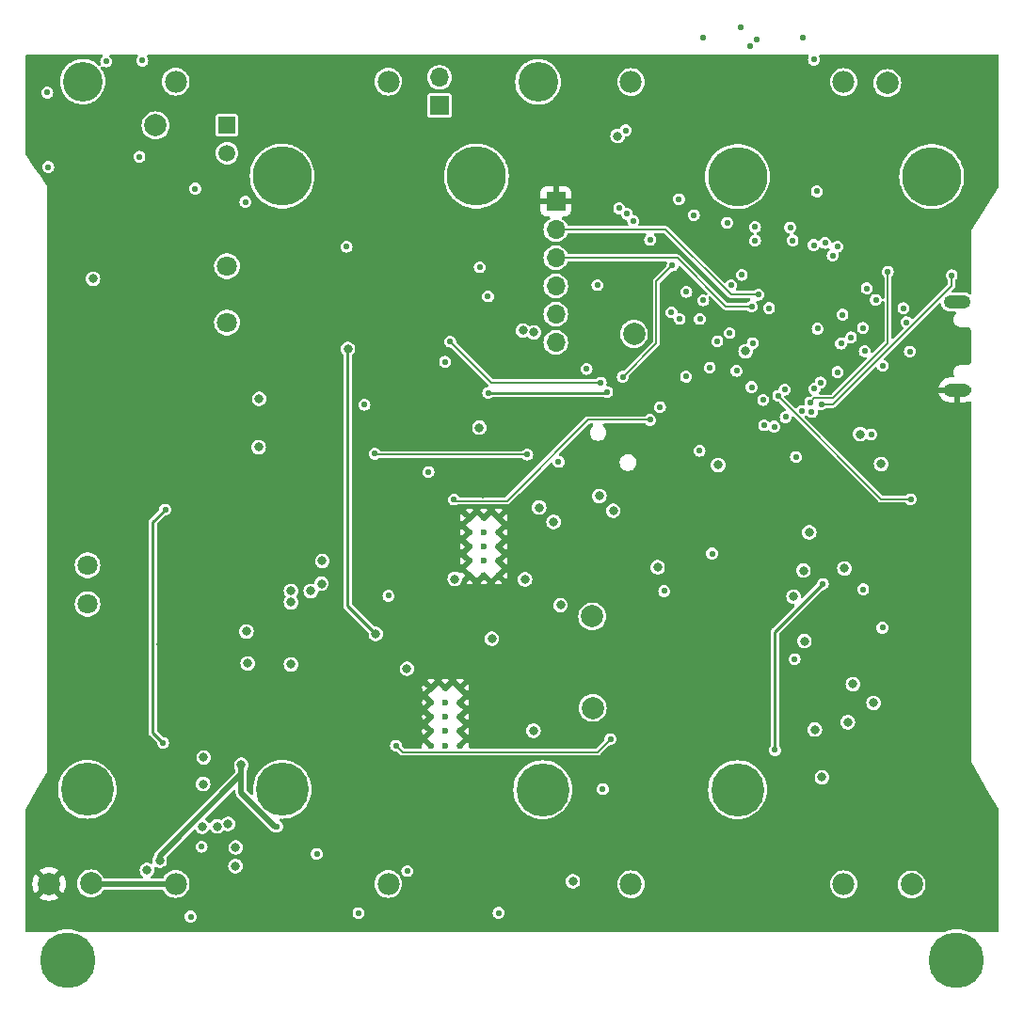
<source format=gbr>
%TF.GenerationSoftware,KiCad,Pcbnew,8.0.2-1*%
%TF.CreationDate,2024-06-05T23:36:57-07:00*%
%TF.ProjectId,Battery_Board_V3a,42617474-6572-4795-9f42-6f6172645f56,rev?*%
%TF.SameCoordinates,Original*%
%TF.FileFunction,Copper,L3,Inr*%
%TF.FilePolarity,Positive*%
%FSLAX46Y46*%
G04 Gerber Fmt 4.6, Leading zero omitted, Abs format (unit mm)*
G04 Created by KiCad (PCBNEW 8.0.2-1) date 2024-06-05 23:36:57*
%MOMM*%
%LPD*%
G01*
G04 APERTURE LIST*
%TA.AperFunction,ComponentPad*%
%ADD10C,5.000000*%
%TD*%
%TA.AperFunction,ComponentPad*%
%ADD11C,2.000000*%
%TD*%
%TA.AperFunction,ComponentPad*%
%ADD12R,1.700000X1.700000*%
%TD*%
%TA.AperFunction,ComponentPad*%
%ADD13O,1.700000X1.700000*%
%TD*%
%TA.AperFunction,ComponentPad*%
%ADD14C,1.800000*%
%TD*%
%TA.AperFunction,ComponentPad*%
%ADD15C,0.600000*%
%TD*%
%TA.AperFunction,ComponentPad*%
%ADD16O,2.416000X1.208000*%
%TD*%
%TA.AperFunction,ComponentPad*%
%ADD17R,1.508000X1.508000*%
%TD*%
%TA.AperFunction,ComponentPad*%
%ADD18C,1.508000*%
%TD*%
%TA.AperFunction,ComponentPad*%
%ADD19C,4.770000*%
%TD*%
%TA.AperFunction,ComponentPad*%
%ADD20C,5.325000*%
%TD*%
%TA.AperFunction,ComponentPad*%
%ADD21C,3.570000*%
%TD*%
%TA.AperFunction,ComponentPad*%
%ADD22C,1.980000*%
%TD*%
%TA.AperFunction,ViaPad*%
%ADD23C,0.560000*%
%TD*%
%TA.AperFunction,ViaPad*%
%ADD24C,0.800000*%
%TD*%
%TA.AperFunction,Conductor*%
%ADD25C,0.500000*%
%TD*%
%TA.AperFunction,Conductor*%
%ADD26C,0.152400*%
%TD*%
%TA.AperFunction,Conductor*%
%ADD27C,0.127000*%
%TD*%
%TA.AperFunction,Conductor*%
%ADD28C,0.250000*%
%TD*%
G04 APERTURE END LIST*
D10*
%TO.N,Chassis Ground*%
%TO.C,*%
X194500000Y-131530000D03*
%TD*%
D11*
%TO.N,VBUSP*%
%TO.C,TP6*%
X122428000Y-56388000D03*
%TD*%
%TO.N,+3V3*%
%TO.C,TP1*%
X161720000Y-100590000D03*
%TD*%
%TO.N,B-*%
%TO.C,TP2*%
X116620000Y-124620000D03*
%TD*%
D12*
%TO.N,GND*%
%TO.C,J25*%
X158440000Y-63220000D03*
D13*
%TO.N,FC_RX*%
X158440000Y-65760000D03*
%TO.N,FC_TX*%
X158440000Y-68300000D03*
%TO.N,SCL1*%
X158440000Y-70840000D03*
%TO.N,SDA1*%
X158440000Y-73380000D03*
%TO.N,+3V3*%
X158440000Y-75920000D03*
%TD*%
D14*
%TO.N,Net-(J18-Pin_1)*%
%TO.C,J18*%
X116315001Y-99472500D03*
%TO.N,Net-(J18-Pin_2)*%
X116315001Y-95972500D03*
%TD*%
D15*
%TO.N,GND*%
%TO.C,U3*%
X150677500Y-91700000D03*
X150677500Y-93000000D03*
X150677500Y-94300000D03*
X150677500Y-95600000D03*
X150677500Y-96900000D03*
X151977500Y-91700000D03*
X151977500Y-93000000D03*
X151977500Y-94300000D03*
X151977500Y-95600000D03*
X151977500Y-96900000D03*
X153277500Y-91700000D03*
X153277500Y-93000000D03*
X153277500Y-94300000D03*
X153277500Y-95600000D03*
X153277500Y-96900000D03*
%TD*%
D12*
%TO.N,VBUSP*%
%TO.C,J1*%
X147990000Y-54600000D03*
D13*
%TO.N,VBatt*%
X147990000Y-52060000D03*
%TD*%
D11*
%TO.N,+5V*%
%TO.C,TP9*%
X161760000Y-108820000D03*
%TD*%
%TO.N,/USBBOOT*%
%TO.C,TP8*%
X165470000Y-75160000D03*
%TD*%
%TO.N,PACK+*%
%TO.C,TP5*%
X188260000Y-52580000D03*
%TD*%
D16*
%TO.N,GND*%
%TO.C,J24*%
X194550000Y-80197500D03*
%TO.N,N/C*%
X194550000Y-72297500D03*
%TD*%
D15*
%TO.N,GND*%
%TO.C,U5*%
X147210000Y-107020000D03*
X147210000Y-108320000D03*
X147210000Y-109620000D03*
X147210000Y-110920000D03*
X147210000Y-112220000D03*
X148510000Y-107020000D03*
X148510000Y-108320000D03*
X148510000Y-109620000D03*
X148510000Y-110920000D03*
X148510000Y-112220000D03*
X149810000Y-107020000D03*
X149810000Y-108320000D03*
X149810000Y-109620000D03*
X149810000Y-110920000D03*
X149810000Y-112220000D03*
%TD*%
D17*
%TO.N,VBUSP*%
%TO.C,K1*%
X128862500Y-56350000D03*
D18*
%TO.N,Net-(Q4-C)*%
X128862500Y-58890000D03*
D14*
%TO.N,PACK+*%
X128862500Y-74130000D03*
%TO.N,Net-(K1-PadNO)*%
X128862500Y-69050000D03*
%TD*%
D10*
%TO.N,Chassis Ground*%
%TO.C,*%
X114500000Y-131530000D03*
%TD*%
D11*
%TO.N,GND*%
%TO.C,TP4*%
X112860000Y-124670000D03*
%TD*%
%TO.N,BM*%
%TO.C,TP3*%
X190450000Y-124720000D03*
%TD*%
D19*
%TO.N,unconnected-(U2-Pad1)*%
%TO.C,U2*%
X133828500Y-116160000D03*
%TO.N,unconnected-(U2-Pad2)*%
X116298500Y-116160000D03*
D20*
%TO.N,unconnected-(U2-Pad3)*%
X133828500Y-60960000D03*
%TO.N,unconnected-(U2-Pad4)*%
X151298500Y-60960000D03*
D21*
%TO.N,unconnected-(U2-Pad5)*%
X115878500Y-52450000D03*
D22*
%TO.N,B-*%
X124248500Y-124670000D03*
X143378500Y-124670000D03*
%TO.N,BM*%
X124248500Y-52450000D03*
X143378500Y-52450000D03*
%TD*%
D19*
%TO.N,unconnected-(U4-Pad1)*%
%TO.C,U4*%
X174790000Y-116180000D03*
%TO.N,unconnected-(U4-Pad2)*%
X157260000Y-116180000D03*
D20*
%TO.N,unconnected-(U4-Pad3)*%
X174790000Y-60980000D03*
%TO.N,unconnected-(U4-Pad4)*%
X192260000Y-60980000D03*
D21*
%TO.N,unconnected-(U4-Pad5)*%
X156840000Y-52470000D03*
D22*
%TO.N,BM*%
X165210000Y-124690000D03*
X184340000Y-124690000D03*
%TO.N,PACK+*%
X165210000Y-52470000D03*
X184340000Y-52470000D03*
%TD*%
D23*
%TO.N,+3V3*%
X175090000Y-47540000D03*
X180550000Y-82100000D03*
X136940000Y-121950000D03*
X176050000Y-79940000D03*
X167820000Y-81750000D03*
X181990000Y-74680000D03*
X183791911Y-78590089D03*
D24*
X137440000Y-95600000D03*
D23*
X170860000Y-64460000D03*
X153300000Y-127280000D03*
X125590000Y-127610000D03*
X140700000Y-127300000D03*
X174070000Y-75080000D03*
X177620000Y-72830000D03*
X181660000Y-50470000D03*
X146980000Y-87600000D03*
X145080000Y-123510000D03*
D24*
X134620000Y-104902000D03*
D23*
X187860000Y-78020000D03*
D24*
X159980000Y-124430000D03*
D23*
X141224000Y-81534000D03*
D24*
X185828207Y-84173793D03*
%TO.N,VBUSP*%
X151570000Y-83600000D03*
X158870000Y-99560000D03*
X116820000Y-70200000D03*
X158241250Y-92078750D03*
X156942500Y-90780000D03*
X152690000Y-102595000D03*
%TO.N,Net-(U1-V-)*%
X127980000Y-119480000D03*
X129630000Y-123060000D03*
%TO.N,/VDD*%
X129647359Y-121389500D03*
X128957916Y-119273398D03*
%TO.N,GND*%
X155540000Y-83090000D03*
D23*
X176180000Y-50570000D03*
D24*
X183500000Y-110080000D03*
X195640000Y-50680000D03*
X119550000Y-82870000D03*
D23*
X179470000Y-78000000D03*
X177660000Y-79810000D03*
D24*
X138610000Y-96480000D03*
D23*
X166630000Y-58030000D03*
X137030000Y-81440000D03*
D24*
X112880000Y-51200000D03*
D23*
X190410000Y-65350000D03*
X134110000Y-76710000D03*
D24*
X148430000Y-97630000D03*
D23*
X191110000Y-70380000D03*
X190320000Y-85510000D03*
X170700000Y-50380000D03*
D24*
X188160000Y-127570000D03*
D23*
X173070000Y-54500000D03*
X168040000Y-74580000D03*
D24*
X145410000Y-87760000D03*
D23*
X142420000Y-118630000D03*
X126170000Y-70390000D03*
X177690000Y-78030000D03*
D24*
X149600000Y-100680000D03*
X139230000Y-109560000D03*
X131340000Y-103117999D03*
X118900000Y-73080000D03*
D23*
X134460000Y-86570000D03*
D24*
X123840000Y-94557501D03*
D23*
X176520000Y-68100000D03*
X163680000Y-85370000D03*
X156030000Y-105990000D03*
X166580000Y-63120000D03*
D24*
X159910000Y-90830000D03*
D23*
X190630000Y-78230000D03*
D24*
X155120000Y-99950000D03*
D23*
X122410000Y-67560000D03*
D24*
X146990000Y-81690000D03*
X151880000Y-89530000D03*
D23*
X176210000Y-88000000D03*
D24*
X175110000Y-109910000D03*
D23*
X187820000Y-113470000D03*
X164830000Y-77770000D03*
D24*
X122910000Y-103082499D03*
D23*
X159190000Y-58750000D03*
X172200000Y-74250000D03*
X120930000Y-61410000D03*
D24*
X172761714Y-84361714D03*
D23*
X154080000Y-71640000D03*
X177660000Y-76150000D03*
D24*
X183160000Y-116130000D03*
D23*
X150670000Y-66940000D03*
X187590000Y-80180000D03*
X179290000Y-54530000D03*
X175850000Y-77980000D03*
X119280000Y-54350000D03*
X184912000Y-89916000D03*
X151940000Y-122680000D03*
X170080000Y-120000000D03*
X182830000Y-70630000D03*
D24*
%TO.N,VBatt*%
X167600000Y-96170000D03*
D23*
%TO.N,CANL*%
X176518928Y-48625500D03*
X171700000Y-48470000D03*
%TO.N,CANH*%
X180700000Y-48480000D03*
X175910000Y-49240000D03*
D24*
%TO.N,FC_RESET*%
X175514000Y-76711645D03*
X187706000Y-86868000D03*
D23*
%TO.N,5V_enable*%
X186090000Y-98150000D03*
X144070000Y-112210000D03*
X179920000Y-104430000D03*
X186810000Y-84200000D03*
X163350000Y-111630000D03*
X182270000Y-79530000D03*
%TO.N,BURN_RELAY_A*%
X148930000Y-75840000D03*
X170160000Y-79000000D03*
X162490000Y-79530000D03*
D24*
%TO.N,Net-(K1-PadNO)*%
X131760000Y-80990000D03*
X131712500Y-85350000D03*
%TO.N,PACK-*%
X130150000Y-113950000D03*
X122810000Y-122570000D03*
D23*
X162670000Y-116130000D03*
X133370000Y-119490000D03*
X187830000Y-101610000D03*
%TO.N,ENAB_HEATER*%
X155870000Y-86020000D03*
X171380000Y-85680000D03*
X179028959Y-80158959D03*
X142150000Y-85950000D03*
D24*
%TO.N,SCL0*%
X137357353Y-97635000D03*
X179832000Y-98806000D03*
X181750000Y-110780000D03*
X187020000Y-108370000D03*
X134620000Y-99314000D03*
D23*
X171704000Y-72136000D03*
D24*
X184404000Y-96266000D03*
D23*
%TO.N,SDA0*%
X170180000Y-71374000D03*
D24*
X182385500Y-115070000D03*
X134620000Y-98298000D03*
X184720000Y-110110000D03*
X185166000Y-106690000D03*
X136398000Y-98298000D03*
D23*
%TO.N,FC_RX*%
X176680000Y-71620000D03*
%TO.N,/NEOPIX*%
X181332211Y-81330492D03*
X188310000Y-69560000D03*
D24*
%TO.N,/3V3_EN*%
X155670000Y-97260000D03*
X149350000Y-97220000D03*
D23*
%TO.N,SDA1*%
X175170000Y-69840000D03*
X152340000Y-71770000D03*
%TO.N,SCL1*%
X174220000Y-70770000D03*
X151600000Y-69150000D03*
X162190000Y-70760000D03*
D24*
%TO.N,BM*%
X126627675Y-119502325D03*
D23*
%TO.N,PACK+*%
X126579499Y-121318079D03*
X112690000Y-53430000D03*
X123120000Y-111970000D03*
D24*
X155480000Y-74840000D03*
D23*
X123310000Y-90960000D03*
D24*
X121660000Y-123420000D03*
X180720000Y-96450000D03*
X181240000Y-93020000D03*
X180800000Y-102800000D03*
D23*
%TO.N,ENABLE_BURN*%
X176170000Y-76000000D03*
%TO.N,SPI0_MISO*%
X165410000Y-64980000D03*
X172968641Y-75821358D03*
%TO.N,SPI0_CS0*%
X171394995Y-73802805D03*
X166930000Y-66690000D03*
%TO.N,VBUS_RESET*%
X149290000Y-90060000D03*
X143390000Y-98730000D03*
X174700000Y-78480000D03*
X166910000Y-82900000D03*
%TO.N,SPI0_SCK*%
X169577360Y-73802640D03*
X164150000Y-63850000D03*
%TO.N,SPI0_MOSI*%
X164840000Y-64360000D03*
X168843959Y-73216041D03*
%TO.N,Net-(Q10-G)*%
X117990000Y-50630000D03*
X120980000Y-59210000D03*
%TO.N,Net-(Q10-D)*%
X121250000Y-50550000D03*
X112780000Y-60130000D03*
%TO.N,Jetson*%
X130520000Y-63260000D03*
X161210000Y-78310000D03*
X126010000Y-62080000D03*
X139620000Y-67310000D03*
X148490000Y-77670000D03*
X181715264Y-80107346D03*
D24*
%TO.N,SWDIO*%
X163610500Y-91073000D03*
X162353000Y-89747000D03*
%TO.N,/~{RESET}*%
X173046169Y-86963839D03*
D23*
X158690000Y-86670000D03*
X177106041Y-81103959D03*
%TO.N,ENAB_RF*%
X163060000Y-80390000D03*
X172284496Y-78195504D03*
X152370000Y-80460000D03*
%TO.N,CHRG'*%
X182460000Y-97660000D03*
X178160000Y-112610000D03*
X181460000Y-82190000D03*
%TO.N,SPI1_CS0*%
X180050000Y-86240000D03*
X177190000Y-83370000D03*
%TO.N,SPI1_MOSI*%
X178083959Y-83496041D03*
X179120000Y-82640000D03*
%TO.N,D0*%
X190360000Y-90030000D03*
X178453959Y-80733959D03*
%TO.N,/NEO_PWR*%
X182330000Y-81490000D03*
X194050000Y-69890000D03*
%TO.N,USB_D-*%
X184100000Y-76020000D03*
X186078104Y-74618440D03*
%TO.N,USB_D+*%
X186240000Y-76720000D03*
X184990000Y-75470000D03*
%TO.N,/QSPI_SCK*%
X183777858Y-67297858D03*
X182667364Y-66957367D03*
%TO.N,/QSPI_DATA[0]*%
X181640000Y-67160000D03*
X183350000Y-68090000D03*
%TO.N,/QSPI_DATA[2]*%
X179740000Y-66740000D03*
X176360000Y-66770000D03*
%TO.N,/QSPI_DATA[1]*%
X176360000Y-65530000D03*
X179530000Y-65570000D03*
D24*
%TO.N,+5V*%
X156430000Y-110870000D03*
X145060000Y-105300000D03*
X139738787Y-76502656D03*
X142250000Y-102170000D03*
X164007823Y-57346070D03*
D23*
X168190000Y-98310000D03*
X172500000Y-94930000D03*
D24*
X156464795Y-75010832D03*
D23*
%TO.N,VBUS*%
X189720000Y-72840000D03*
X184230000Y-73430000D03*
D24*
%TO.N,Net-(Q1-G)*%
X126760000Y-113280000D03*
X126720000Y-115670000D03*
D23*
%TO.N,Net-(D8-PadA)*%
X173850000Y-65150000D03*
X164470000Y-79010000D03*
X181930000Y-62320000D03*
X168930000Y-69000000D03*
%TO.N,TXCAN*%
X164720000Y-56830000D03*
X169530000Y-63020000D03*
%TO.N,D-*%
X189980000Y-74110000D03*
X186410000Y-71050000D03*
%TO.N,D+*%
X190300000Y-76740000D03*
X187227254Y-72082746D03*
D24*
%TO.N,Net-(U9-+Vs)*%
X130720000Y-104810000D03*
X130610000Y-101940000D03*
D23*
%TO.N,FC_TX*%
X176073000Y-72680000D03*
%TD*%
D25*
%TO.N,B-*%
X116670000Y-124670000D02*
X116620000Y-124620000D01*
X124248500Y-124670000D02*
X116670000Y-124670000D01*
D26*
%TO.N,5V_enable*%
X163350000Y-111630000D02*
X162183800Y-112796200D01*
X162183800Y-112796200D02*
X144656200Y-112796200D01*
X144656200Y-112796200D02*
X144070000Y-112210000D01*
D27*
%TO.N,BURN_RELAY_A*%
X152620000Y-79530000D02*
X148930000Y-75840000D01*
X162490000Y-79530000D02*
X152620000Y-79530000D01*
D25*
%TO.N,PACK-*%
X122810000Y-122570000D02*
X122810000Y-122117918D01*
X130150000Y-116490796D02*
X130150000Y-114420000D01*
X133149204Y-119490000D02*
X130150000Y-116490796D01*
X130150000Y-114777918D02*
X130150000Y-114420000D01*
X130150000Y-114420000D02*
X130150000Y-113950000D01*
X122810000Y-122117918D02*
X130150000Y-114777918D01*
X133370000Y-119490000D02*
X133149204Y-119490000D01*
D27*
%TO.N,ENAB_HEATER*%
X142220000Y-86020000D02*
X142150000Y-85950000D01*
X155870000Y-86020000D02*
X142220000Y-86020000D01*
%TO.N,FC_RX*%
X176680000Y-71620000D02*
X174190000Y-71620000D01*
X168330000Y-65760000D02*
X158440000Y-65760000D01*
X174190000Y-71620000D02*
X168330000Y-65760000D01*
%TO.N,/NEOPIX*%
X181332211Y-81330492D02*
X181716203Y-80946500D01*
X188310000Y-75980000D02*
X188310000Y-69560000D01*
X181716203Y-80946500D02*
X183343500Y-80946500D01*
X183343500Y-80946500D02*
X183460000Y-80830000D01*
X183460000Y-80830000D02*
X188310000Y-75980000D01*
D28*
%TO.N,PACK+*%
X123120000Y-111970000D02*
X122185000Y-111035000D01*
X122185000Y-111035000D02*
X122185000Y-92085000D01*
X122185000Y-92085000D02*
X123310000Y-90960000D01*
D27*
%TO.N,VBUS_RESET*%
X154045126Y-90193500D02*
X149423500Y-90193500D01*
X166910000Y-82900000D02*
X161338626Y-82900000D01*
X161338626Y-82900000D02*
X154045126Y-90193500D01*
X149423500Y-90193500D02*
X149290000Y-90060000D01*
D28*
%TO.N,ENAB_RF*%
X152370000Y-80460000D02*
X162990000Y-80460000D01*
X162990000Y-80460000D02*
X163060000Y-80390000D01*
%TO.N,CHRG'*%
X178160000Y-101960000D02*
X182460000Y-97660000D01*
X178160000Y-112610000D02*
X178160000Y-101960000D01*
D27*
%TO.N,D0*%
X178453959Y-80772585D02*
X187711374Y-90030000D01*
X178453959Y-80733959D02*
X178453959Y-80772585D01*
X187711374Y-90030000D02*
X190360000Y-90030000D01*
%TO.N,/NEO_PWR*%
X183368626Y-81490000D02*
X194050000Y-70808626D01*
X182330000Y-81490000D02*
X183368626Y-81490000D01*
X194050000Y-70808626D02*
X194050000Y-69890000D01*
D28*
%TO.N,+5V*%
X139700000Y-76541443D02*
X139700000Y-99620000D01*
X139738787Y-76502656D02*
X139700000Y-76541443D01*
X139700000Y-99620000D02*
X142250000Y-102170000D01*
D27*
%TO.N,Net-(D8-PadA)*%
X167480000Y-70450000D02*
X168930000Y-69000000D01*
X164470000Y-79010000D02*
X167480000Y-76000000D01*
X167480000Y-76000000D02*
X167480000Y-70450000D01*
%TO.N,FC_TX*%
X173750000Y-72680000D02*
X169370000Y-68300000D01*
X176073000Y-72680000D02*
X173750000Y-72680000D01*
X169370000Y-68300000D02*
X158440000Y-68300000D01*
%TD*%
%TA.AperFunction,Conductor*%
%TO.N,GND*%
G36*
X117629956Y-50020002D02*
G01*
X117676449Y-50073658D01*
X117686553Y-50143932D01*
X117657059Y-50208512D01*
X117638539Y-50225962D01*
X117608792Y-50248787D01*
X117523112Y-50360447D01*
X117469258Y-50490467D01*
X117450888Y-50629999D01*
X117450888Y-50630000D01*
X117469258Y-50769532D01*
X117497725Y-50838260D01*
X117505314Y-50908850D01*
X117473534Y-50972337D01*
X117412475Y-51008563D01*
X117341524Y-51006029D01*
X117289233Y-50972480D01*
X117273820Y-50955977D01*
X117057388Y-50779896D01*
X116818995Y-50634926D01*
X116563083Y-50523768D01*
X116365796Y-50468491D01*
X116294415Y-50448491D01*
X116294417Y-50448491D01*
X116018019Y-50410500D01*
X116018006Y-50410500D01*
X115738994Y-50410500D01*
X115738980Y-50410500D01*
X115462583Y-50448491D01*
X115242634Y-50510118D01*
X115193917Y-50523768D01*
X115193915Y-50523768D01*
X115193914Y-50523769D01*
X114996468Y-50609532D01*
X114938005Y-50634926D01*
X114765949Y-50739556D01*
X114699609Y-50779898D01*
X114483185Y-50955973D01*
X114483177Y-50955980D01*
X114292740Y-51159888D01*
X114131839Y-51387831D01*
X114131839Y-51387832D01*
X114003473Y-51635567D01*
X113910043Y-51898457D01*
X113910039Y-51898470D01*
X113880063Y-52042726D01*
X113857917Y-52149299D01*
X113853273Y-52171646D01*
X113853272Y-52171652D01*
X113834234Y-52449995D01*
X113834234Y-52450004D01*
X113853272Y-52728347D01*
X113853273Y-52728353D01*
X113853274Y-52728361D01*
X113869675Y-52807284D01*
X113910039Y-53001529D01*
X113910043Y-53001542D01*
X114003473Y-53264432D01*
X114003475Y-53264437D01*
X114003476Y-53264438D01*
X114131839Y-53512168D01*
X114292740Y-53740112D01*
X114483180Y-53944023D01*
X114699612Y-54120104D01*
X114938005Y-54265074D01*
X115193917Y-54376232D01*
X115462582Y-54451508D01*
X115738980Y-54489499D01*
X115738994Y-54489500D01*
X116018006Y-54489500D01*
X116018019Y-54489499D01*
X116222851Y-54461344D01*
X116294418Y-54451508D01*
X116563083Y-54376232D01*
X116818995Y-54265074D01*
X117057388Y-54120104D01*
X117273820Y-53944023D01*
X117464260Y-53740112D01*
X117474977Y-53724930D01*
X146885500Y-53724930D01*
X146885500Y-55475063D01*
X146885501Y-55475073D01*
X146900265Y-55549300D01*
X146956516Y-55633484D01*
X147040697Y-55689733D01*
X147040699Y-55689734D01*
X147114933Y-55704500D01*
X148865066Y-55704499D01*
X148865069Y-55704498D01*
X148865073Y-55704498D01*
X148914326Y-55694701D01*
X148939301Y-55689734D01*
X149023484Y-55633484D01*
X149079734Y-55549301D01*
X149094500Y-55475067D01*
X149094499Y-53724934D01*
X149094498Y-53724930D01*
X149094498Y-53724926D01*
X149079734Y-53650699D01*
X149023483Y-53566515D01*
X148939302Y-53510266D01*
X148865067Y-53495500D01*
X147114936Y-53495500D01*
X147114926Y-53495501D01*
X147040699Y-53510265D01*
X146956515Y-53566516D01*
X146900266Y-53650697D01*
X146885500Y-53724930D01*
X117474977Y-53724930D01*
X117625161Y-53512168D01*
X117753524Y-53264438D01*
X117846959Y-53001536D01*
X117903726Y-52728361D01*
X117921398Y-52470000D01*
X117922766Y-52450004D01*
X117922766Y-52450000D01*
X122999246Y-52450000D01*
X123018225Y-52666934D01*
X123074584Y-52877267D01*
X123074586Y-52877273D01*
X123166613Y-53074625D01*
X123166614Y-53074627D01*
X123291509Y-53252996D01*
X123291513Y-53253001D01*
X123291516Y-53253005D01*
X123445495Y-53406984D01*
X123445499Y-53406987D01*
X123445503Y-53406990D01*
X123478365Y-53430000D01*
X123623873Y-53531886D01*
X123821230Y-53623915D01*
X124031569Y-53680275D01*
X124248500Y-53699254D01*
X124465431Y-53680275D01*
X124675770Y-53623915D01*
X124873127Y-53531886D01*
X125051505Y-53406984D01*
X125205484Y-53253005D01*
X125330386Y-53074627D01*
X125422415Y-52877270D01*
X125478775Y-52666931D01*
X125497754Y-52450000D01*
X142129246Y-52450000D01*
X142148225Y-52666934D01*
X142204584Y-52877267D01*
X142204586Y-52877273D01*
X142296613Y-53074625D01*
X142296614Y-53074627D01*
X142421509Y-53252996D01*
X142421513Y-53253001D01*
X142421516Y-53253005D01*
X142575495Y-53406984D01*
X142575499Y-53406987D01*
X142575503Y-53406990D01*
X142608365Y-53430000D01*
X142753873Y-53531886D01*
X142951230Y-53623915D01*
X143161569Y-53680275D01*
X143378500Y-53699254D01*
X143595431Y-53680275D01*
X143805770Y-53623915D01*
X144003127Y-53531886D01*
X144181505Y-53406984D01*
X144335484Y-53253005D01*
X144460386Y-53074627D01*
X144552415Y-52877270D01*
X144608775Y-52666931D01*
X144627754Y-52450000D01*
X144608775Y-52233069D01*
X144562400Y-52059995D01*
X146880768Y-52059995D01*
X146880768Y-52060004D01*
X146899654Y-52263819D01*
X146899655Y-52263821D01*
X146955672Y-52460701D01*
X147046912Y-52643935D01*
X147046913Y-52643936D01*
X147170266Y-52807284D01*
X147321536Y-52945185D01*
X147495566Y-53052940D01*
X147495568Y-53052940D01*
X147495573Y-53052944D01*
X147686444Y-53126888D01*
X147887653Y-53164500D01*
X147887655Y-53164500D01*
X148092345Y-53164500D01*
X148092347Y-53164500D01*
X148293556Y-53126888D01*
X148484427Y-53052944D01*
X148658462Y-52945186D01*
X148809732Y-52807285D01*
X148816236Y-52798673D01*
X148854240Y-52748347D01*
X148933088Y-52643935D01*
X149019700Y-52469995D01*
X154795734Y-52469995D01*
X154795734Y-52470004D01*
X154814772Y-52748347D01*
X154814773Y-52748353D01*
X154814774Y-52748361D01*
X154844392Y-52890888D01*
X154871539Y-53021529D01*
X154871543Y-53021542D01*
X154964973Y-53284432D01*
X154964975Y-53284437D01*
X154964976Y-53284438D01*
X155093339Y-53532168D01*
X155254240Y-53760112D01*
X155444680Y-53964023D01*
X155661112Y-54140104D01*
X155899505Y-54285074D01*
X156155417Y-54396232D01*
X156424082Y-54471508D01*
X156700480Y-54509499D01*
X156700494Y-54509500D01*
X156979506Y-54509500D01*
X156979519Y-54509499D01*
X157184351Y-54481344D01*
X157255918Y-54471508D01*
X157524583Y-54396232D01*
X157780495Y-54285074D01*
X158018888Y-54140104D01*
X158235320Y-53964023D01*
X158425760Y-53760112D01*
X158586661Y-53532168D01*
X158715024Y-53284438D01*
X158808459Y-53021536D01*
X158865226Y-52748361D01*
X158884266Y-52470000D01*
X163960746Y-52470000D01*
X163979725Y-52686934D01*
X164036084Y-52897267D01*
X164036086Y-52897273D01*
X164128113Y-53094625D01*
X164128114Y-53094627D01*
X164253009Y-53272996D01*
X164253013Y-53273001D01*
X164253016Y-53273005D01*
X164406995Y-53426984D01*
X164406999Y-53426987D01*
X164407003Y-53426990D01*
X164411302Y-53430000D01*
X164585373Y-53551886D01*
X164782730Y-53643915D01*
X164918428Y-53680275D01*
X164990385Y-53699556D01*
X164993069Y-53700275D01*
X165210000Y-53719254D01*
X165426931Y-53700275D01*
X165637270Y-53643915D01*
X165834627Y-53551886D01*
X166013005Y-53426984D01*
X166166984Y-53273005D01*
X166291886Y-53094627D01*
X166383915Y-52897270D01*
X166440275Y-52686931D01*
X166459254Y-52470000D01*
X183090746Y-52470000D01*
X183109725Y-52686934D01*
X183166084Y-52897267D01*
X183166086Y-52897273D01*
X183258113Y-53094625D01*
X183258114Y-53094627D01*
X183383009Y-53272996D01*
X183383013Y-53273001D01*
X183383016Y-53273005D01*
X183536995Y-53426984D01*
X183536999Y-53426987D01*
X183537003Y-53426990D01*
X183541302Y-53430000D01*
X183715373Y-53551886D01*
X183912730Y-53643915D01*
X184048428Y-53680275D01*
X184120385Y-53699556D01*
X184123069Y-53700275D01*
X184340000Y-53719254D01*
X184556931Y-53700275D01*
X184767270Y-53643915D01*
X184964627Y-53551886D01*
X185143005Y-53426984D01*
X185296984Y-53273005D01*
X185421886Y-53094627D01*
X185513915Y-52897270D01*
X185570275Y-52686931D01*
X185579630Y-52580000D01*
X187000708Y-52580000D01*
X187019839Y-52798674D01*
X187040898Y-52877267D01*
X187076652Y-53010700D01*
X187076654Y-53010706D01*
X187146478Y-53160444D01*
X187169421Y-53209646D01*
X187295326Y-53389457D01*
X187450543Y-53544674D01*
X187630354Y-53670579D01*
X187829297Y-53763347D01*
X188041326Y-53820161D01*
X188260000Y-53839292D01*
X188478674Y-53820161D01*
X188690703Y-53763347D01*
X188889646Y-53670579D01*
X189069457Y-53544674D01*
X189224674Y-53389457D01*
X189350579Y-53209646D01*
X189443347Y-53010703D01*
X189500161Y-52798674D01*
X189519292Y-52580000D01*
X189500161Y-52361326D01*
X189443347Y-52149297D01*
X189350579Y-51950354D01*
X189224674Y-51770543D01*
X189069457Y-51615326D01*
X188889646Y-51489421D01*
X188861004Y-51476065D01*
X188690706Y-51396654D01*
X188690700Y-51396652D01*
X188584192Y-51368113D01*
X188478674Y-51339839D01*
X188260000Y-51320708D01*
X188041326Y-51339839D01*
X187829299Y-51396652D01*
X187829293Y-51396654D01*
X187630353Y-51489421D01*
X187450546Y-51615323D01*
X187450540Y-51615328D01*
X187295328Y-51770540D01*
X187295323Y-51770546D01*
X187169421Y-51950353D01*
X187076654Y-52149293D01*
X187076652Y-52149299D01*
X187054207Y-52233065D01*
X187019839Y-52361326D01*
X187000708Y-52580000D01*
X185579630Y-52580000D01*
X185589254Y-52470000D01*
X185570275Y-52253069D01*
X185513915Y-52042730D01*
X185421886Y-51845373D01*
X185296984Y-51666995D01*
X185143005Y-51513016D01*
X185143001Y-51513013D01*
X185142996Y-51513009D01*
X184964627Y-51388114D01*
X184964625Y-51388113D01*
X184767273Y-51296086D01*
X184767267Y-51296084D01*
X184556934Y-51239725D01*
X184340000Y-51220746D01*
X184123065Y-51239725D01*
X183912732Y-51296084D01*
X183912726Y-51296086D01*
X183715374Y-51388113D01*
X183715372Y-51388114D01*
X183537003Y-51513009D01*
X183536992Y-51513018D01*
X183383018Y-51666992D01*
X183383009Y-51667003D01*
X183258114Y-51845372D01*
X183258113Y-51845374D01*
X183166086Y-52042726D01*
X183166084Y-52042732D01*
X183109725Y-52253065D01*
X183090746Y-52470000D01*
X166459254Y-52470000D01*
X166440275Y-52253069D01*
X166383915Y-52042730D01*
X166291886Y-51845373D01*
X166166984Y-51666995D01*
X166013005Y-51513016D01*
X166013001Y-51513013D01*
X166012996Y-51513009D01*
X165834627Y-51388114D01*
X165834625Y-51388113D01*
X165637273Y-51296086D01*
X165637267Y-51296084D01*
X165426934Y-51239725D01*
X165210000Y-51220746D01*
X164993065Y-51239725D01*
X164782732Y-51296084D01*
X164782726Y-51296086D01*
X164585374Y-51388113D01*
X164585372Y-51388114D01*
X164407003Y-51513009D01*
X164406992Y-51513018D01*
X164253018Y-51666992D01*
X164253009Y-51667003D01*
X164128114Y-51845372D01*
X164128113Y-51845374D01*
X164036086Y-52042726D01*
X164036084Y-52042732D01*
X163979725Y-52253065D01*
X163960746Y-52470000D01*
X158884266Y-52470000D01*
X158882898Y-52450004D01*
X158865227Y-52191652D01*
X158865226Y-52191646D01*
X158865226Y-52191639D01*
X158808459Y-51918464D01*
X158715024Y-51655562D01*
X158586661Y-51407832D01*
X158425760Y-51179888D01*
X158235320Y-50975977D01*
X158018888Y-50799896D01*
X157780495Y-50654926D01*
X157524583Y-50543768D01*
X157327421Y-50488526D01*
X157255915Y-50468491D01*
X157255917Y-50468491D01*
X156979519Y-50430500D01*
X156979506Y-50430500D01*
X156700494Y-50430500D01*
X156700480Y-50430500D01*
X156424083Y-50468491D01*
X156204134Y-50530118D01*
X156155417Y-50543768D01*
X156155415Y-50543768D01*
X156155414Y-50543769D01*
X155945550Y-50634926D01*
X155899505Y-50654926D01*
X155693998Y-50779898D01*
X155661109Y-50799898D01*
X155444685Y-50975973D01*
X155444677Y-50975980D01*
X155254240Y-51179888D01*
X155093339Y-51407831D01*
X155093339Y-51407832D01*
X154964973Y-51655567D01*
X154871543Y-51918457D01*
X154871539Y-51918470D01*
X154842130Y-52059995D01*
X154818928Y-52171652D01*
X154814773Y-52191646D01*
X154814772Y-52191652D01*
X154795734Y-52469995D01*
X149019700Y-52469995D01*
X149024328Y-52460701D01*
X149080345Y-52263821D01*
X149099232Y-52060000D01*
X149097631Y-52042726D01*
X149080345Y-51856180D01*
X149080345Y-51856179D01*
X149024328Y-51659299D01*
X148933088Y-51476065D01*
X148866457Y-51387831D01*
X148809733Y-51312715D01*
X148658463Y-51174814D01*
X148484433Y-51067059D01*
X148484428Y-51067057D01*
X148484427Y-51067056D01*
X148484422Y-51067054D01*
X148293559Y-50993113D01*
X148293560Y-50993113D01*
X148293557Y-50993112D01*
X148293556Y-50993112D01*
X148092347Y-50955500D01*
X147887653Y-50955500D01*
X147699128Y-50990741D01*
X147686439Y-50993113D01*
X147495577Y-51067054D01*
X147495566Y-51067059D01*
X147321536Y-51174814D01*
X147170266Y-51312715D01*
X147046913Y-51476063D01*
X146955671Y-51659301D01*
X146899654Y-51856180D01*
X146880768Y-52059995D01*
X144562400Y-52059995D01*
X144552415Y-52022730D01*
X144460386Y-51825373D01*
X144349494Y-51667003D01*
X144335490Y-51647003D01*
X144335487Y-51646999D01*
X144335484Y-51646995D01*
X144181505Y-51493016D01*
X144181501Y-51493013D01*
X144181496Y-51493009D01*
X144003127Y-51368114D01*
X144003125Y-51368113D01*
X143805773Y-51276086D01*
X143805767Y-51276084D01*
X143595434Y-51219725D01*
X143378500Y-51200746D01*
X143161565Y-51219725D01*
X142951232Y-51276084D01*
X142951226Y-51276086D01*
X142753874Y-51368113D01*
X142753872Y-51368114D01*
X142575503Y-51493009D01*
X142575492Y-51493018D01*
X142421518Y-51646992D01*
X142421509Y-51647003D01*
X142296614Y-51825372D01*
X142296613Y-51825374D01*
X142204586Y-52022726D01*
X142204584Y-52022732D01*
X142148225Y-52233065D01*
X142129246Y-52450000D01*
X125497754Y-52450000D01*
X125478775Y-52233069D01*
X125422415Y-52022730D01*
X125330386Y-51825373D01*
X125219494Y-51667003D01*
X125205490Y-51647003D01*
X125205487Y-51646999D01*
X125205484Y-51646995D01*
X125051505Y-51493016D01*
X125051501Y-51493013D01*
X125051496Y-51493009D01*
X124873127Y-51368114D01*
X124873125Y-51368113D01*
X124675773Y-51276086D01*
X124675767Y-51276084D01*
X124465434Y-51219725D01*
X124248500Y-51200746D01*
X124031565Y-51219725D01*
X123821232Y-51276084D01*
X123821226Y-51276086D01*
X123623874Y-51368113D01*
X123623872Y-51368114D01*
X123445503Y-51493009D01*
X123445492Y-51493018D01*
X123291518Y-51646992D01*
X123291509Y-51647003D01*
X123166614Y-51825372D01*
X123166613Y-51825374D01*
X123074586Y-52022726D01*
X123074584Y-52022732D01*
X123018225Y-52233065D01*
X122999246Y-52450000D01*
X117922766Y-52450000D01*
X117922766Y-52449995D01*
X117903727Y-52171652D01*
X117903726Y-52171646D01*
X117903726Y-52171639D01*
X117846959Y-51898464D01*
X117753524Y-51635562D01*
X117625161Y-51387832D01*
X117542627Y-51270908D01*
X117519685Y-51203724D01*
X117536708Y-51134798D01*
X117588293Y-51086018D01*
X117658062Y-51072870D01*
X117712367Y-51094365D01*
X117713295Y-51092758D01*
X117720444Y-51096885D01*
X117850468Y-51150742D01*
X117990000Y-51169112D01*
X118129532Y-51150742D01*
X118226333Y-51110646D01*
X118259552Y-51096887D01*
X118259552Y-51096886D01*
X118259556Y-51096885D01*
X118371210Y-51011210D01*
X118456885Y-50899556D01*
X118510742Y-50769532D01*
X118529112Y-50630000D01*
X118510742Y-50490468D01*
X118477619Y-50410500D01*
X118456887Y-50360447D01*
X118456885Y-50360444D01*
X118371210Y-50248790D01*
X118371208Y-50248788D01*
X118371207Y-50248787D01*
X118341461Y-50225962D01*
X118299594Y-50168624D01*
X118295372Y-50097753D01*
X118330136Y-50035850D01*
X118392849Y-50002569D01*
X118418165Y-50000000D01*
X120742804Y-50000000D01*
X120810925Y-50020002D01*
X120857418Y-50073658D01*
X120867522Y-50143932D01*
X120842767Y-50202704D01*
X120783112Y-50280447D01*
X120729258Y-50410467D01*
X120710888Y-50549999D01*
X120710888Y-50550000D01*
X120729258Y-50689532D01*
X120783112Y-50819552D01*
X120783114Y-50819555D01*
X120783115Y-50819556D01*
X120868790Y-50931210D01*
X120980444Y-51016885D01*
X120980447Y-51016887D01*
X121053761Y-51047253D01*
X121110468Y-51070742D01*
X121250000Y-51089112D01*
X121389532Y-51070742D01*
X121486333Y-51030646D01*
X121519552Y-51016887D01*
X121519552Y-51016886D01*
X121519556Y-51016885D01*
X121631210Y-50931210D01*
X121716885Y-50819556D01*
X121770742Y-50689532D01*
X121789112Y-50550000D01*
X121770742Y-50410468D01*
X121747253Y-50353761D01*
X121716887Y-50280447D01*
X121675079Y-50225962D01*
X121657232Y-50202703D01*
X121631633Y-50136483D01*
X121645898Y-50066934D01*
X121695499Y-50016139D01*
X121757196Y-50000000D01*
X181091418Y-50000000D01*
X181159539Y-50020002D01*
X181206032Y-50073658D01*
X181216136Y-50143932D01*
X181195716Y-50192414D01*
X181197242Y-50193295D01*
X181193114Y-50200444D01*
X181139258Y-50330467D01*
X181120888Y-50469999D01*
X181120888Y-50470000D01*
X181139258Y-50609532D01*
X181193112Y-50739552D01*
X181193114Y-50739555D01*
X181193115Y-50739556D01*
X181278790Y-50851210D01*
X181390444Y-50936885D01*
X181390447Y-50936887D01*
X181463761Y-50967253D01*
X181520468Y-50990742D01*
X181660000Y-51009112D01*
X181799532Y-50990742D01*
X181896333Y-50950646D01*
X181929552Y-50936887D01*
X181929552Y-50936886D01*
X181929556Y-50936885D01*
X182041210Y-50851210D01*
X182126885Y-50739556D01*
X182180742Y-50609532D01*
X182199112Y-50470000D01*
X182198913Y-50468492D01*
X182193912Y-50430500D01*
X182180742Y-50330468D01*
X182126885Y-50200444D01*
X182122758Y-50193295D01*
X182124574Y-50192246D01*
X182103018Y-50136477D01*
X182117287Y-50066929D01*
X182166891Y-50016136D01*
X182228582Y-50000000D01*
X198173500Y-50000000D01*
X198241621Y-50020002D01*
X198288114Y-50073658D01*
X198299500Y-50126000D01*
X198299500Y-61851775D01*
X198280759Y-61917892D01*
X195849369Y-65862265D01*
X195831214Y-65885235D01*
X195830025Y-65886423D01*
X195830023Y-65886426D01*
X195824755Y-65899143D01*
X195815615Y-65917022D01*
X195808395Y-65928736D01*
X195808393Y-65928741D01*
X195808125Y-65930407D01*
X195800145Y-65958558D01*
X195799500Y-65960115D01*
X195799500Y-65973868D01*
X195797897Y-65993903D01*
X195795708Y-66007489D01*
X195796094Y-66009113D01*
X195799500Y-66038209D01*
X195799500Y-71460570D01*
X195779498Y-71528691D01*
X195725842Y-71575184D01*
X195655568Y-71585288D01*
X195603500Y-71565336D01*
X195560654Y-71536708D01*
X195560652Y-71536707D01*
X195404418Y-71471993D01*
X195404415Y-71471992D01*
X195238558Y-71439000D01*
X195238555Y-71439000D01*
X194173536Y-71439000D01*
X194105415Y-71418998D01*
X194058922Y-71365342D01*
X194048818Y-71295068D01*
X194078312Y-71230488D01*
X194084427Y-71223918D01*
X194304463Y-71003883D01*
X194346329Y-70931370D01*
X194368000Y-70850491D01*
X194368000Y-70766761D01*
X194368000Y-70381848D01*
X194388002Y-70313727D01*
X194417295Y-70281886D01*
X194431210Y-70271210D01*
X194516885Y-70159556D01*
X194570742Y-70029532D01*
X194589112Y-69890000D01*
X194570742Y-69750468D01*
X194537719Y-69670742D01*
X194516887Y-69620447D01*
X194516885Y-69620444D01*
X194431210Y-69508790D01*
X194319556Y-69423115D01*
X194319555Y-69423114D01*
X194319552Y-69423112D01*
X194189532Y-69369258D01*
X194050000Y-69350888D01*
X193910467Y-69369258D01*
X193780447Y-69423112D01*
X193668790Y-69508790D01*
X193583112Y-69620447D01*
X193529258Y-69750467D01*
X193510888Y-69889999D01*
X193510888Y-69890000D01*
X193529258Y-70029532D01*
X193583112Y-70159552D01*
X193583114Y-70159555D01*
X193583115Y-70159556D01*
X193668790Y-70271210D01*
X193682702Y-70281885D01*
X193724570Y-70339219D01*
X193732000Y-70381848D01*
X193732000Y-70624715D01*
X193711998Y-70692836D01*
X193695095Y-70713810D01*
X190601264Y-73807641D01*
X190538952Y-73841667D01*
X190468137Y-73836602D01*
X190412206Y-73795250D01*
X190361210Y-73728790D01*
X190249556Y-73643115D01*
X190249555Y-73643114D01*
X190249552Y-73643112D01*
X190119532Y-73589258D01*
X189971812Y-73569810D01*
X189972190Y-73566938D01*
X189917520Y-73550886D01*
X189871027Y-73497230D01*
X189860923Y-73426956D01*
X189890417Y-73362376D01*
X189937424Y-73328479D01*
X189989552Y-73306887D01*
X189989552Y-73306886D01*
X189989556Y-73306885D01*
X190101210Y-73221210D01*
X190186885Y-73109556D01*
X190194114Y-73092105D01*
X190200646Y-73076333D01*
X190240742Y-72979532D01*
X190259112Y-72840000D01*
X190258431Y-72834831D01*
X190253328Y-72796065D01*
X190240742Y-72700468D01*
X190208181Y-72621858D01*
X190186887Y-72570447D01*
X190179214Y-72560447D01*
X190101210Y-72458790D01*
X189989556Y-72373115D01*
X189989555Y-72373114D01*
X189989552Y-72373112D01*
X189859532Y-72319258D01*
X189720000Y-72300888D01*
X189580467Y-72319258D01*
X189450447Y-72373112D01*
X189338790Y-72458790D01*
X189253112Y-72570447D01*
X189199258Y-72700467D01*
X189180888Y-72839999D01*
X189180888Y-72840000D01*
X189199258Y-72979532D01*
X189253112Y-73109552D01*
X189253114Y-73109555D01*
X189253115Y-73109556D01*
X189338790Y-73221210D01*
X189441383Y-73299932D01*
X189450447Y-73306887D01*
X189502577Y-73328479D01*
X189580468Y-73360742D01*
X189720000Y-73379112D01*
X189728188Y-73380190D01*
X189727809Y-73383061D01*
X189782480Y-73399114D01*
X189828973Y-73452770D01*
X189839077Y-73523044D01*
X189809583Y-73587624D01*
X189762576Y-73621521D01*
X189710447Y-73643112D01*
X189598790Y-73728790D01*
X189513112Y-73840447D01*
X189459258Y-73970467D01*
X189440888Y-74109999D01*
X189440888Y-74110000D01*
X189459258Y-74249532D01*
X189513112Y-74379552D01*
X189513114Y-74379555D01*
X189513115Y-74379556D01*
X189598790Y-74491210D01*
X189665250Y-74542207D01*
X189707117Y-74599544D01*
X189711339Y-74670415D01*
X189677641Y-74731264D01*
X188843095Y-75565810D01*
X188780783Y-75599836D01*
X188709968Y-75594771D01*
X188653132Y-75552224D01*
X188628321Y-75485704D01*
X188628000Y-75476715D01*
X188628000Y-70051848D01*
X188648002Y-69983727D01*
X188677295Y-69951886D01*
X188691210Y-69941210D01*
X188776885Y-69829556D01*
X188830742Y-69699532D01*
X188849112Y-69560000D01*
X188830742Y-69420468D01*
X188807253Y-69363761D01*
X188776887Y-69290447D01*
X188755860Y-69263044D01*
X188691210Y-69178790D01*
X188579556Y-69093115D01*
X188579555Y-69093114D01*
X188579552Y-69093112D01*
X188449532Y-69039258D01*
X188310000Y-69020888D01*
X188170467Y-69039258D01*
X188040447Y-69093112D01*
X187928790Y-69178790D01*
X187843112Y-69290447D01*
X187789258Y-69420467D01*
X187770888Y-69559999D01*
X187770888Y-69560000D01*
X187789258Y-69699532D01*
X187843112Y-69829552D01*
X187843114Y-69829555D01*
X187843115Y-69829556D01*
X187928790Y-69941210D01*
X187942702Y-69951885D01*
X187984570Y-70009219D01*
X187992000Y-70051848D01*
X187992000Y-71898847D01*
X187971998Y-71966968D01*
X187918342Y-72013461D01*
X187848068Y-72023565D01*
X187783488Y-71994071D01*
X187749591Y-71947064D01*
X187694141Y-71813193D01*
X187694139Y-71813190D01*
X187608464Y-71701536D01*
X187496810Y-71615861D01*
X187496809Y-71615860D01*
X187496806Y-71615858D01*
X187366786Y-71562004D01*
X187227254Y-71543634D01*
X187087721Y-71562004D01*
X186957698Y-71615860D01*
X186952980Y-71618584D01*
X186883984Y-71635320D01*
X186869384Y-71630266D01*
X186870995Y-71647119D01*
X186847233Y-71699985D01*
X186760367Y-71813191D01*
X186706512Y-71943213D01*
X186688142Y-72082745D01*
X186688142Y-72082746D01*
X186706512Y-72222278D01*
X186760366Y-72352298D01*
X186760368Y-72352301D01*
X186760369Y-72352302D01*
X186846044Y-72463956D01*
X186945757Y-72540468D01*
X186957701Y-72549633D01*
X187031015Y-72579999D01*
X187087722Y-72603488D01*
X187227254Y-72621858D01*
X187366786Y-72603488D01*
X187470705Y-72560444D01*
X187496806Y-72549633D01*
X187496806Y-72549632D01*
X187496810Y-72549631D01*
X187608464Y-72463956D01*
X187694139Y-72352302D01*
X187705409Y-72325095D01*
X187749591Y-72218427D01*
X187794138Y-72163146D01*
X187861501Y-72140724D01*
X187930293Y-72158282D01*
X187978672Y-72210243D01*
X187992000Y-72266644D01*
X187992000Y-75796090D01*
X187971998Y-75864211D01*
X187955099Y-75885180D01*
X187471568Y-76368712D01*
X186989852Y-76850428D01*
X186927540Y-76884453D01*
X186856724Y-76879388D01*
X186799889Y-76836841D01*
X186775078Y-76770321D01*
X186775834Y-76744893D01*
X186779112Y-76720000D01*
X186760742Y-76580468D01*
X186729042Y-76503936D01*
X186706887Y-76450447D01*
X186682980Y-76419291D01*
X186621210Y-76338790D01*
X186509556Y-76253115D01*
X186509555Y-76253114D01*
X186509552Y-76253112D01*
X186379532Y-76199258D01*
X186240000Y-76180888D01*
X186100467Y-76199258D01*
X185970447Y-76253112D01*
X185858790Y-76338790D01*
X185773112Y-76450447D01*
X185719258Y-76580467D01*
X185700888Y-76719999D01*
X185700888Y-76720000D01*
X185719258Y-76859532D01*
X185773112Y-76989552D01*
X185773114Y-76989555D01*
X185773115Y-76989556D01*
X185858790Y-77101210D01*
X185970444Y-77186885D01*
X185970447Y-77186887D01*
X186043761Y-77217253D01*
X186100468Y-77240742D01*
X186240000Y-77259112D01*
X186264886Y-77255835D01*
X186335032Y-77266773D01*
X186388131Y-77313900D01*
X186407323Y-77382253D01*
X186386514Y-77450132D01*
X186370427Y-77469852D01*
X183264743Y-80575537D01*
X183248685Y-80591595D01*
X183186373Y-80625621D01*
X183159590Y-80628500D01*
X182244594Y-80628500D01*
X182176473Y-80608498D01*
X182129980Y-80554842D01*
X182119876Y-80484568D01*
X182144631Y-80425796D01*
X182182149Y-80376902D01*
X182183544Y-80373536D01*
X182214627Y-80298491D01*
X182236006Y-80246878D01*
X182246603Y-80166383D01*
X182275324Y-80101460D01*
X182334588Y-80062367D01*
X182355070Y-80057912D01*
X182409532Y-80050742D01*
X182490612Y-80017158D01*
X182539552Y-79996887D01*
X182539552Y-79996886D01*
X182539556Y-79996885D01*
X182651210Y-79911210D01*
X182736885Y-79799556D01*
X182790742Y-79669532D01*
X182809112Y-79530000D01*
X182790742Y-79390468D01*
X182767253Y-79333761D01*
X182736887Y-79260447D01*
X182736885Y-79260444D01*
X182651210Y-79148790D01*
X182539556Y-79063115D01*
X182539555Y-79063114D01*
X182539552Y-79063112D01*
X182409532Y-79009258D01*
X182270000Y-78990888D01*
X182130467Y-79009258D01*
X182000447Y-79063112D01*
X181888790Y-79148790D01*
X181803112Y-79260447D01*
X181749258Y-79390467D01*
X181738660Y-79470960D01*
X181709936Y-79535887D01*
X181650671Y-79574978D01*
X181630187Y-79579434D01*
X181575730Y-79586604D01*
X181445711Y-79640458D01*
X181334054Y-79726136D01*
X181248376Y-79837793D01*
X181194522Y-79967813D01*
X181176152Y-80107345D01*
X181176152Y-80107346D01*
X181194522Y-80246878D01*
X181248376Y-80376898D01*
X181248378Y-80376901D01*
X181248379Y-80376902D01*
X181326807Y-80479112D01*
X181334056Y-80488558D01*
X181437752Y-80568127D01*
X181479619Y-80625465D01*
X181483841Y-80696336D01*
X181449077Y-80758238D01*
X181386364Y-80791520D01*
X181344603Y-80793011D01*
X181332213Y-80791380D01*
X181332211Y-80791380D01*
X181192678Y-80809750D01*
X181062658Y-80863604D01*
X180951001Y-80949282D01*
X180865323Y-81060939D01*
X180811469Y-81190959D01*
X180793099Y-81330491D01*
X180806821Y-81434718D01*
X180795882Y-81504867D01*
X180748754Y-81557966D01*
X180680400Y-81577156D01*
X180665453Y-81576087D01*
X180550001Y-81560888D01*
X180550000Y-81560888D01*
X180410467Y-81579258D01*
X180280447Y-81633112D01*
X180168789Y-81718790D01*
X180117792Y-81785251D01*
X180060454Y-81827118D01*
X179989583Y-81831339D01*
X179928735Y-81797641D01*
X179033075Y-80901981D01*
X178999049Y-80839669D01*
X179004114Y-80768854D01*
X179046661Y-80712018D01*
X179105722Y-80687964D01*
X179168491Y-80679701D01*
X179292103Y-80628500D01*
X179298511Y-80625846D01*
X179298511Y-80625845D01*
X179298515Y-80625844D01*
X179410169Y-80540169D01*
X179495844Y-80428515D01*
X179496971Y-80425796D01*
X179511798Y-80389999D01*
X179549701Y-80298491D01*
X179568071Y-80158959D01*
X179549701Y-80019427D01*
X179522589Y-79953972D01*
X179495846Y-79889406D01*
X179480386Y-79869258D01*
X179410169Y-79777749D01*
X179298515Y-79692074D01*
X179298514Y-79692073D01*
X179298511Y-79692071D01*
X179168491Y-79638217D01*
X179028959Y-79619847D01*
X178889426Y-79638217D01*
X178759406Y-79692071D01*
X178647749Y-79777749D01*
X178562071Y-79889406D01*
X178508217Y-80019426D01*
X178498291Y-80094817D01*
X178469568Y-80159744D01*
X178410302Y-80198835D01*
X178389817Y-80203291D01*
X178314426Y-80213217D01*
X178184406Y-80267071D01*
X178072749Y-80352749D01*
X177987071Y-80464406D01*
X177933217Y-80594426D01*
X177914847Y-80733958D01*
X177914847Y-80733959D01*
X177933217Y-80873491D01*
X177987071Y-81003511D01*
X177987073Y-81003514D01*
X177987074Y-81003515D01*
X178072749Y-81115169D01*
X178171521Y-81190959D01*
X178184406Y-81200846D01*
X178239269Y-81223570D01*
X178314427Y-81254701D01*
X178453959Y-81273071D01*
X178453959Y-81273070D01*
X178462148Y-81274149D01*
X178461926Y-81275828D01*
X178520656Y-81293073D01*
X178541625Y-81309971D01*
X178838114Y-81606460D01*
X179127148Y-81895494D01*
X179161173Y-81957806D01*
X179156108Y-82028622D01*
X179113561Y-82085457D01*
X179054499Y-82109511D01*
X178980467Y-82119258D01*
X178850447Y-82173112D01*
X178738790Y-82258790D01*
X178653112Y-82370447D01*
X178599258Y-82500467D01*
X178580888Y-82639999D01*
X178580888Y-82640000D01*
X178599258Y-82779532D01*
X178653112Y-82909552D01*
X178653114Y-82909555D01*
X178653115Y-82909556D01*
X178738790Y-83021210D01*
X178842050Y-83100444D01*
X178850447Y-83106887D01*
X178923761Y-83137253D01*
X178980468Y-83160742D01*
X179120000Y-83179112D01*
X179259532Y-83160742D01*
X179356333Y-83120646D01*
X179389552Y-83106887D01*
X179389552Y-83106886D01*
X179389556Y-83106885D01*
X179501210Y-83021210D01*
X179586885Y-82909556D01*
X179640742Y-82779532D01*
X179650488Y-82705499D01*
X179679210Y-82640574D01*
X179738475Y-82601482D01*
X179809467Y-82600637D01*
X179864505Y-82632852D01*
X187516117Y-90284464D01*
X187581251Y-90322068D01*
X187588630Y-90326329D01*
X187669509Y-90348000D01*
X189868151Y-90348000D01*
X189936272Y-90368002D01*
X189968111Y-90397293D01*
X189978790Y-90411210D01*
X190085527Y-90493112D01*
X190090447Y-90496887D01*
X190155242Y-90523725D01*
X190220468Y-90550742D01*
X190360000Y-90569112D01*
X190499532Y-90550742D01*
X190596333Y-90510646D01*
X190629552Y-90496887D01*
X190629552Y-90496886D01*
X190629556Y-90496885D01*
X190741210Y-90411210D01*
X190826885Y-90299556D01*
X190831009Y-90289601D01*
X190840646Y-90266333D01*
X190880742Y-90169532D01*
X190899112Y-90030000D01*
X190880742Y-89890468D01*
X190857253Y-89833761D01*
X190826887Y-89760447D01*
X190816566Y-89746996D01*
X190741210Y-89648790D01*
X190629556Y-89563115D01*
X190629555Y-89563114D01*
X190629552Y-89563112D01*
X190499532Y-89509258D01*
X190360000Y-89490888D01*
X190220467Y-89509258D01*
X190090447Y-89563112D01*
X190051347Y-89593115D01*
X189978790Y-89648790D01*
X189968112Y-89662705D01*
X189910776Y-89704571D01*
X189868151Y-89712000D01*
X187895284Y-89712000D01*
X187827163Y-89691998D01*
X187806189Y-89675095D01*
X184999090Y-86867996D01*
X187046693Y-86867996D01*
X187046693Y-86868003D01*
X187065849Y-87025779D01*
X187089216Y-87087390D01*
X187122213Y-87174395D01*
X187212502Y-87305201D01*
X187331471Y-87410599D01*
X187331472Y-87410599D01*
X187331474Y-87410601D01*
X187406200Y-87449820D01*
X187472207Y-87484463D01*
X187626529Y-87522500D01*
X187626530Y-87522500D01*
X187785470Y-87522500D01*
X187785471Y-87522500D01*
X187939793Y-87484463D01*
X188080529Y-87410599D01*
X188199498Y-87305201D01*
X188289787Y-87174395D01*
X188346149Y-87025782D01*
X188346149Y-87025781D01*
X188346150Y-87025779D01*
X188365307Y-86868003D01*
X188365307Y-86867996D01*
X188346150Y-86710220D01*
X188312392Y-86621209D01*
X188289787Y-86561605D01*
X188199498Y-86430799D01*
X188080529Y-86325401D01*
X188080528Y-86325400D01*
X188080525Y-86325398D01*
X187939797Y-86251539D01*
X187939795Y-86251538D01*
X187939793Y-86251537D01*
X187939791Y-86251536D01*
X187939790Y-86251536D01*
X187785472Y-86213500D01*
X187785471Y-86213500D01*
X187626529Y-86213500D01*
X187626527Y-86213500D01*
X187472209Y-86251536D01*
X187472202Y-86251539D01*
X187331474Y-86325398D01*
X187331469Y-86325402D01*
X187212501Y-86430800D01*
X187122215Y-86561601D01*
X187122212Y-86561607D01*
X187065849Y-86710220D01*
X187046693Y-86867996D01*
X184999090Y-86867996D01*
X182304883Y-84173789D01*
X185168900Y-84173789D01*
X185168900Y-84173796D01*
X185188056Y-84331572D01*
X185236654Y-84459712D01*
X185244420Y-84480188D01*
X185334709Y-84610994D01*
X185453678Y-84716392D01*
X185453679Y-84716392D01*
X185453681Y-84716394D01*
X185496967Y-84739112D01*
X185594414Y-84790256D01*
X185748736Y-84828293D01*
X185748737Y-84828293D01*
X185907677Y-84828293D01*
X185907678Y-84828293D01*
X186062000Y-84790256D01*
X186202736Y-84716392D01*
X186311625Y-84619923D01*
X186375876Y-84589724D01*
X186446256Y-84599055D01*
X186471881Y-84614275D01*
X186540444Y-84666886D01*
X186622436Y-84700846D01*
X186670468Y-84720742D01*
X186810000Y-84739112D01*
X186949532Y-84720742D01*
X187046333Y-84680646D01*
X187079552Y-84666887D01*
X187079552Y-84666886D01*
X187079556Y-84666885D01*
X187191210Y-84581210D01*
X187276885Y-84469556D01*
X187330742Y-84339532D01*
X187349112Y-84200000D01*
X187330742Y-84060468D01*
X187307253Y-84003761D01*
X187276887Y-83930447D01*
X187260516Y-83909112D01*
X187191210Y-83818790D01*
X187079556Y-83733115D01*
X187079555Y-83733114D01*
X187079552Y-83733112D01*
X186949532Y-83679258D01*
X186810000Y-83660888D01*
X186670467Y-83679258D01*
X186540445Y-83733113D01*
X186500999Y-83763381D01*
X186434779Y-83788980D01*
X186365230Y-83774714D01*
X186327785Y-83741385D01*
X186326758Y-83742296D01*
X186321703Y-83736590D01*
X186202737Y-83631195D01*
X186202732Y-83631191D01*
X186062004Y-83557332D01*
X186062002Y-83557331D01*
X186062000Y-83557330D01*
X186061998Y-83557329D01*
X186061997Y-83557329D01*
X185907679Y-83519293D01*
X185907678Y-83519293D01*
X185748736Y-83519293D01*
X185748734Y-83519293D01*
X185594416Y-83557329D01*
X185594409Y-83557332D01*
X185453681Y-83631191D01*
X185453676Y-83631195D01*
X185334708Y-83736593D01*
X185244422Y-83867394D01*
X185244419Y-83867400D01*
X185188056Y-84016013D01*
X185168900Y-84173789D01*
X182304883Y-84173789D01*
X180852358Y-82721264D01*
X180818332Y-82658952D01*
X180823397Y-82588137D01*
X180864742Y-82532212D01*
X180880669Y-82519990D01*
X180946884Y-82494390D01*
X181016433Y-82508653D01*
X181057334Y-82543249D01*
X181078787Y-82571207D01*
X181078788Y-82571208D01*
X181078790Y-82571210D01*
X181175655Y-82645537D01*
X181190447Y-82656887D01*
X181263761Y-82687253D01*
X181320468Y-82710742D01*
X181460000Y-82729112D01*
X181599532Y-82710742D01*
X181724566Y-82658952D01*
X181729552Y-82656887D01*
X181729552Y-82656886D01*
X181729556Y-82656885D01*
X181841210Y-82571210D01*
X181926885Y-82459556D01*
X181980742Y-82329532D01*
X181999112Y-82190000D01*
X181991599Y-82132937D01*
X182002538Y-82062792D01*
X182049665Y-82009693D01*
X182118019Y-81990502D01*
X182164734Y-82000082D01*
X182190468Y-82010742D01*
X182330000Y-82029112D01*
X182469532Y-82010742D01*
X182566333Y-81970646D01*
X182599552Y-81956887D01*
X182599552Y-81956886D01*
X182599556Y-81956885D01*
X182711210Y-81871210D01*
X182721887Y-81857294D01*
X182779224Y-81815429D01*
X182821849Y-81808000D01*
X183410489Y-81808000D01*
X183410491Y-81808000D01*
X183491370Y-81786329D01*
X183554295Y-81749999D01*
X183563882Y-81744464D01*
X183563884Y-81744462D01*
X184454621Y-80853725D01*
X187150139Y-78158205D01*
X187212449Y-78124182D01*
X187283264Y-78129246D01*
X187340100Y-78171793D01*
X187355641Y-78199085D01*
X187393112Y-78289552D01*
X187393114Y-78289555D01*
X187393115Y-78289556D01*
X187478790Y-78401210D01*
X187582427Y-78480733D01*
X187590447Y-78486887D01*
X187663761Y-78517253D01*
X187720468Y-78540742D01*
X187860000Y-78559112D01*
X187999532Y-78540742D01*
X188103325Y-78497750D01*
X188129552Y-78486887D01*
X188129552Y-78486886D01*
X188129556Y-78486885D01*
X188241210Y-78401210D01*
X188326885Y-78289556D01*
X188333235Y-78274227D01*
X188340646Y-78256333D01*
X188380742Y-78159532D01*
X188399112Y-78020000D01*
X188380742Y-77880468D01*
X188342962Y-77789258D01*
X188326887Y-77750447D01*
X188326885Y-77750444D01*
X188241210Y-77638790D01*
X188129556Y-77553115D01*
X188129555Y-77553114D01*
X188129552Y-77553112D01*
X188039085Y-77515641D01*
X187983804Y-77471094D01*
X187961382Y-77403731D01*
X187978940Y-77334939D01*
X187998203Y-77310141D01*
X188568345Y-76739999D01*
X189760888Y-76739999D01*
X189760888Y-76740000D01*
X189779258Y-76879532D01*
X189833112Y-77009552D01*
X189833114Y-77009555D01*
X189833115Y-77009556D01*
X189918790Y-77121210D01*
X190025527Y-77203112D01*
X190030447Y-77206887D01*
X190103761Y-77237253D01*
X190160468Y-77260742D01*
X190300000Y-77279112D01*
X190439532Y-77260742D01*
X190536333Y-77220646D01*
X190569552Y-77206887D01*
X190569552Y-77206886D01*
X190569556Y-77206885D01*
X190681210Y-77121210D01*
X190766885Y-77009556D01*
X190820742Y-76879532D01*
X190839112Y-76740000D01*
X190820742Y-76600468D01*
X190787719Y-76520742D01*
X190766887Y-76470447D01*
X190766885Y-76470444D01*
X190681210Y-76358790D01*
X190569556Y-76273115D01*
X190569555Y-76273114D01*
X190569552Y-76273112D01*
X190439532Y-76219258D01*
X190300000Y-76200888D01*
X190160467Y-76219258D01*
X190030447Y-76273112D01*
X189918790Y-76358790D01*
X189833112Y-76470447D01*
X189779258Y-76600467D01*
X189760888Y-76739999D01*
X188568345Y-76739999D01*
X192894070Y-72414275D01*
X192956380Y-72380251D01*
X193027195Y-72385316D01*
X193084031Y-72427863D01*
X193106742Y-72478790D01*
X193120492Y-72547915D01*
X193120493Y-72547918D01*
X193143511Y-72603488D01*
X193185207Y-72704152D01*
X193279159Y-72844762D01*
X193398738Y-72964341D01*
X193539348Y-73058293D01*
X193695585Y-73123008D01*
X193861445Y-73156000D01*
X194345055Y-73156000D01*
X194413176Y-73176002D01*
X194459669Y-73229658D01*
X194469773Y-73299932D01*
X194440279Y-73364512D01*
X194423617Y-73380508D01*
X194420417Y-73383061D01*
X194387117Y-73409617D01*
X194295719Y-73524225D01*
X194295718Y-73524227D01*
X194235557Y-73649154D01*
X194232119Y-73656294D01*
X194199500Y-73799206D01*
X194199500Y-73945794D01*
X194228931Y-74074738D01*
X194232119Y-74088705D01*
X194232121Y-74088710D01*
X194295718Y-74220772D01*
X194295719Y-74220774D01*
X194295720Y-74220775D01*
X194295721Y-74220777D01*
X194387117Y-74335383D01*
X194501723Y-74426779D01*
X194633794Y-74490381D01*
X194776706Y-74523000D01*
X194810118Y-74523000D01*
X195465748Y-74523000D01*
X195495294Y-74526513D01*
X195551136Y-74539983D01*
X195581845Y-74551812D01*
X195637045Y-74581872D01*
X195663644Y-74601251D01*
X195709175Y-74644579D01*
X195729851Y-74670190D01*
X195762606Y-74723831D01*
X195775943Y-74753918D01*
X195793690Y-74814211D01*
X195798780Y-74846729D01*
X195799842Y-74890443D01*
X195799306Y-74896804D01*
X195799432Y-74930205D01*
X195798717Y-74944092D01*
X195796393Y-74965799D01*
X195797505Y-74978163D01*
X195797276Y-74978183D01*
X195799678Y-74994641D01*
X195804442Y-76247125D01*
X195804443Y-76247604D01*
X195804443Y-77499964D01*
X195802094Y-77516283D01*
X195802446Y-77516315D01*
X195801335Y-77528677D01*
X195803726Y-77550989D01*
X195804443Y-77564413D01*
X195804443Y-77599251D01*
X195804321Y-77599251D01*
X195804721Y-77603890D01*
X195803658Y-77647746D01*
X195798569Y-77680265D01*
X195780827Y-77740552D01*
X195767494Y-77770638D01*
X195734745Y-77824277D01*
X195714070Y-77849890D01*
X195668551Y-77893212D01*
X195641952Y-77912593D01*
X195586765Y-77942651D01*
X195556056Y-77954483D01*
X195498037Y-77968484D01*
X195468479Y-77972000D01*
X194889882Y-77972000D01*
X194850000Y-77972000D01*
X194776706Y-77972000D01*
X194633794Y-78004619D01*
X194633789Y-78004621D01*
X194501727Y-78068218D01*
X194501725Y-78068219D01*
X194387117Y-78159617D01*
X194295719Y-78274225D01*
X194295718Y-78274227D01*
X194234567Y-78401210D01*
X194232119Y-78406294D01*
X194199500Y-78549206D01*
X194199500Y-78695794D01*
X194232119Y-78838705D01*
X194232121Y-78838710D01*
X194263963Y-78904831D01*
X194275498Y-78974884D01*
X194247329Y-79040053D01*
X194188398Y-79079647D01*
X194150441Y-79085500D01*
X193858487Y-79085500D01*
X193685600Y-79112882D01*
X193519144Y-79166967D01*
X193519138Y-79166970D01*
X193363181Y-79246434D01*
X193221577Y-79349316D01*
X193221574Y-79349318D01*
X193097818Y-79473074D01*
X193097816Y-79473077D01*
X192994934Y-79614681D01*
X192915470Y-79770638D01*
X192915469Y-79770641D01*
X192861382Y-79937100D01*
X192861382Y-79937101D01*
X192860368Y-79943499D01*
X192860369Y-79943500D01*
X194009025Y-79943500D01*
X193969930Y-79982595D01*
X193923852Y-80062405D01*
X193900000Y-80151422D01*
X193900000Y-80243578D01*
X193923852Y-80332595D01*
X193969930Y-80412405D01*
X194009025Y-80451500D01*
X192860369Y-80451500D01*
X192861382Y-80457898D01*
X192861382Y-80457899D01*
X192915469Y-80624358D01*
X192915470Y-80624361D01*
X192994934Y-80780318D01*
X193097816Y-80921922D01*
X193097818Y-80921925D01*
X193221574Y-81045681D01*
X193221577Y-81045683D01*
X193363181Y-81148565D01*
X193519138Y-81228029D01*
X193519144Y-81228032D01*
X193685600Y-81282117D01*
X193858487Y-81309500D01*
X194296000Y-81309500D01*
X194296000Y-80547500D01*
X194804000Y-80547500D01*
X194804000Y-81309500D01*
X195241513Y-81309500D01*
X195414399Y-81282117D01*
X195580855Y-81228032D01*
X195580866Y-81228027D01*
X195616296Y-81209975D01*
X195686073Y-81196870D01*
X195751858Y-81223570D01*
X195792765Y-81281597D01*
X195799500Y-81322241D01*
X195799500Y-113454273D01*
X195797172Y-113470891D01*
X195797274Y-113470900D01*
X195796258Y-113483267D01*
X195798676Y-113504309D01*
X195799500Y-113518693D01*
X195799500Y-113539882D01*
X195801783Y-113551363D01*
X195805363Y-113562510D01*
X195815651Y-113581028D01*
X195821914Y-113593996D01*
X195830024Y-113613575D01*
X195836918Y-113623892D01*
X195836833Y-113623948D01*
X195846938Y-113637344D01*
X197469088Y-116557213D01*
X198234609Y-117935151D01*
X198283644Y-118023413D01*
X198299500Y-118084604D01*
X198299500Y-128874000D01*
X198279498Y-128942121D01*
X198225842Y-128988614D01*
X198173500Y-129000000D01*
X195617154Y-129000000D01*
X195565442Y-128988899D01*
X195478551Y-128949792D01*
X195403297Y-128926342D01*
X195160400Y-128850652D01*
X195160397Y-128850651D01*
X194832625Y-128790585D01*
X194832622Y-128790584D01*
X194500001Y-128770465D01*
X194499999Y-128770465D01*
X194167377Y-128790584D01*
X194167374Y-128790585D01*
X193839602Y-128850651D01*
X193521448Y-128949792D01*
X193434558Y-128988899D01*
X193382846Y-129000000D01*
X115617154Y-129000000D01*
X115565442Y-128988899D01*
X115478551Y-128949792D01*
X115403297Y-128926342D01*
X115160400Y-128850652D01*
X115160397Y-128850651D01*
X114832625Y-128790585D01*
X114832622Y-128790584D01*
X114500001Y-128770465D01*
X114499999Y-128770465D01*
X114167377Y-128790584D01*
X114167374Y-128790585D01*
X113839602Y-128850651D01*
X113521448Y-128949792D01*
X113434558Y-128988899D01*
X113382846Y-129000000D01*
X110826500Y-129000000D01*
X110758379Y-128979998D01*
X110711886Y-128926342D01*
X110700500Y-128874000D01*
X110700500Y-127609999D01*
X125050888Y-127609999D01*
X125050888Y-127610000D01*
X125069258Y-127749532D01*
X125123112Y-127879552D01*
X125123114Y-127879555D01*
X125123115Y-127879556D01*
X125208790Y-127991210D01*
X125320444Y-128076885D01*
X125320447Y-128076887D01*
X125393761Y-128107253D01*
X125450468Y-128130742D01*
X125590000Y-128149112D01*
X125729532Y-128130742D01*
X125826333Y-128090646D01*
X125859552Y-128076887D01*
X125859552Y-128076886D01*
X125859556Y-128076885D01*
X125971210Y-127991210D01*
X126056885Y-127879556D01*
X126110742Y-127749532D01*
X126129112Y-127610000D01*
X126110742Y-127470468D01*
X126087253Y-127413761D01*
X126056887Y-127340447D01*
X126025851Y-127300000D01*
X126025850Y-127299999D01*
X140160888Y-127299999D01*
X140160888Y-127300000D01*
X140179258Y-127439532D01*
X140233112Y-127569552D01*
X140233114Y-127569555D01*
X140233115Y-127569556D01*
X140318790Y-127681210D01*
X140430444Y-127766885D01*
X140430447Y-127766887D01*
X140503761Y-127797253D01*
X140560468Y-127820742D01*
X140700000Y-127839112D01*
X140839532Y-127820742D01*
X140936333Y-127780646D01*
X140969552Y-127766887D01*
X140969552Y-127766886D01*
X140969556Y-127766885D01*
X141081210Y-127681210D01*
X141166885Y-127569556D01*
X141220742Y-127439532D01*
X141239112Y-127300000D01*
X141236479Y-127279999D01*
X152760888Y-127279999D01*
X152760888Y-127280000D01*
X152779258Y-127419532D01*
X152833112Y-127549552D01*
X152833114Y-127549555D01*
X152833115Y-127549556D01*
X152918790Y-127661210D01*
X153030444Y-127746885D01*
X153030447Y-127746887D01*
X153103761Y-127777253D01*
X153160468Y-127800742D01*
X153300000Y-127819112D01*
X153439532Y-127800742D01*
X153536333Y-127760646D01*
X153569552Y-127746887D01*
X153569552Y-127746886D01*
X153569556Y-127746885D01*
X153681210Y-127661210D01*
X153766885Y-127549556D01*
X153820742Y-127419532D01*
X153839112Y-127280000D01*
X153820742Y-127140468D01*
X153797253Y-127083761D01*
X153766887Y-127010447D01*
X153766885Y-127010444D01*
X153681210Y-126898790D01*
X153569556Y-126813115D01*
X153569555Y-126813114D01*
X153569552Y-126813112D01*
X153439532Y-126759258D01*
X153300000Y-126740888D01*
X153160467Y-126759258D01*
X153030447Y-126813112D01*
X152918790Y-126898790D01*
X152833112Y-127010447D01*
X152779258Y-127140467D01*
X152760888Y-127279999D01*
X141236479Y-127279999D01*
X141220742Y-127160468D01*
X141191246Y-127089258D01*
X141166887Y-127030447D01*
X141166885Y-127030444D01*
X141081210Y-126918790D01*
X140969556Y-126833115D01*
X140969555Y-126833114D01*
X140969552Y-126833112D01*
X140839532Y-126779258D01*
X140700000Y-126760888D01*
X140560467Y-126779258D01*
X140430447Y-126833112D01*
X140318790Y-126918790D01*
X140233112Y-127030447D01*
X140179258Y-127160467D01*
X140160888Y-127299999D01*
X126025850Y-127299999D01*
X125971210Y-127228790D01*
X125859556Y-127143115D01*
X125859555Y-127143114D01*
X125859552Y-127143112D01*
X125729532Y-127089258D01*
X125590000Y-127070888D01*
X125450467Y-127089258D01*
X125320447Y-127143112D01*
X125208790Y-127228790D01*
X125123112Y-127340447D01*
X125069258Y-127470467D01*
X125050888Y-127609999D01*
X110700500Y-127609999D01*
X110700500Y-124670000D01*
X111347337Y-124670000D01*
X111365960Y-124906632D01*
X111421371Y-125137437D01*
X111512208Y-125356738D01*
X111626896Y-125543890D01*
X111626897Y-125543890D01*
X112375841Y-124794946D01*
X112394075Y-124862993D01*
X112459901Y-124977007D01*
X112552993Y-125070099D01*
X112667007Y-125135925D01*
X112735051Y-125154157D01*
X111986107Y-125903101D01*
X111986108Y-125903102D01*
X112173261Y-126017791D01*
X112392562Y-126108628D01*
X112623367Y-126164039D01*
X112860000Y-126182662D01*
X113096632Y-126164039D01*
X113327437Y-126108628D01*
X113546738Y-126017791D01*
X113733890Y-125903102D01*
X113733891Y-125903102D01*
X112984947Y-125154158D01*
X113052993Y-125135925D01*
X113167007Y-125070099D01*
X113260099Y-124977007D01*
X113325925Y-124862993D01*
X113344158Y-124794947D01*
X114093102Y-125543891D01*
X114093102Y-125543890D01*
X114207791Y-125356738D01*
X114298628Y-125137437D01*
X114354039Y-124906632D01*
X114372662Y-124670000D01*
X114368727Y-124620000D01*
X115360708Y-124620000D01*
X115379839Y-124838674D01*
X115398049Y-124906632D01*
X115436652Y-125050700D01*
X115436654Y-125050706D01*
X115529421Y-125249646D01*
X115604407Y-125356738D01*
X115655326Y-125429457D01*
X115810543Y-125584674D01*
X115990354Y-125710579D01*
X116189297Y-125803347D01*
X116401326Y-125860161D01*
X116620000Y-125879292D01*
X116838674Y-125860161D01*
X117050703Y-125803347D01*
X117249646Y-125710579D01*
X117429457Y-125584674D01*
X117584674Y-125429457D01*
X117710579Y-125249646D01*
X117711026Y-125248686D01*
X117711695Y-125247254D01*
X117712466Y-125246377D01*
X117713330Y-125244882D01*
X117713630Y-125245055D01*
X117758610Y-125193967D01*
X117825891Y-125174500D01*
X123030327Y-125174500D01*
X123098448Y-125194502D01*
X123144522Y-125247251D01*
X123166612Y-125294625D01*
X123291513Y-125473001D01*
X123291516Y-125473005D01*
X123445495Y-125626984D01*
X123445499Y-125626987D01*
X123445503Y-125626990D01*
X123527887Y-125684676D01*
X123623873Y-125751886D01*
X123821230Y-125843915D01*
X124031569Y-125900275D01*
X124248500Y-125919254D01*
X124465431Y-125900275D01*
X124675770Y-125843915D01*
X124873127Y-125751886D01*
X125051505Y-125626984D01*
X125205484Y-125473005D01*
X125330386Y-125294627D01*
X125422415Y-125097270D01*
X125478775Y-124886931D01*
X125497754Y-124670000D01*
X142129246Y-124670000D01*
X142148225Y-124886934D01*
X142204584Y-125097267D01*
X142204586Y-125097273D01*
X142296613Y-125294625D01*
X142296614Y-125294627D01*
X142421509Y-125472996D01*
X142421513Y-125473001D01*
X142421516Y-125473005D01*
X142575495Y-125626984D01*
X142575499Y-125626987D01*
X142575503Y-125626990D01*
X142657887Y-125684676D01*
X142753873Y-125751886D01*
X142951230Y-125843915D01*
X143161569Y-125900275D01*
X143378500Y-125919254D01*
X143595431Y-125900275D01*
X143805770Y-125843915D01*
X144003127Y-125751886D01*
X144181505Y-125626984D01*
X144335484Y-125473005D01*
X144460386Y-125294627D01*
X144552415Y-125097270D01*
X144608775Y-124886931D01*
X144627754Y-124670000D01*
X144608775Y-124453069D01*
X144602593Y-124429996D01*
X159320693Y-124429996D01*
X159320693Y-124430003D01*
X159339849Y-124587779D01*
X159388447Y-124715919D01*
X159396213Y-124736395D01*
X159486502Y-124867201D01*
X159605471Y-124972599D01*
X159605472Y-124972599D01*
X159605474Y-124972601D01*
X159680200Y-125011820D01*
X159746207Y-125046463D01*
X159900529Y-125084500D01*
X159900530Y-125084500D01*
X160059470Y-125084500D01*
X160059471Y-125084500D01*
X160213793Y-125046463D01*
X160354529Y-124972599D01*
X160473498Y-124867201D01*
X160563787Y-124736395D01*
X160581382Y-124690000D01*
X163960746Y-124690000D01*
X163979725Y-124906934D01*
X164036084Y-125117267D01*
X164036086Y-125117273D01*
X164128113Y-125314625D01*
X164128114Y-125314627D01*
X164253009Y-125492996D01*
X164253013Y-125493001D01*
X164253016Y-125493005D01*
X164406995Y-125646984D01*
X164406999Y-125646987D01*
X164407003Y-125646990D01*
X164497816Y-125710578D01*
X164585373Y-125771886D01*
X164782730Y-125863915D01*
X164929893Y-125903347D01*
X164989258Y-125919254D01*
X164993069Y-125920275D01*
X165210000Y-125939254D01*
X165426931Y-125920275D01*
X165637270Y-125863915D01*
X165834627Y-125771886D01*
X166013005Y-125646984D01*
X166166984Y-125493005D01*
X166291886Y-125314627D01*
X166383915Y-125117270D01*
X166440275Y-124906931D01*
X166459254Y-124690000D01*
X183090746Y-124690000D01*
X183109725Y-124906934D01*
X183166084Y-125117267D01*
X183166086Y-125117273D01*
X183258113Y-125314625D01*
X183258114Y-125314627D01*
X183383009Y-125492996D01*
X183383013Y-125493001D01*
X183383016Y-125493005D01*
X183536995Y-125646984D01*
X183536999Y-125646987D01*
X183537003Y-125646990D01*
X183627816Y-125710578D01*
X183715373Y-125771886D01*
X183912730Y-125863915D01*
X184059893Y-125903347D01*
X184119258Y-125919254D01*
X184123069Y-125920275D01*
X184340000Y-125939254D01*
X184556931Y-125920275D01*
X184767270Y-125863915D01*
X184964627Y-125771886D01*
X185143005Y-125646984D01*
X185296984Y-125493005D01*
X185421886Y-125314627D01*
X185513915Y-125117270D01*
X185570275Y-124906931D01*
X185586629Y-124720000D01*
X189190708Y-124720000D01*
X189209839Y-124938674D01*
X189239857Y-125050700D01*
X189266652Y-125150700D01*
X189266654Y-125150706D01*
X189359421Y-125349646D01*
X189445791Y-125472996D01*
X189485326Y-125529457D01*
X189640543Y-125684674D01*
X189820354Y-125810579D01*
X190019297Y-125903347D01*
X190231326Y-125960161D01*
X190450000Y-125979292D01*
X190668674Y-125960161D01*
X190880703Y-125903347D01*
X191079646Y-125810579D01*
X191259457Y-125684674D01*
X191414674Y-125529457D01*
X191540579Y-125349646D01*
X191633347Y-125150703D01*
X191690161Y-124938674D01*
X191709292Y-124720000D01*
X191690161Y-124501326D01*
X191633347Y-124289297D01*
X191540579Y-124090354D01*
X191414674Y-123910543D01*
X191259457Y-123755326D01*
X191201151Y-123714500D01*
X191079646Y-123629421D01*
X190880706Y-123536654D01*
X190880700Y-123536652D01*
X190781231Y-123509999D01*
X190668674Y-123479839D01*
X190450000Y-123460708D01*
X190231326Y-123479839D01*
X190019299Y-123536652D01*
X190019293Y-123536654D01*
X189820353Y-123629421D01*
X189640546Y-123755323D01*
X189640540Y-123755328D01*
X189485328Y-123910540D01*
X189485323Y-123910546D01*
X189359421Y-124090353D01*
X189266654Y-124289293D01*
X189266653Y-124289297D01*
X189209839Y-124501326D01*
X189190708Y-124720000D01*
X185586629Y-124720000D01*
X185589254Y-124690000D01*
X185570275Y-124473069D01*
X185513915Y-124262730D01*
X185421886Y-124065373D01*
X185313473Y-123910543D01*
X185296990Y-123887003D01*
X185296987Y-123886999D01*
X185296984Y-123886995D01*
X185143005Y-123733016D01*
X185143001Y-123733013D01*
X185142996Y-123733009D01*
X184964627Y-123608114D01*
X184964625Y-123608113D01*
X184767273Y-123516086D01*
X184767267Y-123516084D01*
X184556934Y-123459725D01*
X184340000Y-123440746D01*
X184123065Y-123459725D01*
X183912732Y-123516084D01*
X183912726Y-123516086D01*
X183715374Y-123608113D01*
X183715372Y-123608114D01*
X183537003Y-123733009D01*
X183536992Y-123733018D01*
X183383018Y-123886992D01*
X183383009Y-123887003D01*
X183258114Y-124065372D01*
X183258113Y-124065374D01*
X183166086Y-124262726D01*
X183166084Y-124262732D01*
X183109725Y-124473065D01*
X183090746Y-124690000D01*
X166459254Y-124690000D01*
X166440275Y-124473069D01*
X166383915Y-124262730D01*
X166291886Y-124065373D01*
X166183473Y-123910543D01*
X166166990Y-123887003D01*
X166166987Y-123886999D01*
X166166984Y-123886995D01*
X166013005Y-123733016D01*
X166013001Y-123733013D01*
X166012996Y-123733009D01*
X165834627Y-123608114D01*
X165834625Y-123608113D01*
X165637273Y-123516086D01*
X165637267Y-123516084D01*
X165426934Y-123459725D01*
X165210000Y-123440746D01*
X164993065Y-123459725D01*
X164782732Y-123516084D01*
X164782726Y-123516086D01*
X164585374Y-123608113D01*
X164585372Y-123608114D01*
X164407003Y-123733009D01*
X164406992Y-123733018D01*
X164253018Y-123886992D01*
X164253009Y-123887003D01*
X164128114Y-124065372D01*
X164128113Y-124065374D01*
X164036086Y-124262726D01*
X164036084Y-124262732D01*
X163979725Y-124473065D01*
X163960746Y-124690000D01*
X160581382Y-124690000D01*
X160620149Y-124587782D01*
X160620149Y-124587781D01*
X160620150Y-124587779D01*
X160639307Y-124430003D01*
X160639307Y-124429996D01*
X160620150Y-124272220D01*
X160606538Y-124236331D01*
X160563787Y-124123605D01*
X160473498Y-123992799D01*
X160354529Y-123887401D01*
X160354528Y-123887400D01*
X160354525Y-123887398D01*
X160213797Y-123813539D01*
X160213795Y-123813538D01*
X160213793Y-123813537D01*
X160213791Y-123813536D01*
X160213790Y-123813536D01*
X160059472Y-123775500D01*
X160059471Y-123775500D01*
X159900529Y-123775500D01*
X159900527Y-123775500D01*
X159746209Y-123813536D01*
X159746202Y-123813539D01*
X159605474Y-123887398D01*
X159605469Y-123887402D01*
X159504465Y-123976885D01*
X159497263Y-123983266D01*
X159486501Y-123992800D01*
X159396215Y-124123601D01*
X159396212Y-124123607D01*
X159339849Y-124272220D01*
X159320693Y-124429996D01*
X144602593Y-124429996D01*
X144552415Y-124242730D01*
X144460386Y-124045373D01*
X144398498Y-123956988D01*
X144335490Y-123867003D01*
X144335486Y-123866998D01*
X144335484Y-123866995D01*
X144181505Y-123713016D01*
X144181501Y-123713013D01*
X144181496Y-123713009D01*
X144003127Y-123588114D01*
X144003125Y-123588113D01*
X143835609Y-123509999D01*
X144540888Y-123509999D01*
X144540888Y-123510000D01*
X144559258Y-123649532D01*
X144613112Y-123779552D01*
X144613114Y-123779555D01*
X144613115Y-123779556D01*
X144698790Y-123891210D01*
X144810444Y-123976885D01*
X144810447Y-123976887D01*
X144879122Y-124005332D01*
X144940468Y-124030742D01*
X145080000Y-124049112D01*
X145219532Y-124030742D01*
X145334163Y-123983261D01*
X145349552Y-123976887D01*
X145349552Y-123976886D01*
X145349556Y-123976885D01*
X145461210Y-123891210D01*
X145546885Y-123779556D01*
X145556921Y-123755328D01*
X145568906Y-123726392D01*
X145600742Y-123649532D01*
X145619112Y-123510000D01*
X145600742Y-123370468D01*
X145555905Y-123262220D01*
X145546887Y-123240447D01*
X145539923Y-123231371D01*
X145461210Y-123128790D01*
X145349556Y-123043115D01*
X145349555Y-123043114D01*
X145349552Y-123043112D01*
X145219532Y-122989258D01*
X145080000Y-122970888D01*
X144940467Y-122989258D01*
X144810447Y-123043112D01*
X144698790Y-123128790D01*
X144613112Y-123240447D01*
X144559258Y-123370467D01*
X144540888Y-123509999D01*
X143835609Y-123509999D01*
X143805773Y-123496086D01*
X143805767Y-123496084D01*
X143595434Y-123439725D01*
X143378500Y-123420746D01*
X143161565Y-123439725D01*
X142951232Y-123496084D01*
X142951226Y-123496086D01*
X142753874Y-123588113D01*
X142753872Y-123588114D01*
X142575503Y-123713009D01*
X142575492Y-123713018D01*
X142421518Y-123866992D01*
X142421509Y-123867003D01*
X142296614Y-124045372D01*
X142296613Y-124045374D01*
X142204586Y-124242726D01*
X142204584Y-124242732D01*
X142148225Y-124453065D01*
X142129246Y-124670000D01*
X125497754Y-124670000D01*
X125478775Y-124453069D01*
X125422415Y-124242730D01*
X125330386Y-124045373D01*
X125268498Y-123956988D01*
X125205490Y-123867003D01*
X125205486Y-123866998D01*
X125205484Y-123866995D01*
X125051505Y-123713016D01*
X125051501Y-123713013D01*
X125051496Y-123713009D01*
X124873127Y-123588114D01*
X124873125Y-123588113D01*
X124675773Y-123496086D01*
X124675767Y-123496084D01*
X124465434Y-123439725D01*
X124248500Y-123420746D01*
X124031565Y-123439725D01*
X123821232Y-123496084D01*
X123821226Y-123496086D01*
X123623874Y-123588113D01*
X123623872Y-123588114D01*
X123445503Y-123713009D01*
X123445492Y-123713018D01*
X123291518Y-123866992D01*
X123291513Y-123866998D01*
X123166612Y-124045374D01*
X123144522Y-124092749D01*
X123097605Y-124146035D01*
X123030327Y-124165500D01*
X122137735Y-124165500D01*
X122069614Y-124145498D01*
X122023121Y-124091842D01*
X122013017Y-124021568D01*
X122042511Y-123956988D01*
X122054175Y-123945193D01*
X122153498Y-123857201D01*
X122243787Y-123726395D01*
X122300149Y-123577782D01*
X122300149Y-123577781D01*
X122300150Y-123577779D01*
X122319307Y-123420003D01*
X122319307Y-123419996D01*
X122300473Y-123264880D01*
X122312118Y-123194845D01*
X122359779Y-123142224D01*
X122428322Y-123123723D01*
X122484107Y-123138125D01*
X122576207Y-123186463D01*
X122730529Y-123224500D01*
X122730530Y-123224500D01*
X122889470Y-123224500D01*
X122889471Y-123224500D01*
X123043793Y-123186463D01*
X123184529Y-123112599D01*
X123243905Y-123059996D01*
X128970693Y-123059996D01*
X128970693Y-123060003D01*
X128989849Y-123217779D01*
X129006704Y-123262220D01*
X129046213Y-123366395D01*
X129136502Y-123497201D01*
X129255471Y-123602599D01*
X129255472Y-123602599D01*
X129255474Y-123602601D01*
X129306576Y-123629421D01*
X129396207Y-123676463D01*
X129550529Y-123714500D01*
X129550530Y-123714500D01*
X129709470Y-123714500D01*
X129709471Y-123714500D01*
X129863793Y-123676463D01*
X130004529Y-123602599D01*
X130123498Y-123497201D01*
X130213787Y-123366395D01*
X130270149Y-123217782D01*
X130270149Y-123217781D01*
X130270150Y-123217779D01*
X130289307Y-123060003D01*
X130289307Y-123059996D01*
X130270150Y-122902220D01*
X130249501Y-122847775D01*
X130213787Y-122753605D01*
X130123498Y-122622799D01*
X130004529Y-122517401D01*
X130004528Y-122517400D01*
X130004525Y-122517398D01*
X129863797Y-122443539D01*
X129863795Y-122443538D01*
X129863793Y-122443537D01*
X129863791Y-122443536D01*
X129863790Y-122443536D01*
X129709472Y-122405500D01*
X129709471Y-122405500D01*
X129550529Y-122405500D01*
X129550527Y-122405500D01*
X129396209Y-122443536D01*
X129396202Y-122443539D01*
X129255474Y-122517398D01*
X129255469Y-122517402D01*
X129136501Y-122622800D01*
X129046215Y-122753601D01*
X129046212Y-122753607D01*
X128989849Y-122902220D01*
X128970693Y-123059996D01*
X123243905Y-123059996D01*
X123303498Y-123007201D01*
X123393787Y-122876395D01*
X123450149Y-122727782D01*
X123450149Y-122727781D01*
X123450150Y-122727779D01*
X123469307Y-122570003D01*
X123469307Y-122569996D01*
X123450150Y-122412220D01*
X123418274Y-122328172D01*
X123412820Y-122257385D01*
X123446502Y-122194887D01*
X123446746Y-122194641D01*
X124323309Y-121318078D01*
X126040387Y-121318078D01*
X126040387Y-121318079D01*
X126058757Y-121457611D01*
X126112611Y-121587631D01*
X126112613Y-121587634D01*
X126112614Y-121587635D01*
X126198289Y-121699289D01*
X126309943Y-121784964D01*
X126309946Y-121784966D01*
X126365917Y-121808149D01*
X126439967Y-121838821D01*
X126579499Y-121857191D01*
X126719031Y-121838821D01*
X126815832Y-121798725D01*
X126849051Y-121784966D01*
X126849051Y-121784965D01*
X126849055Y-121784964D01*
X126960709Y-121699289D01*
X127046384Y-121587635D01*
X127100241Y-121457611D01*
X127109209Y-121389496D01*
X128988052Y-121389496D01*
X128988052Y-121389503D01*
X129007208Y-121547279D01*
X129055806Y-121675419D01*
X129063572Y-121695895D01*
X129153861Y-121826701D01*
X129272830Y-121932099D01*
X129272831Y-121932099D01*
X129272833Y-121932101D01*
X129306937Y-121950000D01*
X129413566Y-122005963D01*
X129567888Y-122044000D01*
X129567889Y-122044000D01*
X129726829Y-122044000D01*
X129726830Y-122044000D01*
X129881152Y-122005963D01*
X129987782Y-121949999D01*
X136400888Y-121949999D01*
X136400888Y-121950000D01*
X136419258Y-122089532D01*
X136473112Y-122219552D01*
X136473114Y-122219555D01*
X136473115Y-122219556D01*
X136558790Y-122331210D01*
X136670444Y-122416885D01*
X136670447Y-122416887D01*
X136734786Y-122443536D01*
X136800468Y-122470742D01*
X136940000Y-122489112D01*
X137079532Y-122470742D01*
X137176333Y-122430646D01*
X137209552Y-122416887D01*
X137209552Y-122416886D01*
X137209556Y-122416885D01*
X137321210Y-122331210D01*
X137406885Y-122219556D01*
X137417307Y-122194396D01*
X137452481Y-122109475D01*
X137460742Y-122089532D01*
X137479112Y-121950000D01*
X137460742Y-121810468D01*
X137414691Y-121699289D01*
X137406887Y-121680447D01*
X137406885Y-121680444D01*
X137321210Y-121568790D01*
X137209556Y-121483115D01*
X137209555Y-121483114D01*
X137209552Y-121483112D01*
X137079532Y-121429258D01*
X136940000Y-121410888D01*
X136800467Y-121429258D01*
X136670447Y-121483112D01*
X136558790Y-121568790D01*
X136473112Y-121680447D01*
X136419258Y-121810467D01*
X136400888Y-121949999D01*
X129987782Y-121949999D01*
X130021888Y-121932099D01*
X130140857Y-121826701D01*
X130231146Y-121695895D01*
X130287508Y-121547282D01*
X130287508Y-121547281D01*
X130287509Y-121547279D01*
X130306666Y-121389503D01*
X130306666Y-121389496D01*
X130287509Y-121231720D01*
X130267342Y-121178546D01*
X130231146Y-121083105D01*
X130140857Y-120952299D01*
X130021888Y-120846901D01*
X130021887Y-120846900D01*
X130021884Y-120846898D01*
X129881156Y-120773039D01*
X129881154Y-120773038D01*
X129881152Y-120773037D01*
X129881150Y-120773036D01*
X129881149Y-120773036D01*
X129726831Y-120735000D01*
X129726830Y-120735000D01*
X129567888Y-120735000D01*
X129567886Y-120735000D01*
X129413568Y-120773036D01*
X129413561Y-120773039D01*
X129272833Y-120846898D01*
X129272828Y-120846902D01*
X129153860Y-120952300D01*
X129063574Y-121083101D01*
X129063571Y-121083107D01*
X129007208Y-121231720D01*
X128988052Y-121389496D01*
X127109209Y-121389496D01*
X127118611Y-121318079D01*
X127100241Y-121178547D01*
X127060709Y-121083107D01*
X127046386Y-121048526D01*
X127046384Y-121048523D01*
X126960709Y-120936869D01*
X126849055Y-120851194D01*
X126849054Y-120851193D01*
X126849051Y-120851191D01*
X126719031Y-120797337D01*
X126579499Y-120778967D01*
X126439966Y-120797337D01*
X126309946Y-120851191D01*
X126198289Y-120936869D01*
X126112611Y-121048526D01*
X126058757Y-121178546D01*
X126040387Y-121318078D01*
X124323309Y-121318078D01*
X125850727Y-119790660D01*
X125913037Y-119756636D01*
X125983852Y-119761701D01*
X126040688Y-119804248D01*
X126043516Y-119808181D01*
X126134175Y-119939524D01*
X126134176Y-119939525D01*
X126134177Y-119939526D01*
X126253146Y-120044924D01*
X126253147Y-120044924D01*
X126253149Y-120044926D01*
X126327875Y-120084145D01*
X126393882Y-120118788D01*
X126548204Y-120156825D01*
X126548205Y-120156825D01*
X126707145Y-120156825D01*
X126707146Y-120156825D01*
X126861468Y-120118788D01*
X127002204Y-120044924D01*
X127121173Y-119939526D01*
X127207848Y-119813954D01*
X127263004Y-119769257D01*
X127333572Y-119761474D01*
X127397147Y-119793078D01*
X127415236Y-119813955D01*
X127486502Y-119917201D01*
X127605471Y-120022599D01*
X127605472Y-120022599D01*
X127605474Y-120022601D01*
X127680200Y-120061820D01*
X127746207Y-120096463D01*
X127900529Y-120134500D01*
X127900530Y-120134500D01*
X128059470Y-120134500D01*
X128059471Y-120134500D01*
X128213793Y-120096463D01*
X128354529Y-120022599D01*
X128473498Y-119917201D01*
X128490588Y-119892440D01*
X128545746Y-119847741D01*
X128616315Y-119839957D01*
X128652841Y-119852449D01*
X128724123Y-119889861D01*
X128878445Y-119927898D01*
X128878446Y-119927898D01*
X129037386Y-119927898D01*
X129037387Y-119927898D01*
X129191709Y-119889861D01*
X129332445Y-119815997D01*
X129451414Y-119710599D01*
X129541703Y-119579793D01*
X129598065Y-119431180D01*
X129598065Y-119431179D01*
X129598066Y-119431177D01*
X129617223Y-119273401D01*
X129617223Y-119273394D01*
X129598066Y-119115618D01*
X129570449Y-119042799D01*
X129541703Y-118967003D01*
X129451414Y-118836197D01*
X129332445Y-118730799D01*
X129332444Y-118730798D01*
X129332441Y-118730796D01*
X129191713Y-118656937D01*
X129191711Y-118656936D01*
X129191709Y-118656935D01*
X129191707Y-118656934D01*
X129191706Y-118656934D01*
X129037388Y-118618898D01*
X129037387Y-118618898D01*
X128878445Y-118618898D01*
X128878443Y-118618898D01*
X128724125Y-118656934D01*
X128724118Y-118656937D01*
X128583390Y-118730796D01*
X128583385Y-118730800D01*
X128464416Y-118836199D01*
X128447324Y-118860960D01*
X128392164Y-118905659D01*
X128321595Y-118913439D01*
X128285076Y-118900949D01*
X128213793Y-118863537D01*
X128213792Y-118863536D01*
X128213791Y-118863536D01*
X128059472Y-118825500D01*
X128059471Y-118825500D01*
X127900529Y-118825500D01*
X127900527Y-118825500D01*
X127746209Y-118863536D01*
X127746202Y-118863539D01*
X127605474Y-118937398D01*
X127605469Y-118937402D01*
X127486502Y-119042799D01*
X127399828Y-119168368D01*
X127344669Y-119213067D01*
X127274100Y-119220850D01*
X127210527Y-119189245D01*
X127192437Y-119168368D01*
X127121173Y-119065124D01*
X127002204Y-118959726D01*
X127002203Y-118959725D01*
X126943613Y-118928975D01*
X126892591Y-118879607D01*
X126876359Y-118810491D01*
X126900071Y-118743571D01*
X126913067Y-118728320D01*
X129430407Y-116210981D01*
X129492717Y-116176957D01*
X129563533Y-116182022D01*
X129620368Y-116224569D01*
X129645179Y-116291089D01*
X129645500Y-116300078D01*
X129645500Y-116557213D01*
X129645499Y-116557213D01*
X129656130Y-116596887D01*
X129670560Y-116650741D01*
X129679882Y-116685528D01*
X129704191Y-116727633D01*
X129746296Y-116800562D01*
X129746304Y-116800572D01*
X132839426Y-119893694D01*
X132839431Y-119893698D01*
X132839434Y-119893701D01*
X132884993Y-119920004D01*
X132954474Y-119960119D01*
X133082785Y-119994500D01*
X133166193Y-119994500D01*
X133214408Y-120004089D01*
X133230468Y-120010742D01*
X133370000Y-120029112D01*
X133509532Y-120010742D01*
X133606333Y-119970646D01*
X133639552Y-119956887D01*
X133639552Y-119956886D01*
X133639556Y-119956885D01*
X133751210Y-119871210D01*
X133836885Y-119759556D01*
X133838095Y-119756636D01*
X133857164Y-119710597D01*
X133890742Y-119629532D01*
X133909112Y-119490000D01*
X133907795Y-119480000D01*
X133901368Y-119431180D01*
X133890742Y-119350468D01*
X133858819Y-119273398D01*
X133836887Y-119220447D01*
X133831224Y-119213067D01*
X133751210Y-119108790D01*
X133640421Y-119023778D01*
X133598555Y-118966442D01*
X133594333Y-118895571D01*
X133629097Y-118833668D01*
X133691810Y-118800387D01*
X133724731Y-118798047D01*
X133813017Y-118803387D01*
X133828499Y-118804324D01*
X133828500Y-118804324D01*
X133828501Y-118804324D01*
X133908184Y-118799504D01*
X134147238Y-118785044D01*
X134461328Y-118727485D01*
X134766190Y-118632486D01*
X134796382Y-118618898D01*
X135057368Y-118501438D01*
X135057368Y-118501437D01*
X135057379Y-118501433D01*
X135330647Y-118336236D01*
X135582011Y-118139305D01*
X135807805Y-117913511D01*
X136004736Y-117662147D01*
X136169933Y-117388879D01*
X136300986Y-117097690D01*
X136395985Y-116792828D01*
X136453544Y-116478738D01*
X136469642Y-116212599D01*
X136471614Y-116179998D01*
X154615676Y-116179998D01*
X154615676Y-116180001D01*
X154634955Y-116498735D01*
X154634956Y-116498738D01*
X154692514Y-116812825D01*
X154787516Y-117117697D01*
X154918561Y-117408868D01*
X154918567Y-117408879D01*
X155083761Y-117682144D01*
X155231462Y-117870670D01*
X155265031Y-117913518D01*
X155280696Y-117933512D01*
X155280701Y-117933518D01*
X155506481Y-118159298D01*
X155506487Y-118159303D01*
X155506489Y-118159305D01*
X155632171Y-118257770D01*
X155757855Y-118356238D01*
X155940031Y-118466367D01*
X156031121Y-118521433D01*
X156031125Y-118521435D01*
X156031131Y-118521438D01*
X156322302Y-118652483D01*
X156322306Y-118652484D01*
X156322310Y-118652486D01*
X156627172Y-118747485D01*
X156941262Y-118805044D01*
X157153754Y-118817897D01*
X157259999Y-118824324D01*
X157260000Y-118824324D01*
X157260001Y-118824324D01*
X157339684Y-118819504D01*
X157578738Y-118805044D01*
X157892828Y-118747485D01*
X158197690Y-118652486D01*
X158242129Y-118632486D01*
X158488868Y-118521438D01*
X158488868Y-118521437D01*
X158488879Y-118521433D01*
X158762147Y-118356236D01*
X159013511Y-118159305D01*
X159239305Y-117933511D01*
X159436236Y-117682147D01*
X159448327Y-117662147D01*
X159462195Y-117639204D01*
X159601433Y-117408879D01*
X159680522Y-117233149D01*
X159732483Y-117117697D01*
X159732483Y-117117695D01*
X159732486Y-117117690D01*
X159827485Y-116812828D01*
X159885044Y-116498738D01*
X159904324Y-116180000D01*
X159901299Y-116129999D01*
X162130888Y-116129999D01*
X162130888Y-116130000D01*
X162149258Y-116269532D01*
X162203112Y-116399552D01*
X162203114Y-116399555D01*
X162203115Y-116399556D01*
X162288790Y-116511210D01*
X162400444Y-116596885D01*
X162400447Y-116596887D01*
X162465554Y-116623854D01*
X162530468Y-116650742D01*
X162670000Y-116669112D01*
X162809532Y-116650742D01*
X162906333Y-116610646D01*
X162939552Y-116596887D01*
X162939552Y-116596886D01*
X162939556Y-116596885D01*
X163051210Y-116511210D01*
X163136885Y-116399556D01*
X163190742Y-116269532D01*
X163202530Y-116179998D01*
X172145676Y-116179998D01*
X172145676Y-116180001D01*
X172164955Y-116498735D01*
X172164956Y-116498738D01*
X172222514Y-116812825D01*
X172317516Y-117117697D01*
X172448561Y-117408868D01*
X172448567Y-117408879D01*
X172613761Y-117682144D01*
X172761462Y-117870670D01*
X172795031Y-117913518D01*
X172810696Y-117933512D01*
X172810701Y-117933518D01*
X173036481Y-118159298D01*
X173036487Y-118159303D01*
X173036489Y-118159305D01*
X173162171Y-118257770D01*
X173287855Y-118356238D01*
X173470031Y-118466367D01*
X173561121Y-118521433D01*
X173561125Y-118521435D01*
X173561131Y-118521438D01*
X173852302Y-118652483D01*
X173852306Y-118652484D01*
X173852310Y-118652486D01*
X174157172Y-118747485D01*
X174471262Y-118805044D01*
X174683754Y-118817897D01*
X174789999Y-118824324D01*
X174790000Y-118824324D01*
X174790001Y-118824324D01*
X174869684Y-118819504D01*
X175108738Y-118805044D01*
X175422828Y-118747485D01*
X175727690Y-118652486D01*
X175772129Y-118632486D01*
X176018868Y-118521438D01*
X176018868Y-118521437D01*
X176018879Y-118521433D01*
X176292147Y-118356236D01*
X176543511Y-118159305D01*
X176769305Y-117933511D01*
X176966236Y-117682147D01*
X176978327Y-117662147D01*
X176992195Y-117639204D01*
X177131433Y-117408879D01*
X177210522Y-117233149D01*
X177262483Y-117117697D01*
X177262483Y-117117695D01*
X177262486Y-117117690D01*
X177357485Y-116812828D01*
X177415044Y-116498738D01*
X177434324Y-116180000D01*
X177429920Y-116107201D01*
X177415044Y-115861264D01*
X177415044Y-115861262D01*
X177357485Y-115547172D01*
X177262486Y-115242310D01*
X177262484Y-115242306D01*
X177262483Y-115242302D01*
X177184935Y-115069996D01*
X181726193Y-115069996D01*
X181726193Y-115070003D01*
X181745349Y-115227779D01*
X181793947Y-115355919D01*
X181801713Y-115376395D01*
X181892002Y-115507201D01*
X182010971Y-115612599D01*
X182010972Y-115612599D01*
X182010974Y-115612601D01*
X182085700Y-115651820D01*
X182151707Y-115686463D01*
X182306029Y-115724500D01*
X182306030Y-115724500D01*
X182464970Y-115724500D01*
X182464971Y-115724500D01*
X182619293Y-115686463D01*
X182760029Y-115612599D01*
X182878998Y-115507201D01*
X182969287Y-115376395D01*
X183025649Y-115227782D01*
X183025649Y-115227781D01*
X183025650Y-115227779D01*
X183044807Y-115070003D01*
X183044807Y-115069996D01*
X183025650Y-114912220D01*
X183012038Y-114876331D01*
X182969287Y-114763605D01*
X182878998Y-114632799D01*
X182760029Y-114527401D01*
X182760028Y-114527400D01*
X182760025Y-114527398D01*
X182619297Y-114453539D01*
X182619295Y-114453538D01*
X182619293Y-114453537D01*
X182619291Y-114453536D01*
X182619290Y-114453536D01*
X182464972Y-114415500D01*
X182464971Y-114415500D01*
X182306029Y-114415500D01*
X182306027Y-114415500D01*
X182151709Y-114453536D01*
X182151702Y-114453539D01*
X182010974Y-114527398D01*
X182010969Y-114527402D01*
X181892001Y-114632800D01*
X181801715Y-114763601D01*
X181801712Y-114763607D01*
X181745349Y-114912220D01*
X181726193Y-115069996D01*
X177184935Y-115069996D01*
X177131438Y-114951131D01*
X177131432Y-114951120D01*
X177119348Y-114931131D01*
X177076367Y-114860031D01*
X176966238Y-114677855D01*
X176805860Y-114473148D01*
X176769305Y-114426489D01*
X176769303Y-114426487D01*
X176769298Y-114426481D01*
X176543518Y-114200701D01*
X176543512Y-114200696D01*
X176517990Y-114180701D01*
X176424916Y-114107782D01*
X176292144Y-114003761D01*
X176018879Y-113838567D01*
X176018868Y-113838561D01*
X175727697Y-113707516D01*
X175422825Y-113612514D01*
X175108738Y-113554956D01*
X175108735Y-113554955D01*
X174790001Y-113535676D01*
X174789999Y-113535676D01*
X174471264Y-113554955D01*
X174471261Y-113554956D01*
X174157174Y-113612514D01*
X173852302Y-113707516D01*
X173561131Y-113838561D01*
X173561120Y-113838567D01*
X173287855Y-114003761D01*
X173036487Y-114200696D01*
X173036481Y-114200701D01*
X172810701Y-114426481D01*
X172810696Y-114426487D01*
X172613761Y-114677855D01*
X172448567Y-114951120D01*
X172448561Y-114951131D01*
X172317516Y-115242302D01*
X172222514Y-115547174D01*
X172164956Y-115861261D01*
X172164955Y-115861264D01*
X172145676Y-116179998D01*
X163202530Y-116179998D01*
X163209112Y-116130000D01*
X163190742Y-115990468D01*
X163137225Y-115861264D01*
X163136887Y-115860447D01*
X163136885Y-115860444D01*
X163051210Y-115748790D01*
X162939556Y-115663115D01*
X162939555Y-115663114D01*
X162939552Y-115663112D01*
X162809532Y-115609258D01*
X162670000Y-115590888D01*
X162530467Y-115609258D01*
X162400447Y-115663112D01*
X162288790Y-115748790D01*
X162203112Y-115860447D01*
X162149258Y-115990467D01*
X162130888Y-116129999D01*
X159901299Y-116129999D01*
X159899920Y-116107201D01*
X159885044Y-115861264D01*
X159885044Y-115861262D01*
X159827485Y-115547172D01*
X159732486Y-115242310D01*
X159732484Y-115242306D01*
X159732483Y-115242302D01*
X159601438Y-114951131D01*
X159601432Y-114951120D01*
X159589348Y-114931131D01*
X159546367Y-114860031D01*
X159436238Y-114677855D01*
X159275860Y-114473148D01*
X159239305Y-114426489D01*
X159239303Y-114426487D01*
X159239298Y-114426481D01*
X159013518Y-114200701D01*
X159013512Y-114200696D01*
X158987990Y-114180701D01*
X158894916Y-114107782D01*
X158762144Y-114003761D01*
X158488879Y-113838567D01*
X158488868Y-113838561D01*
X158197697Y-113707516D01*
X157892825Y-113612514D01*
X157578738Y-113554956D01*
X157578735Y-113554955D01*
X157260001Y-113535676D01*
X157259999Y-113535676D01*
X156941264Y-113554955D01*
X156941261Y-113554956D01*
X156627174Y-113612514D01*
X156322302Y-113707516D01*
X156031131Y-113838561D01*
X156031120Y-113838567D01*
X155757855Y-114003761D01*
X155506487Y-114200696D01*
X155506481Y-114200701D01*
X155280701Y-114426481D01*
X155280696Y-114426487D01*
X155083761Y-114677855D01*
X154918567Y-114951120D01*
X154918561Y-114951131D01*
X154787516Y-115242302D01*
X154692514Y-115547174D01*
X154634956Y-115861261D01*
X154634955Y-115861264D01*
X154615676Y-116179998D01*
X136471614Y-116179998D01*
X136472824Y-116160001D01*
X136472824Y-116159998D01*
X136453544Y-115841264D01*
X136453544Y-115841262D01*
X136395985Y-115527172D01*
X136300986Y-115222310D01*
X136300984Y-115222306D01*
X136300983Y-115222302D01*
X136169938Y-114931131D01*
X136169932Y-114931120D01*
X136158505Y-114912218D01*
X136068666Y-114763605D01*
X136004738Y-114657855D01*
X135844666Y-114453539D01*
X135807805Y-114406489D01*
X135807803Y-114406487D01*
X135807798Y-114406481D01*
X135582018Y-114180701D01*
X135582012Y-114180696D01*
X135330644Y-113983761D01*
X135057379Y-113818567D01*
X135057368Y-113818561D01*
X134766197Y-113687516D01*
X134461325Y-113592514D01*
X134147238Y-113534956D01*
X134147235Y-113534955D01*
X133828501Y-113515676D01*
X133828499Y-113515676D01*
X133509764Y-113534955D01*
X133509761Y-113534956D01*
X133195674Y-113592514D01*
X132890802Y-113687516D01*
X132599631Y-113818561D01*
X132599620Y-113818567D01*
X132326355Y-113983761D01*
X132074987Y-114180696D01*
X132074981Y-114180701D01*
X131849201Y-114406481D01*
X131849196Y-114406487D01*
X131652261Y-114657855D01*
X131487067Y-114931120D01*
X131487061Y-114931131D01*
X131356016Y-115222302D01*
X131261014Y-115527174D01*
X131203456Y-115841261D01*
X131203455Y-115841264D01*
X131184176Y-116159998D01*
X131184176Y-116160001D01*
X131203455Y-116478735D01*
X131203456Y-116478741D01*
X131209560Y-116512048D01*
X131202164Y-116582658D01*
X131157768Y-116638061D01*
X131090466Y-116660666D01*
X131021627Y-116643296D01*
X130996529Y-116623854D01*
X130691405Y-116318730D01*
X130657379Y-116256418D01*
X130654500Y-116229635D01*
X130654500Y-114410524D01*
X130674502Y-114342403D01*
X130676777Y-114338986D01*
X130733787Y-114256395D01*
X130790149Y-114107782D01*
X130790149Y-114107781D01*
X130790150Y-114107779D01*
X130809307Y-113950003D01*
X130809307Y-113949996D01*
X130790150Y-113792220D01*
X130776538Y-113756331D01*
X130733787Y-113643605D01*
X130643498Y-113512799D01*
X130524529Y-113407401D01*
X130524528Y-113407400D01*
X130524525Y-113407398D01*
X130383797Y-113333539D01*
X130383795Y-113333538D01*
X130383793Y-113333537D01*
X130383791Y-113333536D01*
X130383790Y-113333536D01*
X130229472Y-113295500D01*
X130229471Y-113295500D01*
X130070529Y-113295500D01*
X130070527Y-113295500D01*
X129916209Y-113333536D01*
X129916202Y-113333539D01*
X129775474Y-113407398D01*
X129775469Y-113407402D01*
X129656501Y-113512800D01*
X129566215Y-113643601D01*
X129566212Y-113643607D01*
X129509849Y-113792220D01*
X129490693Y-113949996D01*
X129490693Y-113950003D01*
X129509849Y-114107779D01*
X129545089Y-114200696D01*
X129566213Y-114256395D01*
X129623196Y-114338949D01*
X129645432Y-114406372D01*
X129645500Y-114410524D01*
X129645500Y-114516756D01*
X129625498Y-114584877D01*
X129608595Y-114605851D01*
X122406299Y-121808146D01*
X122406297Y-121808149D01*
X122364191Y-121881077D01*
X122364192Y-121881078D01*
X122339881Y-121923187D01*
X122339881Y-121923188D01*
X122307510Y-122044000D01*
X122305500Y-122051500D01*
X122305500Y-122109475D01*
X122285498Y-122177596D01*
X122283196Y-122181051D01*
X122226215Y-122263601D01*
X122226212Y-122263607D01*
X122169849Y-122412220D01*
X122150693Y-122569996D01*
X122150693Y-122570004D01*
X122169526Y-122725119D01*
X122157881Y-122795154D01*
X122110220Y-122847775D01*
X122041676Y-122866276D01*
X121985890Y-122851873D01*
X121893797Y-122803539D01*
X121893795Y-122803538D01*
X121893793Y-122803537D01*
X121893791Y-122803536D01*
X121893790Y-122803536D01*
X121739472Y-122765500D01*
X121739471Y-122765500D01*
X121580529Y-122765500D01*
X121580527Y-122765500D01*
X121426209Y-122803536D01*
X121426202Y-122803539D01*
X121285474Y-122877398D01*
X121285469Y-122877402D01*
X121166501Y-122982800D01*
X121076215Y-123113601D01*
X121076212Y-123113607D01*
X121019849Y-123262220D01*
X121000693Y-123419996D01*
X121000693Y-123420003D01*
X121019849Y-123577779D01*
X121076212Y-123726392D01*
X121076215Y-123726398D01*
X121166500Y-123857199D01*
X121166501Y-123857200D01*
X121166502Y-123857201D01*
X121265820Y-123945189D01*
X121303544Y-124005332D01*
X121302764Y-124076324D01*
X121263726Y-124135625D01*
X121198825Y-124164407D01*
X121182265Y-124165500D01*
X117872521Y-124165500D01*
X117804400Y-124145498D01*
X117758326Y-124092749D01*
X117745561Y-124065374D01*
X117710579Y-123990354D01*
X117584674Y-123810543D01*
X117429457Y-123655326D01*
X117421182Y-123649532D01*
X117249646Y-123529421D01*
X117050706Y-123436654D01*
X117050700Y-123436652D01*
X116961091Y-123412641D01*
X116838674Y-123379839D01*
X116620000Y-123360708D01*
X116401326Y-123379839D01*
X116189299Y-123436652D01*
X116189293Y-123436654D01*
X115990353Y-123529421D01*
X115810546Y-123655323D01*
X115810540Y-123655328D01*
X115655328Y-123810540D01*
X115655323Y-123810546D01*
X115529421Y-123990353D01*
X115436654Y-124189293D01*
X115436652Y-124189299D01*
X115409857Y-124289299D01*
X115379839Y-124401326D01*
X115360708Y-124620000D01*
X114368727Y-124620000D01*
X114354039Y-124433367D01*
X114298628Y-124202562D01*
X114207791Y-123983261D01*
X114093102Y-123796108D01*
X114093101Y-123796107D01*
X113344157Y-124545051D01*
X113325925Y-124477007D01*
X113260099Y-124362993D01*
X113167007Y-124269901D01*
X113052993Y-124204075D01*
X112984946Y-124185841D01*
X113733890Y-123436897D01*
X113733890Y-123436896D01*
X113546738Y-123322208D01*
X113327437Y-123231371D01*
X113096632Y-123175960D01*
X112860000Y-123157337D01*
X112623367Y-123175960D01*
X112392562Y-123231371D01*
X112173266Y-123322206D01*
X111986108Y-123436897D01*
X111986108Y-123436898D01*
X112735052Y-124185842D01*
X112667007Y-124204075D01*
X112552993Y-124269901D01*
X112459901Y-124362993D01*
X112394075Y-124477007D01*
X112375842Y-124545052D01*
X111626898Y-123796108D01*
X111626897Y-123796108D01*
X111512206Y-123983266D01*
X111421371Y-124202562D01*
X111365960Y-124433367D01*
X111347337Y-124670000D01*
X110700500Y-124670000D01*
X110700500Y-118086706D01*
X110717101Y-118024193D01*
X110737487Y-117988518D01*
X111782355Y-116159998D01*
X113654176Y-116159998D01*
X113654176Y-116160001D01*
X113673455Y-116478735D01*
X113673456Y-116478738D01*
X113731014Y-116792825D01*
X113826016Y-117097697D01*
X113957061Y-117388868D01*
X113957067Y-117388879D01*
X114122261Y-117662144D01*
X114319196Y-117913512D01*
X114319201Y-117913518D01*
X114544981Y-118139298D01*
X114544987Y-118139303D01*
X114544989Y-118139305D01*
X114670671Y-118237770D01*
X114796355Y-118336238D01*
X114978531Y-118446367D01*
X115069621Y-118501433D01*
X115069625Y-118501435D01*
X115069631Y-118501438D01*
X115360802Y-118632483D01*
X115360806Y-118632484D01*
X115360810Y-118632486D01*
X115665672Y-118727485D01*
X115979762Y-118785044D01*
X116192254Y-118797897D01*
X116298499Y-118804324D01*
X116298500Y-118804324D01*
X116298501Y-118804324D01*
X116378184Y-118799504D01*
X116617238Y-118785044D01*
X116931328Y-118727485D01*
X117236190Y-118632486D01*
X117266382Y-118618898D01*
X117527368Y-118501438D01*
X117527368Y-118501437D01*
X117527379Y-118501433D01*
X117800647Y-118336236D01*
X118052011Y-118139305D01*
X118277805Y-117913511D01*
X118474736Y-117662147D01*
X118639933Y-117388879D01*
X118770986Y-117097690D01*
X118865985Y-116792828D01*
X118923544Y-116478738D01*
X118939642Y-116212599D01*
X118942824Y-116160001D01*
X118942824Y-116159998D01*
X118923544Y-115841264D01*
X118923544Y-115841262D01*
X118892158Y-115669996D01*
X126060693Y-115669996D01*
X126060693Y-115670003D01*
X126079849Y-115827779D01*
X126092548Y-115861262D01*
X126136213Y-115976395D01*
X126226502Y-116107201D01*
X126345471Y-116212599D01*
X126345472Y-116212599D01*
X126345474Y-116212601D01*
X126377930Y-116229635D01*
X126486207Y-116286463D01*
X126640529Y-116324500D01*
X126640530Y-116324500D01*
X126799470Y-116324500D01*
X126799471Y-116324500D01*
X126953793Y-116286463D01*
X127094529Y-116212599D01*
X127213498Y-116107201D01*
X127303787Y-115976395D01*
X127360149Y-115827782D01*
X127360149Y-115827781D01*
X127360150Y-115827779D01*
X127379307Y-115670003D01*
X127379307Y-115669996D01*
X127360150Y-115512220D01*
X127346538Y-115476331D01*
X127303787Y-115363605D01*
X127213498Y-115232799D01*
X127094529Y-115127401D01*
X127094528Y-115127400D01*
X127094525Y-115127398D01*
X126953797Y-115053539D01*
X126953795Y-115053538D01*
X126953793Y-115053537D01*
X126953791Y-115053536D01*
X126953790Y-115053536D01*
X126799472Y-115015500D01*
X126799471Y-115015500D01*
X126640529Y-115015500D01*
X126640527Y-115015500D01*
X126486209Y-115053536D01*
X126486202Y-115053539D01*
X126345474Y-115127398D01*
X126345469Y-115127402D01*
X126226501Y-115232800D01*
X126136215Y-115363601D01*
X126136212Y-115363607D01*
X126079849Y-115512220D01*
X126060693Y-115669996D01*
X118892158Y-115669996D01*
X118865985Y-115527172D01*
X118770986Y-115222310D01*
X118770984Y-115222306D01*
X118770983Y-115222302D01*
X118639938Y-114931131D01*
X118639932Y-114931120D01*
X118628505Y-114912218D01*
X118538666Y-114763605D01*
X118474738Y-114657855D01*
X118314666Y-114453539D01*
X118277805Y-114406489D01*
X118277803Y-114406487D01*
X118277798Y-114406481D01*
X118052018Y-114180701D01*
X118052012Y-114180696D01*
X117800644Y-113983761D01*
X117527379Y-113818567D01*
X117527368Y-113818561D01*
X117236197Y-113687516D01*
X116931325Y-113592514D01*
X116617238Y-113534956D01*
X116617235Y-113534955D01*
X116298501Y-113515676D01*
X116298499Y-113515676D01*
X115979764Y-113534955D01*
X115979761Y-113534956D01*
X115665674Y-113592514D01*
X115360802Y-113687516D01*
X115069631Y-113818561D01*
X115069620Y-113818567D01*
X114796355Y-113983761D01*
X114544987Y-114180696D01*
X114544981Y-114180701D01*
X114319201Y-114406481D01*
X114319196Y-114406487D01*
X114122261Y-114657855D01*
X113957067Y-114931120D01*
X113957061Y-114931131D01*
X113826016Y-115222302D01*
X113731014Y-115527174D01*
X113673456Y-115841261D01*
X113673455Y-115841264D01*
X113654176Y-116159998D01*
X111782355Y-116159998D01*
X112652387Y-114637441D01*
X112665489Y-114620288D01*
X112669975Y-114613575D01*
X112669975Y-114613574D01*
X112669976Y-114613574D01*
X112677330Y-114595817D01*
X112684336Y-114581530D01*
X112693870Y-114564848D01*
X112693870Y-114564846D01*
X112696439Y-114557165D01*
X112698917Y-114547834D01*
X112700500Y-114539880D01*
X112700500Y-114520671D01*
X112701506Y-114504780D01*
X112703929Y-114485722D01*
X112703928Y-114485720D01*
X112703929Y-114485718D01*
X112703367Y-114477685D01*
X112700500Y-114456275D01*
X112700500Y-113279996D01*
X126100693Y-113279996D01*
X126100693Y-113280003D01*
X126119849Y-113437779D01*
X126158573Y-113539882D01*
X126176213Y-113586395D01*
X126266502Y-113717201D01*
X126385471Y-113822599D01*
X126385472Y-113822599D01*
X126385474Y-113822601D01*
X126415884Y-113838561D01*
X126526207Y-113896463D01*
X126680529Y-113934500D01*
X126680530Y-113934500D01*
X126839470Y-113934500D01*
X126839471Y-113934500D01*
X126993793Y-113896463D01*
X127134529Y-113822599D01*
X127253498Y-113717201D01*
X127343787Y-113586395D01*
X127400149Y-113437782D01*
X127400149Y-113437781D01*
X127400150Y-113437779D01*
X127419307Y-113280003D01*
X127419307Y-113279996D01*
X127400150Y-113122220D01*
X127376866Y-113060826D01*
X127343787Y-112973605D01*
X127253498Y-112842799D01*
X127134529Y-112737401D01*
X127134528Y-112737400D01*
X127134525Y-112737398D01*
X126993797Y-112663539D01*
X126993795Y-112663538D01*
X126993793Y-112663537D01*
X126993791Y-112663536D01*
X126993790Y-112663536D01*
X126839472Y-112625500D01*
X126839471Y-112625500D01*
X126680529Y-112625500D01*
X126680527Y-112625500D01*
X126526209Y-112663536D01*
X126526202Y-112663539D01*
X126385474Y-112737398D01*
X126385469Y-112737402D01*
X126266501Y-112842800D01*
X126176215Y-112973601D01*
X126176212Y-112973607D01*
X126119849Y-113122220D01*
X126100693Y-113279996D01*
X112700500Y-113279996D01*
X112700500Y-99472495D01*
X115155555Y-99472495D01*
X115155555Y-99472504D01*
X115175296Y-99685544D01*
X115226752Y-99866395D01*
X115233850Y-99891340D01*
X115329220Y-100082870D01*
X115329221Y-100082871D01*
X115329222Y-100082873D01*
X115458156Y-100253610D01*
X115616279Y-100397758D01*
X115616280Y-100397759D01*
X115798179Y-100510386D01*
X115798182Y-100510387D01*
X115798191Y-100510393D01*
X115997699Y-100587683D01*
X115997704Y-100587685D01*
X116208021Y-100627000D01*
X116208023Y-100627000D01*
X116421979Y-100627000D01*
X116421981Y-100627000D01*
X116632298Y-100587685D01*
X116831811Y-100510393D01*
X117013723Y-100397758D01*
X117171842Y-100253614D01*
X117300782Y-100082870D01*
X117396152Y-99891340D01*
X117454705Y-99685548D01*
X117466124Y-99562321D01*
X117474447Y-99472504D01*
X117474447Y-99472495D01*
X117454705Y-99259455D01*
X117454705Y-99259452D01*
X117396152Y-99053660D01*
X117300782Y-98862130D01*
X117255260Y-98801849D01*
X117171845Y-98691389D01*
X117169347Y-98689112D01*
X117013723Y-98547242D01*
X117013722Y-98547241D01*
X117013721Y-98547240D01*
X116831822Y-98434613D01*
X116831815Y-98434609D01*
X116831811Y-98434607D01*
X116792950Y-98419552D01*
X116632302Y-98357316D01*
X116632303Y-98357316D01*
X116632298Y-98357315D01*
X116421981Y-98318000D01*
X116208021Y-98318000D01*
X116049314Y-98347667D01*
X115997698Y-98357316D01*
X115798195Y-98434605D01*
X115798179Y-98434613D01*
X115616280Y-98547240D01*
X115616279Y-98547241D01*
X115458156Y-98691389D01*
X115329222Y-98862126D01*
X115329220Y-98862129D01*
X115329220Y-98862130D01*
X115303163Y-98914460D01*
X115233850Y-99053660D01*
X115233848Y-99053665D01*
X115175296Y-99259455D01*
X115155555Y-99472495D01*
X112700500Y-99472495D01*
X112700500Y-95972495D01*
X115155555Y-95972495D01*
X115155555Y-95972504D01*
X115175296Y-96185544D01*
X115175296Y-96185547D01*
X115175297Y-96185548D01*
X115233850Y-96391340D01*
X115329220Y-96582870D01*
X115329221Y-96582871D01*
X115329222Y-96582873D01*
X115458156Y-96753610D01*
X115458159Y-96753612D01*
X115458160Y-96753614D01*
X115616279Y-96897758D01*
X115616280Y-96897759D01*
X115798179Y-97010386D01*
X115798182Y-97010387D01*
X115798191Y-97010393D01*
X115997699Y-97087683D01*
X115997704Y-97087685D01*
X116208021Y-97127000D01*
X116208023Y-97127000D01*
X116421979Y-97127000D01*
X116421981Y-97127000D01*
X116632298Y-97087685D01*
X116831811Y-97010393D01*
X117013723Y-96897758D01*
X117171842Y-96753614D01*
X117300782Y-96582870D01*
X117396152Y-96391340D01*
X117454705Y-96185548D01*
X117470713Y-96012799D01*
X117474447Y-95972504D01*
X117474447Y-95972495D01*
X117454705Y-95759455D01*
X117454705Y-95759452D01*
X117396152Y-95553660D01*
X117300782Y-95362130D01*
X117249036Y-95293607D01*
X117171845Y-95191389D01*
X117140484Y-95162800D01*
X117013723Y-95047242D01*
X117013722Y-95047241D01*
X117013721Y-95047240D01*
X116831822Y-94934613D01*
X116831815Y-94934609D01*
X116831811Y-94934607D01*
X116819919Y-94930000D01*
X116632302Y-94857316D01*
X116632303Y-94857316D01*
X116632298Y-94857315D01*
X116421981Y-94818000D01*
X116208021Y-94818000D01*
X116049314Y-94847667D01*
X115997698Y-94857316D01*
X115798195Y-94934605D01*
X115798179Y-94934613D01*
X115616280Y-95047240D01*
X115616279Y-95047241D01*
X115458156Y-95191389D01*
X115329222Y-95362126D01*
X115233850Y-95553660D01*
X115233848Y-95553665D01*
X115175296Y-95759455D01*
X115155555Y-95972495D01*
X112700500Y-95972495D01*
X112700500Y-92035034D01*
X121805499Y-92035034D01*
X121805499Y-92145112D01*
X121805500Y-92145125D01*
X121805500Y-110977303D01*
X121805499Y-110977321D01*
X121805499Y-110985038D01*
X121805499Y-111084962D01*
X121816769Y-111127020D01*
X121816769Y-111127027D01*
X121831361Y-111181480D01*
X121881321Y-111268015D01*
X121881329Y-111268025D01*
X121959156Y-111345852D01*
X121959170Y-111345864D01*
X122550277Y-111936971D01*
X122584303Y-111999283D01*
X122586104Y-112009619D01*
X122599258Y-112109532D01*
X122653112Y-112239552D01*
X122653114Y-112239555D01*
X122653115Y-112239556D01*
X122738790Y-112351210D01*
X122850444Y-112436885D01*
X122850447Y-112436887D01*
X122919528Y-112465500D01*
X122980468Y-112490742D01*
X123120000Y-112509112D01*
X123259532Y-112490742D01*
X123368762Y-112445498D01*
X123389552Y-112436887D01*
X123389552Y-112436886D01*
X123389556Y-112436885D01*
X123501210Y-112351210D01*
X123586885Y-112239556D01*
X123591345Y-112228790D01*
X123599128Y-112209999D01*
X143530888Y-112209999D01*
X143530888Y-112210000D01*
X143549258Y-112349532D01*
X143603112Y-112479552D01*
X143603114Y-112479555D01*
X143603115Y-112479556D01*
X143688790Y-112591210D01*
X143800444Y-112676885D01*
X143800447Y-112676887D01*
X143873761Y-112707253D01*
X143930468Y-112730742D01*
X144070000Y-112749112D01*
X144071512Y-112748913D01*
X144072788Y-112749112D01*
X144078260Y-112749112D01*
X144078260Y-112749964D01*
X144141661Y-112759849D01*
X144177059Y-112784739D01*
X144387163Y-112994843D01*
X144387184Y-112994866D01*
X144453145Y-113060827D01*
X144520880Y-113099933D01*
X144528554Y-113104364D01*
X144612662Y-113126900D01*
X144612663Y-113126900D01*
X144612664Y-113126900D01*
X162227336Y-113126900D01*
X162227337Y-113126900D01*
X162227338Y-113126900D01*
X162311446Y-113104364D01*
X162359040Y-113076885D01*
X162386854Y-113060827D01*
X162458793Y-112988888D01*
X162458800Y-112988878D01*
X162837679Y-112609999D01*
X177620888Y-112609999D01*
X177620888Y-112610000D01*
X177639258Y-112749532D01*
X177693112Y-112879552D01*
X177693114Y-112879555D01*
X177693115Y-112879556D01*
X177778790Y-112991210D01*
X177869517Y-113060827D01*
X177890447Y-113076887D01*
X177956778Y-113104361D01*
X178020468Y-113130742D01*
X178160000Y-113149112D01*
X178299532Y-113130742D01*
X178396333Y-113090646D01*
X178429552Y-113076887D01*
X178429552Y-113076886D01*
X178429556Y-113076885D01*
X178541210Y-112991210D01*
X178626885Y-112879556D01*
X178680742Y-112749532D01*
X178699112Y-112610000D01*
X178680742Y-112470468D01*
X178649617Y-112395325D01*
X178626887Y-112340447D01*
X178565537Y-112260494D01*
X178539937Y-112194273D01*
X178539500Y-112183790D01*
X178539500Y-110779996D01*
X181090693Y-110779996D01*
X181090693Y-110780003D01*
X181109849Y-110937779D01*
X181158447Y-111065919D01*
X181166213Y-111086395D01*
X181256502Y-111217201D01*
X181375471Y-111322599D01*
X181375472Y-111322599D01*
X181375474Y-111322601D01*
X181447579Y-111360444D01*
X181516207Y-111396463D01*
X181670529Y-111434500D01*
X181670530Y-111434500D01*
X181829470Y-111434500D01*
X181829471Y-111434500D01*
X181983793Y-111396463D01*
X182124529Y-111322599D01*
X182243498Y-111217201D01*
X182333787Y-111086395D01*
X182390149Y-110937782D01*
X182390149Y-110937781D01*
X182390150Y-110937779D01*
X182409307Y-110780003D01*
X182409307Y-110779996D01*
X182390150Y-110622220D01*
X182369286Y-110567208D01*
X182333787Y-110473605D01*
X182243498Y-110342799D01*
X182124529Y-110237401D01*
X182124528Y-110237400D01*
X182124525Y-110237398D01*
X181983797Y-110163539D01*
X181983795Y-110163538D01*
X181983793Y-110163537D01*
X181983791Y-110163536D01*
X181983790Y-110163536D01*
X181829472Y-110125500D01*
X181829471Y-110125500D01*
X181670529Y-110125500D01*
X181670527Y-110125500D01*
X181516209Y-110163536D01*
X181516202Y-110163539D01*
X181375474Y-110237398D01*
X181375469Y-110237402D01*
X181256501Y-110342800D01*
X181166215Y-110473601D01*
X181166212Y-110473607D01*
X181109849Y-110622220D01*
X181090693Y-110779996D01*
X178539500Y-110779996D01*
X178539500Y-110109996D01*
X184060693Y-110109996D01*
X184060693Y-110110003D01*
X184079849Y-110267779D01*
X184128447Y-110395919D01*
X184136213Y-110416395D01*
X184226502Y-110547201D01*
X184345471Y-110652599D01*
X184345472Y-110652599D01*
X184345474Y-110652601D01*
X184420200Y-110691820D01*
X184486207Y-110726463D01*
X184640529Y-110764500D01*
X184640530Y-110764500D01*
X184799470Y-110764500D01*
X184799471Y-110764500D01*
X184953793Y-110726463D01*
X185094529Y-110652599D01*
X185213498Y-110547201D01*
X185303787Y-110416395D01*
X185360149Y-110267782D01*
X185360149Y-110267781D01*
X185360150Y-110267779D01*
X185379307Y-110110003D01*
X185379307Y-110109996D01*
X185360150Y-109952220D01*
X185344357Y-109910578D01*
X185303787Y-109803605D01*
X185213498Y-109672799D01*
X185094529Y-109567401D01*
X185094528Y-109567400D01*
X185094525Y-109567398D01*
X184953797Y-109493539D01*
X184953795Y-109493538D01*
X184953793Y-109493537D01*
X184953791Y-109493536D01*
X184953790Y-109493536D01*
X184799472Y-109455500D01*
X184799471Y-109455500D01*
X184640529Y-109455500D01*
X184640527Y-109455500D01*
X184486209Y-109493536D01*
X184486202Y-109493539D01*
X184345474Y-109567398D01*
X184345469Y-109567402D01*
X184226501Y-109672800D01*
X184136215Y-109803601D01*
X184136212Y-109803607D01*
X184079849Y-109952220D01*
X184060693Y-110109996D01*
X178539500Y-110109996D01*
X178539500Y-108369996D01*
X186360693Y-108369996D01*
X186360693Y-108370003D01*
X186379849Y-108527779D01*
X186428447Y-108655919D01*
X186436213Y-108676395D01*
X186526502Y-108807201D01*
X186645471Y-108912599D01*
X186645472Y-108912599D01*
X186645474Y-108912601D01*
X186720200Y-108951820D01*
X186786207Y-108986463D01*
X186940529Y-109024500D01*
X186940530Y-109024500D01*
X187099470Y-109024500D01*
X187099471Y-109024500D01*
X187253793Y-108986463D01*
X187394529Y-108912599D01*
X187513498Y-108807201D01*
X187603787Y-108676395D01*
X187660149Y-108527782D01*
X187660149Y-108527781D01*
X187660150Y-108527779D01*
X187679307Y-108370003D01*
X187679307Y-108369996D01*
X187660150Y-108212220D01*
X187632403Y-108139059D01*
X187603787Y-108063605D01*
X187513498Y-107932799D01*
X187394529Y-107827401D01*
X187394528Y-107827400D01*
X187394525Y-107827398D01*
X187253797Y-107753539D01*
X187253795Y-107753538D01*
X187253793Y-107753537D01*
X187253791Y-107753536D01*
X187253790Y-107753536D01*
X187099472Y-107715500D01*
X187099471Y-107715500D01*
X186940529Y-107715500D01*
X186940527Y-107715500D01*
X186786209Y-107753536D01*
X186786202Y-107753539D01*
X186645474Y-107827398D01*
X186645469Y-107827402D01*
X186526501Y-107932800D01*
X186436215Y-108063601D01*
X186436212Y-108063607D01*
X186379849Y-108212220D01*
X186360693Y-108369996D01*
X178539500Y-108369996D01*
X178539500Y-106689996D01*
X184506693Y-106689996D01*
X184506693Y-106690003D01*
X184525849Y-106847779D01*
X184558941Y-106935032D01*
X184582213Y-106996395D01*
X184672502Y-107127201D01*
X184791471Y-107232599D01*
X184791472Y-107232599D01*
X184791474Y-107232601D01*
X184866200Y-107271820D01*
X184932207Y-107306463D01*
X185086529Y-107344500D01*
X185086530Y-107344500D01*
X185245470Y-107344500D01*
X185245471Y-107344500D01*
X185399793Y-107306463D01*
X185540529Y-107232599D01*
X185659498Y-107127201D01*
X185749787Y-106996395D01*
X185806149Y-106847782D01*
X185806149Y-106847781D01*
X185806150Y-106847779D01*
X185825307Y-106690003D01*
X185825307Y-106689996D01*
X185806150Y-106532220D01*
X185792538Y-106496331D01*
X185749787Y-106383605D01*
X185659498Y-106252799D01*
X185540529Y-106147401D01*
X185540528Y-106147400D01*
X185540525Y-106147398D01*
X185399797Y-106073539D01*
X185399795Y-106073538D01*
X185399793Y-106073537D01*
X185399791Y-106073536D01*
X185399790Y-106073536D01*
X185245472Y-106035500D01*
X185245471Y-106035500D01*
X185086529Y-106035500D01*
X185086527Y-106035500D01*
X184932209Y-106073536D01*
X184932202Y-106073539D01*
X184791474Y-106147398D01*
X184791469Y-106147402D01*
X184672501Y-106252800D01*
X184582215Y-106383601D01*
X184582212Y-106383607D01*
X184525849Y-106532220D01*
X184506693Y-106689996D01*
X178539500Y-106689996D01*
X178539500Y-104429999D01*
X179380888Y-104429999D01*
X179380888Y-104430000D01*
X179399258Y-104569532D01*
X179453112Y-104699552D01*
X179453114Y-104699555D01*
X179453115Y-104699556D01*
X179538790Y-104811210D01*
X179650444Y-104896885D01*
X179650447Y-104896887D01*
X179723761Y-104927253D01*
X179780468Y-104950742D01*
X179920000Y-104969112D01*
X180059532Y-104950742D01*
X180177200Y-104902003D01*
X180189552Y-104896887D01*
X180189552Y-104896886D01*
X180189556Y-104896885D01*
X180301210Y-104811210D01*
X180386885Y-104699556D01*
X180393520Y-104683539D01*
X180409275Y-104645500D01*
X180440742Y-104569532D01*
X180459112Y-104430000D01*
X180440742Y-104290468D01*
X180417253Y-104233761D01*
X180386887Y-104160447D01*
X180383091Y-104155500D01*
X180301210Y-104048790D01*
X180189556Y-103963115D01*
X180189555Y-103963114D01*
X180189552Y-103963112D01*
X180059532Y-103909258D01*
X179920000Y-103890888D01*
X179780467Y-103909258D01*
X179650447Y-103963112D01*
X179538790Y-104048790D01*
X179453112Y-104160447D01*
X179399258Y-104290467D01*
X179380888Y-104429999D01*
X178539500Y-104429999D01*
X178539500Y-102799996D01*
X180140693Y-102799996D01*
X180140693Y-102800003D01*
X180159849Y-102957779D01*
X180208447Y-103085919D01*
X180216213Y-103106395D01*
X180306502Y-103237201D01*
X180425471Y-103342599D01*
X180425472Y-103342599D01*
X180425474Y-103342601D01*
X180500200Y-103381820D01*
X180566207Y-103416463D01*
X180720529Y-103454500D01*
X180720530Y-103454500D01*
X180879470Y-103454500D01*
X180879471Y-103454500D01*
X181033793Y-103416463D01*
X181174529Y-103342599D01*
X181293498Y-103237201D01*
X181383787Y-103106395D01*
X181440149Y-102957782D01*
X181440149Y-102957781D01*
X181440150Y-102957779D01*
X181459307Y-102800003D01*
X181459307Y-102799996D01*
X181440150Y-102642220D01*
X181426538Y-102606331D01*
X181383787Y-102493605D01*
X181293498Y-102362799D01*
X181174529Y-102257401D01*
X181174528Y-102257400D01*
X181174525Y-102257398D01*
X181033797Y-102183539D01*
X181033795Y-102183538D01*
X181033793Y-102183537D01*
X181033791Y-102183536D01*
X181033790Y-102183536D01*
X180879472Y-102145500D01*
X180879471Y-102145500D01*
X180720529Y-102145500D01*
X180720527Y-102145500D01*
X180566209Y-102183536D01*
X180566202Y-102183539D01*
X180425474Y-102257398D01*
X180425469Y-102257402D01*
X180306501Y-102362800D01*
X180216215Y-102493601D01*
X180216212Y-102493607D01*
X180159849Y-102642220D01*
X180140693Y-102799996D01*
X178539500Y-102799996D01*
X178539500Y-102169383D01*
X178559502Y-102101262D01*
X178576400Y-102080293D01*
X179046694Y-101609999D01*
X187290888Y-101609999D01*
X187290888Y-101610000D01*
X187309258Y-101749532D01*
X187363112Y-101879552D01*
X187363114Y-101879555D01*
X187363115Y-101879556D01*
X187448790Y-101991210D01*
X187539302Y-102060662D01*
X187560447Y-102076887D01*
X187610887Y-102097779D01*
X187690468Y-102130742D01*
X187830000Y-102149112D01*
X187969532Y-102130742D01*
X188066333Y-102090646D01*
X188099552Y-102076887D01*
X188099552Y-102076886D01*
X188099556Y-102076885D01*
X188211210Y-101991210D01*
X188296885Y-101879556D01*
X188350742Y-101749532D01*
X188369112Y-101610000D01*
X188350742Y-101470468D01*
X188327253Y-101413761D01*
X188296887Y-101340447D01*
X188283913Y-101323539D01*
X188211210Y-101228790D01*
X188099556Y-101143115D01*
X188099555Y-101143114D01*
X188099552Y-101143112D01*
X187969532Y-101089258D01*
X187830000Y-101070888D01*
X187690467Y-101089258D01*
X187560447Y-101143112D01*
X187448790Y-101228790D01*
X187363112Y-101340447D01*
X187309258Y-101470467D01*
X187290888Y-101609999D01*
X179046694Y-101609999D01*
X182426972Y-98229720D01*
X182489282Y-98195696D01*
X182499599Y-98193898D01*
X182599532Y-98180742D01*
X182624336Y-98170468D01*
X182673754Y-98149999D01*
X185550888Y-98149999D01*
X185550888Y-98150000D01*
X185569258Y-98289532D01*
X185623112Y-98419552D01*
X185623114Y-98419555D01*
X185623115Y-98419556D01*
X185708790Y-98531210D01*
X185786017Y-98590468D01*
X185820447Y-98616887D01*
X185893761Y-98647253D01*
X185950468Y-98670742D01*
X186090000Y-98689112D01*
X186229532Y-98670742D01*
X186326333Y-98630646D01*
X186359552Y-98616887D01*
X186359552Y-98616886D01*
X186359556Y-98616885D01*
X186471210Y-98531210D01*
X186556885Y-98419556D01*
X186610742Y-98289532D01*
X186629112Y-98150000D01*
X186610742Y-98010468D01*
X186582133Y-97941398D01*
X186556887Y-97880447D01*
X186552323Y-97874499D01*
X186471210Y-97768790D01*
X186359556Y-97683115D01*
X186359555Y-97683114D01*
X186359552Y-97683112D01*
X186229532Y-97629258D01*
X186090000Y-97610888D01*
X185950467Y-97629258D01*
X185820447Y-97683112D01*
X185708790Y-97768790D01*
X185623112Y-97880447D01*
X185569258Y-98010467D01*
X185550888Y-98149999D01*
X182673754Y-98149999D01*
X182729552Y-98126887D01*
X182729552Y-98126886D01*
X182729556Y-98126885D01*
X182841210Y-98041210D01*
X182926885Y-97929556D01*
X182927203Y-97928790D01*
X182947226Y-97880447D01*
X182980742Y-97799532D01*
X182999112Y-97660000D01*
X182998743Y-97657201D01*
X182992646Y-97610888D01*
X182980742Y-97520468D01*
X182938209Y-97417782D01*
X182926887Y-97390447D01*
X182917169Y-97377782D01*
X182841210Y-97278790D01*
X182729556Y-97193115D01*
X182729555Y-97193114D01*
X182729552Y-97193112D01*
X182599532Y-97139258D01*
X182460000Y-97120888D01*
X182320467Y-97139258D01*
X182190447Y-97193112D01*
X182078790Y-97278790D01*
X181993112Y-97390447D01*
X181939258Y-97520467D01*
X181926103Y-97620381D01*
X181897379Y-97685308D01*
X181890276Y-97693028D01*
X180705257Y-98878047D01*
X180642945Y-98912073D01*
X180572130Y-98907008D01*
X180515294Y-98864461D01*
X180491081Y-98804139D01*
X180472150Y-98648220D01*
X180450247Y-98590467D01*
X180415787Y-98499605D01*
X180325498Y-98368799D01*
X180206529Y-98263401D01*
X180206528Y-98263400D01*
X180206525Y-98263398D01*
X180065797Y-98189539D01*
X180065795Y-98189538D01*
X180065793Y-98189537D01*
X180065791Y-98189536D01*
X180065790Y-98189536D01*
X179911472Y-98151500D01*
X179911471Y-98151500D01*
X179752529Y-98151500D01*
X179752527Y-98151500D01*
X179598209Y-98189536D01*
X179598202Y-98189539D01*
X179457474Y-98263398D01*
X179457469Y-98263402D01*
X179338501Y-98368800D01*
X179248215Y-98499601D01*
X179248212Y-98499607D01*
X179191849Y-98648220D01*
X179172693Y-98805996D01*
X179172693Y-98806003D01*
X179191849Y-98963779D01*
X179225939Y-99053665D01*
X179248213Y-99112395D01*
X179338502Y-99243201D01*
X179457471Y-99348599D01*
X179457472Y-99348599D01*
X179457474Y-99348601D01*
X179532200Y-99387820D01*
X179598207Y-99422463D01*
X179752529Y-99460500D01*
X179752530Y-99460500D01*
X179818615Y-99460500D01*
X179886736Y-99480502D01*
X179933229Y-99534158D01*
X179943333Y-99604432D01*
X179913839Y-99669012D01*
X179907710Y-99675595D01*
X177926983Y-101656322D01*
X177926981Y-101656324D01*
X177902727Y-101680578D01*
X177856325Y-101726979D01*
X177856321Y-101726984D01*
X177806362Y-101813516D01*
X177806363Y-101813516D01*
X177806362Y-101813520D01*
X177780499Y-101910036D01*
X177780499Y-102020112D01*
X177780500Y-102020125D01*
X177780500Y-112183790D01*
X177760498Y-112251911D01*
X177754463Y-112260494D01*
X177693112Y-112340447D01*
X177639258Y-112470467D01*
X177620888Y-112609999D01*
X162837679Y-112609999D01*
X163242941Y-112204737D01*
X163305251Y-112170713D01*
X163341740Y-112169192D01*
X163341740Y-112169112D01*
X163343682Y-112169112D01*
X163348481Y-112168912D01*
X163350000Y-112169112D01*
X163489532Y-112150742D01*
X163589023Y-112109532D01*
X163619552Y-112096887D01*
X163619552Y-112096886D01*
X163619556Y-112096885D01*
X163731210Y-112011210D01*
X163816885Y-111899556D01*
X163870742Y-111769532D01*
X163889112Y-111630000D01*
X163870742Y-111490468D01*
X163846180Y-111431169D01*
X163816887Y-111360447D01*
X163805688Y-111345852D01*
X163731210Y-111248790D01*
X163619556Y-111163115D01*
X163619555Y-111163114D01*
X163619552Y-111163112D01*
X163489532Y-111109258D01*
X163350000Y-111090888D01*
X163210467Y-111109258D01*
X163080447Y-111163112D01*
X162968790Y-111248790D01*
X162883112Y-111360447D01*
X162829258Y-111490467D01*
X162810888Y-111629999D01*
X162810888Y-111630003D01*
X162811088Y-111631523D01*
X162810888Y-111632805D01*
X162810888Y-111638258D01*
X162810037Y-111638258D01*
X162800145Y-111701671D01*
X162775261Y-111737057D01*
X162083725Y-112428595D01*
X162021412Y-112462620D01*
X161994629Y-112465500D01*
X150736446Y-112465500D01*
X150668325Y-112445498D01*
X150621832Y-112391842D01*
X150611238Y-112325393D01*
X150623112Y-112219999D01*
X150602727Y-112039070D01*
X150602725Y-112039059D01*
X150542591Y-111867208D01*
X150542587Y-111867199D01*
X150534646Y-111854563D01*
X150534646Y-111854562D01*
X149960615Y-112428595D01*
X149898302Y-112462620D01*
X149871519Y-112465500D01*
X149748480Y-112465500D01*
X149680359Y-112445498D01*
X149659385Y-112428595D01*
X149539885Y-112309095D01*
X149505859Y-112246783D01*
X149509909Y-112190163D01*
X149660000Y-112190163D01*
X149660000Y-112249837D01*
X149682836Y-112304968D01*
X149725032Y-112347164D01*
X149780163Y-112370000D01*
X149839837Y-112370000D01*
X149894968Y-112347164D01*
X149937164Y-112304968D01*
X149960000Y-112249837D01*
X149960000Y-112190163D01*
X149937164Y-112135032D01*
X149894968Y-112092836D01*
X149839837Y-112070000D01*
X149780163Y-112070000D01*
X149725032Y-112092836D01*
X149682836Y-112135032D01*
X149660000Y-112190163D01*
X149509909Y-112190163D01*
X149510924Y-112175968D01*
X149539885Y-112130904D01*
X150100790Y-111569999D01*
X149539885Y-111009094D01*
X149505859Y-110946782D01*
X149509909Y-110890163D01*
X149660000Y-110890163D01*
X149660000Y-110949837D01*
X149682836Y-111004968D01*
X149725032Y-111047164D01*
X149780163Y-111070000D01*
X149839837Y-111070000D01*
X149894968Y-111047164D01*
X149937164Y-111004968D01*
X149960000Y-110949837D01*
X149960000Y-110919999D01*
X150169210Y-110919999D01*
X150169210Y-110920001D01*
X150534645Y-111285436D01*
X150542585Y-111272801D01*
X150542590Y-111272791D01*
X150602726Y-111100937D01*
X150602727Y-111100929D01*
X150623112Y-110920000D01*
X150617478Y-110869996D01*
X155770693Y-110869996D01*
X155770693Y-110870003D01*
X155789849Y-111027779D01*
X155812079Y-111086392D01*
X155846213Y-111176395D01*
X155936502Y-111307201D01*
X156055471Y-111412599D01*
X156055472Y-111412599D01*
X156055474Y-111412601D01*
X156100256Y-111436104D01*
X156196207Y-111486463D01*
X156350529Y-111524500D01*
X156350530Y-111524500D01*
X156509470Y-111524500D01*
X156509471Y-111524500D01*
X156663793Y-111486463D01*
X156804529Y-111412599D01*
X156923498Y-111307201D01*
X157013787Y-111176395D01*
X157070149Y-111027782D01*
X157070149Y-111027781D01*
X157070150Y-111027779D01*
X157089307Y-110870003D01*
X157089307Y-110869996D01*
X157070150Y-110712220D01*
X157047538Y-110652599D01*
X157013787Y-110563605D01*
X156923498Y-110432799D01*
X156804529Y-110327401D01*
X156804528Y-110327400D01*
X156804525Y-110327398D01*
X156663797Y-110253539D01*
X156663795Y-110253538D01*
X156663793Y-110253537D01*
X156663791Y-110253536D01*
X156663790Y-110253536D01*
X156509472Y-110215500D01*
X156509471Y-110215500D01*
X156350529Y-110215500D01*
X156350527Y-110215500D01*
X156196209Y-110253536D01*
X156196202Y-110253539D01*
X156055474Y-110327398D01*
X156055469Y-110327402D01*
X155936501Y-110432800D01*
X155846215Y-110563601D01*
X155846212Y-110563607D01*
X155789849Y-110712220D01*
X155770693Y-110869996D01*
X150617478Y-110869996D01*
X150602727Y-110739070D01*
X150602725Y-110739059D01*
X150542591Y-110567208D01*
X150542587Y-110567199D01*
X150534646Y-110554563D01*
X150534646Y-110554562D01*
X150169210Y-110919999D01*
X149960000Y-110919999D01*
X149960000Y-110890163D01*
X149937164Y-110835032D01*
X149894968Y-110792836D01*
X149839837Y-110770000D01*
X149780163Y-110770000D01*
X149725032Y-110792836D01*
X149682836Y-110835032D01*
X149660000Y-110890163D01*
X149509909Y-110890163D01*
X149510924Y-110875967D01*
X149539885Y-110830903D01*
X149810000Y-110560789D01*
X150100790Y-110269999D01*
X149539885Y-109709094D01*
X149505859Y-109646782D01*
X149509909Y-109590163D01*
X149660000Y-109590163D01*
X149660000Y-109649837D01*
X149682836Y-109704968D01*
X149725032Y-109747164D01*
X149780163Y-109770000D01*
X149839837Y-109770000D01*
X149894968Y-109747164D01*
X149937164Y-109704968D01*
X149960000Y-109649837D01*
X149960000Y-109619999D01*
X150169210Y-109619999D01*
X150169210Y-109620001D01*
X150534645Y-109985436D01*
X150542585Y-109972801D01*
X150542590Y-109972791D01*
X150602726Y-109800937D01*
X150602727Y-109800929D01*
X150623112Y-109620000D01*
X150602727Y-109439070D01*
X150602725Y-109439059D01*
X150542591Y-109267208D01*
X150542587Y-109267199D01*
X150534646Y-109254563D01*
X150534646Y-109254562D01*
X150169210Y-109619999D01*
X149960000Y-109619999D01*
X149960000Y-109590163D01*
X149937164Y-109535032D01*
X149894968Y-109492836D01*
X149839837Y-109470000D01*
X149780163Y-109470000D01*
X149725032Y-109492836D01*
X149682836Y-109535032D01*
X149660000Y-109590163D01*
X149509909Y-109590163D01*
X149510924Y-109575967D01*
X149539885Y-109530903D01*
X149810000Y-109260789D01*
X150100790Y-108969999D01*
X149950791Y-108820000D01*
X160500708Y-108820000D01*
X160519839Y-109038673D01*
X160576652Y-109250700D01*
X160576654Y-109250706D01*
X160669421Y-109449646D01*
X160751874Y-109567402D01*
X160795326Y-109629457D01*
X160950543Y-109784674D01*
X161130354Y-109910579D01*
X161329297Y-110003347D01*
X161541326Y-110060161D01*
X161760000Y-110079292D01*
X161978674Y-110060161D01*
X162190703Y-110003347D01*
X162389646Y-109910579D01*
X162569457Y-109784674D01*
X162724674Y-109629457D01*
X162850579Y-109449646D01*
X162943347Y-109250703D01*
X163000161Y-109038674D01*
X163019292Y-108820000D01*
X163000161Y-108601326D01*
X162943347Y-108389297D01*
X162850579Y-108190354D01*
X162724674Y-108010543D01*
X162569457Y-107855326D01*
X162529577Y-107827402D01*
X162389646Y-107729421D01*
X162190706Y-107636654D01*
X162190700Y-107636652D01*
X162101091Y-107612641D01*
X161978674Y-107579839D01*
X161760000Y-107560708D01*
X161541326Y-107579839D01*
X161329299Y-107636652D01*
X161329293Y-107636654D01*
X161130353Y-107729421D01*
X160950546Y-107855323D01*
X160950540Y-107855328D01*
X160795328Y-108010540D01*
X160795323Y-108010546D01*
X160669421Y-108190353D01*
X160576654Y-108389293D01*
X160576652Y-108389299D01*
X160519839Y-108601326D01*
X160500708Y-108820000D01*
X149950791Y-108820000D01*
X149539885Y-108409094D01*
X149505859Y-108346782D01*
X149509909Y-108290163D01*
X149660000Y-108290163D01*
X149660000Y-108349837D01*
X149682836Y-108404968D01*
X149725032Y-108447164D01*
X149780163Y-108470000D01*
X149839837Y-108470000D01*
X149894968Y-108447164D01*
X149937164Y-108404968D01*
X149960000Y-108349837D01*
X149960000Y-108319999D01*
X150169210Y-108319999D01*
X150169210Y-108320001D01*
X150534645Y-108685436D01*
X150542585Y-108672801D01*
X150542590Y-108672791D01*
X150602726Y-108500937D01*
X150602727Y-108500929D01*
X150623112Y-108320000D01*
X150602727Y-108139070D01*
X150602725Y-108139059D01*
X150542591Y-107967208D01*
X150542587Y-107967199D01*
X150534646Y-107954563D01*
X150534646Y-107954562D01*
X150169210Y-108319999D01*
X149960000Y-108319999D01*
X149960000Y-108290163D01*
X149937164Y-108235032D01*
X149894968Y-108192836D01*
X149839837Y-108170000D01*
X149780163Y-108170000D01*
X149725032Y-108192836D01*
X149682836Y-108235032D01*
X149660000Y-108290163D01*
X149509909Y-108290163D01*
X149510924Y-108275967D01*
X149539885Y-108230903D01*
X149810000Y-107960789D01*
X150100789Y-107670000D01*
X149809999Y-107379210D01*
X149420953Y-106990163D01*
X149660000Y-106990163D01*
X149660000Y-107049837D01*
X149682836Y-107104968D01*
X149725032Y-107147164D01*
X149780163Y-107170000D01*
X149839837Y-107170000D01*
X149894968Y-107147164D01*
X149937164Y-107104968D01*
X149960000Y-107049837D01*
X149960000Y-107019999D01*
X150169210Y-107019999D01*
X150169210Y-107020001D01*
X150534645Y-107385436D01*
X150542585Y-107372801D01*
X150542590Y-107372791D01*
X150602726Y-107200937D01*
X150602727Y-107200929D01*
X150623112Y-107020000D01*
X150602727Y-106839070D01*
X150602725Y-106839059D01*
X150542591Y-106667208D01*
X150542587Y-106667199D01*
X150534646Y-106654563D01*
X150534646Y-106654562D01*
X150169210Y-107019999D01*
X149960000Y-107019999D01*
X149960000Y-106990163D01*
X149937164Y-106935032D01*
X149894968Y-106892836D01*
X149839837Y-106870000D01*
X149780163Y-106870000D01*
X149725032Y-106892836D01*
X149682836Y-106935032D01*
X149660000Y-106990163D01*
X149420953Y-106990163D01*
X149160000Y-106729210D01*
X149159999Y-106729210D01*
X148599095Y-107290114D01*
X148536783Y-107324140D01*
X148465968Y-107319075D01*
X148420905Y-107290114D01*
X148120954Y-106990163D01*
X148360000Y-106990163D01*
X148360000Y-107049837D01*
X148382836Y-107104968D01*
X148425032Y-107147164D01*
X148480163Y-107170000D01*
X148539837Y-107170000D01*
X148594968Y-107147164D01*
X148637164Y-107104968D01*
X148660000Y-107049837D01*
X148660000Y-106990163D01*
X148637164Y-106935032D01*
X148594968Y-106892836D01*
X148539837Y-106870000D01*
X148480163Y-106870000D01*
X148425032Y-106892836D01*
X148382836Y-106935032D01*
X148360000Y-106990163D01*
X148120954Y-106990163D01*
X147860001Y-106729210D01*
X147860000Y-106729210D01*
X147210001Y-107379210D01*
X147210000Y-107379211D01*
X146919210Y-107670000D01*
X147210000Y-107960789D01*
X147210000Y-107960790D01*
X147480114Y-108230904D01*
X147514140Y-108293216D01*
X147509075Y-108364031D01*
X147480115Y-108409094D01*
X146919210Y-108969999D01*
X147210000Y-109260789D01*
X147210000Y-109260790D01*
X147480114Y-109530904D01*
X147514140Y-109593216D01*
X147509075Y-109664031D01*
X147480115Y-109709094D01*
X146919210Y-110269999D01*
X147210000Y-110560789D01*
X147210000Y-110560790D01*
X147480114Y-110830904D01*
X147514140Y-110893216D01*
X147509075Y-110964031D01*
X147480115Y-111009094D01*
X146919210Y-111569999D01*
X146919210Y-111570001D01*
X147480114Y-112130905D01*
X147514140Y-112193217D01*
X147509075Y-112264032D01*
X147480115Y-112309095D01*
X147360616Y-112428595D01*
X147298304Y-112462620D01*
X147271520Y-112465500D01*
X147148480Y-112465500D01*
X147080359Y-112445498D01*
X147059384Y-112428595D01*
X146820952Y-112190163D01*
X147060000Y-112190163D01*
X147060000Y-112249837D01*
X147082836Y-112304968D01*
X147125032Y-112347164D01*
X147180163Y-112370000D01*
X147239837Y-112370000D01*
X147294968Y-112347164D01*
X147337164Y-112304968D01*
X147360000Y-112249837D01*
X147360000Y-112190163D01*
X147337164Y-112135032D01*
X147294968Y-112092836D01*
X147239837Y-112070000D01*
X147180163Y-112070000D01*
X147125032Y-112092836D01*
X147082836Y-112135032D01*
X147060000Y-112190163D01*
X146820952Y-112190163D01*
X146485353Y-111854563D01*
X146485352Y-111854563D01*
X146477412Y-111867200D01*
X146477411Y-111867201D01*
X146417273Y-112039062D01*
X146417272Y-112039070D01*
X146396887Y-112219999D01*
X146408762Y-112325393D01*
X146396512Y-112395325D01*
X146348400Y-112447533D01*
X146283554Y-112465500D01*
X144845370Y-112465500D01*
X144777249Y-112445498D01*
X144756275Y-112428595D01*
X144644739Y-112317059D01*
X144610713Y-112254747D01*
X144609194Y-112218260D01*
X144609112Y-112218260D01*
X144609112Y-112216291D01*
X144608913Y-112211512D01*
X144609112Y-112210000D01*
X144605661Y-112183790D01*
X144590742Y-112070468D01*
X144561257Y-111999283D01*
X144536887Y-111940447D01*
X144534220Y-111936971D01*
X144451210Y-111828790D01*
X144339556Y-111743115D01*
X144339555Y-111743114D01*
X144339552Y-111743112D01*
X144209532Y-111689258D01*
X144070000Y-111670888D01*
X143930467Y-111689258D01*
X143800447Y-111743112D01*
X143688790Y-111828790D01*
X143603112Y-111940447D01*
X143549258Y-112070467D01*
X143530888Y-112209999D01*
X123599128Y-112209999D01*
X123601306Y-112204739D01*
X123640742Y-112109532D01*
X123659112Y-111970000D01*
X123640742Y-111830468D01*
X123604560Y-111743115D01*
X123586887Y-111700447D01*
X123581266Y-111693121D01*
X123501210Y-111588790D01*
X123389556Y-111503115D01*
X123389555Y-111503114D01*
X123389552Y-111503112D01*
X123259532Y-111449258D01*
X123159619Y-111436104D01*
X123094692Y-111407381D01*
X123086971Y-111400277D01*
X122606694Y-110920000D01*
X146396887Y-110920000D01*
X146417272Y-111100929D01*
X146417273Y-111100937D01*
X146477411Y-111272799D01*
X146485352Y-111285435D01*
X146485353Y-111285436D01*
X146850790Y-110919999D01*
X146820954Y-110890163D01*
X147060000Y-110890163D01*
X147060000Y-110949837D01*
X147082836Y-111004968D01*
X147125032Y-111047164D01*
X147180163Y-111070000D01*
X147239837Y-111070000D01*
X147294968Y-111047164D01*
X147337164Y-111004968D01*
X147360000Y-110949837D01*
X147360000Y-110890163D01*
X147337164Y-110835032D01*
X147294968Y-110792836D01*
X147239837Y-110770000D01*
X147180163Y-110770000D01*
X147125032Y-110792836D01*
X147082836Y-110835032D01*
X147060000Y-110890163D01*
X146820954Y-110890163D01*
X146485354Y-110554563D01*
X146485352Y-110554563D01*
X146477412Y-110567200D01*
X146477411Y-110567201D01*
X146417273Y-110739062D01*
X146417272Y-110739070D01*
X146396887Y-110920000D01*
X122606694Y-110920000D01*
X122601405Y-110914711D01*
X122567379Y-110852399D01*
X122564500Y-110825616D01*
X122564500Y-109620000D01*
X146396887Y-109620000D01*
X146417272Y-109800929D01*
X146417273Y-109800937D01*
X146477411Y-109972799D01*
X146485352Y-109985435D01*
X146485353Y-109985436D01*
X146850790Y-109619999D01*
X146820954Y-109590163D01*
X147060000Y-109590163D01*
X147060000Y-109649837D01*
X147082836Y-109704968D01*
X147125032Y-109747164D01*
X147180163Y-109770000D01*
X147239837Y-109770000D01*
X147294968Y-109747164D01*
X147337164Y-109704968D01*
X147360000Y-109649837D01*
X147360000Y-109590163D01*
X147337164Y-109535032D01*
X147294968Y-109492836D01*
X147239837Y-109470000D01*
X147180163Y-109470000D01*
X147125032Y-109492836D01*
X147082836Y-109535032D01*
X147060000Y-109590163D01*
X146820954Y-109590163D01*
X146485354Y-109254563D01*
X146485352Y-109254563D01*
X146477412Y-109267200D01*
X146477411Y-109267201D01*
X146417273Y-109439062D01*
X146417272Y-109439070D01*
X146396887Y-109620000D01*
X122564500Y-109620000D01*
X122564500Y-108320000D01*
X146396887Y-108320000D01*
X146417272Y-108500929D01*
X146417273Y-108500937D01*
X146477411Y-108672799D01*
X146485352Y-108685435D01*
X146485353Y-108685436D01*
X146850790Y-108319999D01*
X146820954Y-108290163D01*
X147060000Y-108290163D01*
X147060000Y-108349837D01*
X147082836Y-108404968D01*
X147125032Y-108447164D01*
X147180163Y-108470000D01*
X147239837Y-108470000D01*
X147294968Y-108447164D01*
X147337164Y-108404968D01*
X147360000Y-108349837D01*
X147360000Y-108290163D01*
X147337164Y-108235032D01*
X147294968Y-108192836D01*
X147239837Y-108170000D01*
X147180163Y-108170000D01*
X147125032Y-108192836D01*
X147082836Y-108235032D01*
X147060000Y-108290163D01*
X146820954Y-108290163D01*
X146485354Y-107954563D01*
X146485352Y-107954563D01*
X146477412Y-107967200D01*
X146477411Y-107967201D01*
X146417273Y-108139062D01*
X146417272Y-108139070D01*
X146396887Y-108320000D01*
X122564500Y-108320000D01*
X122564500Y-107020000D01*
X146396887Y-107020000D01*
X146417272Y-107200929D01*
X146417273Y-107200937D01*
X146477411Y-107372799D01*
X146485352Y-107385435D01*
X146485353Y-107385436D01*
X146850790Y-107019999D01*
X146820954Y-106990163D01*
X147060000Y-106990163D01*
X147060000Y-107049837D01*
X147082836Y-107104968D01*
X147125032Y-107147164D01*
X147180163Y-107170000D01*
X147239837Y-107170000D01*
X147294968Y-107147164D01*
X147337164Y-107104968D01*
X147360000Y-107049837D01*
X147360000Y-106990163D01*
X147337164Y-106935032D01*
X147294968Y-106892836D01*
X147239837Y-106870000D01*
X147180163Y-106870000D01*
X147125032Y-106892836D01*
X147082836Y-106935032D01*
X147060000Y-106990163D01*
X146820954Y-106990163D01*
X146485354Y-106654563D01*
X146485352Y-106654563D01*
X146477412Y-106667200D01*
X146477411Y-106667201D01*
X146417273Y-106839062D01*
X146417272Y-106839070D01*
X146396887Y-107020000D01*
X122564500Y-107020000D01*
X122564500Y-106295352D01*
X146844563Y-106295352D01*
X146844563Y-106295354D01*
X147209999Y-106660790D01*
X147210000Y-106660790D01*
X147575436Y-106295353D01*
X147575435Y-106295352D01*
X148144563Y-106295352D01*
X148144563Y-106295354D01*
X148509999Y-106660790D01*
X148510000Y-106660790D01*
X148875436Y-106295353D01*
X148875435Y-106295352D01*
X149444563Y-106295352D01*
X149444563Y-106295354D01*
X149809999Y-106660790D01*
X149810000Y-106660790D01*
X150175436Y-106295353D01*
X150175435Y-106295352D01*
X150162798Y-106287411D01*
X150162799Y-106287411D01*
X149990937Y-106227273D01*
X149990929Y-106227272D01*
X149810000Y-106206887D01*
X149629070Y-106227272D01*
X149629062Y-106227273D01*
X149457201Y-106287411D01*
X149457200Y-106287412D01*
X149444563Y-106295352D01*
X148875435Y-106295352D01*
X148862798Y-106287411D01*
X148862799Y-106287411D01*
X148690937Y-106227273D01*
X148690929Y-106227272D01*
X148510000Y-106206887D01*
X148329070Y-106227272D01*
X148329062Y-106227273D01*
X148157201Y-106287411D01*
X148157200Y-106287412D01*
X148144563Y-106295352D01*
X147575435Y-106295352D01*
X147562798Y-106287411D01*
X147562799Y-106287411D01*
X147390937Y-106227273D01*
X147390929Y-106227272D01*
X147210000Y-106206887D01*
X147029070Y-106227272D01*
X147029062Y-106227273D01*
X146857201Y-106287411D01*
X146857200Y-106287412D01*
X146844563Y-106295352D01*
X122564500Y-106295352D01*
X122564500Y-104809996D01*
X130060693Y-104809996D01*
X130060693Y-104810003D01*
X130079849Y-104967779D01*
X130089644Y-104993605D01*
X130136213Y-105116395D01*
X130226502Y-105247201D01*
X130345471Y-105352599D01*
X130345472Y-105352599D01*
X130345474Y-105352601D01*
X130420200Y-105391820D01*
X130486207Y-105426463D01*
X130640529Y-105464500D01*
X130640530Y-105464500D01*
X130799470Y-105464500D01*
X130799471Y-105464500D01*
X130953793Y-105426463D01*
X131094529Y-105352599D01*
X131213498Y-105247201D01*
X131303787Y-105116395D01*
X131360149Y-104967782D01*
X131360149Y-104967781D01*
X131360150Y-104967779D01*
X131368137Y-104901996D01*
X133960693Y-104901996D01*
X133960693Y-104902003D01*
X133979849Y-105059779D01*
X134011115Y-105142218D01*
X134036213Y-105208395D01*
X134126502Y-105339201D01*
X134245471Y-105444599D01*
X134245472Y-105444599D01*
X134245474Y-105444601D01*
X134270583Y-105457779D01*
X134386207Y-105518463D01*
X134540529Y-105556500D01*
X134540530Y-105556500D01*
X134699470Y-105556500D01*
X134699471Y-105556500D01*
X134853793Y-105518463D01*
X134994529Y-105444599D01*
X135113498Y-105339201D01*
X135140559Y-105299996D01*
X144400693Y-105299996D01*
X144400693Y-105300003D01*
X144419849Y-105457779D01*
X144442863Y-105518460D01*
X144476213Y-105606395D01*
X144566502Y-105737201D01*
X144685471Y-105842599D01*
X144685472Y-105842599D01*
X144685474Y-105842601D01*
X144760200Y-105881820D01*
X144826207Y-105916463D01*
X144980529Y-105954500D01*
X144980530Y-105954500D01*
X145139470Y-105954500D01*
X145139471Y-105954500D01*
X145293793Y-105916463D01*
X145434529Y-105842599D01*
X145553498Y-105737201D01*
X145643787Y-105606395D01*
X145700149Y-105457782D01*
X145700149Y-105457781D01*
X145700150Y-105457779D01*
X145719307Y-105300003D01*
X145719307Y-105299996D01*
X145700150Y-105142220D01*
X145668885Y-105059782D01*
X145643787Y-104993605D01*
X145553498Y-104862799D01*
X145434529Y-104757401D01*
X145434528Y-104757400D01*
X145434525Y-104757398D01*
X145293797Y-104683539D01*
X145293795Y-104683538D01*
X145293793Y-104683537D01*
X145293791Y-104683536D01*
X145293790Y-104683536D01*
X145139472Y-104645500D01*
X145139471Y-104645500D01*
X144980529Y-104645500D01*
X144980527Y-104645500D01*
X144826209Y-104683536D01*
X144826202Y-104683539D01*
X144685474Y-104757398D01*
X144685469Y-104757402D01*
X144566501Y-104862800D01*
X144476215Y-104993601D01*
X144476212Y-104993607D01*
X144419849Y-105142220D01*
X144400693Y-105299996D01*
X135140559Y-105299996D01*
X135203787Y-105208395D01*
X135260149Y-105059782D01*
X135260149Y-105059781D01*
X135260150Y-105059779D01*
X135279307Y-104902003D01*
X135279307Y-104901996D01*
X135260150Y-104744220D01*
X135237136Y-104683539D01*
X135203787Y-104595605D01*
X135113498Y-104464799D01*
X134994529Y-104359401D01*
X134994528Y-104359400D01*
X134994525Y-104359398D01*
X134853797Y-104285539D01*
X134853795Y-104285538D01*
X134853793Y-104285537D01*
X134853791Y-104285536D01*
X134853790Y-104285536D01*
X134699472Y-104247500D01*
X134699471Y-104247500D01*
X134540529Y-104247500D01*
X134540527Y-104247500D01*
X134386209Y-104285536D01*
X134386202Y-104285539D01*
X134245474Y-104359398D01*
X134245469Y-104359402D01*
X134126501Y-104464800D01*
X134036215Y-104595601D01*
X134036212Y-104595607D01*
X133979849Y-104744220D01*
X133960693Y-104901996D01*
X131368137Y-104901996D01*
X131379307Y-104810003D01*
X131379307Y-104809996D01*
X131360150Y-104652220D01*
X131328790Y-104569532D01*
X131303787Y-104503605D01*
X131213498Y-104372799D01*
X131094529Y-104267401D01*
X131094528Y-104267400D01*
X131094525Y-104267398D01*
X130953797Y-104193539D01*
X130953795Y-104193538D01*
X130953793Y-104193537D01*
X130953791Y-104193536D01*
X130953790Y-104193536D01*
X130799472Y-104155500D01*
X130799471Y-104155500D01*
X130640529Y-104155500D01*
X130640527Y-104155500D01*
X130486209Y-104193536D01*
X130486202Y-104193539D01*
X130345474Y-104267398D01*
X130345469Y-104267402D01*
X130226501Y-104372800D01*
X130136215Y-104503601D01*
X130136212Y-104503607D01*
X130079849Y-104652220D01*
X130060693Y-104809996D01*
X122564500Y-104809996D01*
X122564500Y-101939996D01*
X129950693Y-101939996D01*
X129950693Y-101940003D01*
X129969849Y-102097779D01*
X130018447Y-102225919D01*
X130026213Y-102246395D01*
X130116502Y-102377201D01*
X130235471Y-102482599D01*
X130235472Y-102482599D01*
X130235474Y-102482601D01*
X130310200Y-102521820D01*
X130376207Y-102556463D01*
X130530529Y-102594500D01*
X130530530Y-102594500D01*
X130689470Y-102594500D01*
X130689471Y-102594500D01*
X130843793Y-102556463D01*
X130984529Y-102482599D01*
X131103498Y-102377201D01*
X131193787Y-102246395D01*
X131250149Y-102097782D01*
X131250149Y-102097781D01*
X131250150Y-102097779D01*
X131269307Y-101940003D01*
X131269307Y-101939996D01*
X131250150Y-101782220D01*
X131211602Y-101680579D01*
X131193787Y-101633605D01*
X131103498Y-101502799D01*
X130984529Y-101397401D01*
X130984528Y-101397400D01*
X130984525Y-101397398D01*
X130843797Y-101323539D01*
X130843795Y-101323538D01*
X130843793Y-101323537D01*
X130843791Y-101323536D01*
X130843790Y-101323536D01*
X130689472Y-101285500D01*
X130689471Y-101285500D01*
X130530529Y-101285500D01*
X130530527Y-101285500D01*
X130376209Y-101323536D01*
X130376202Y-101323539D01*
X130235474Y-101397398D01*
X130235469Y-101397402D01*
X130116501Y-101502800D01*
X130026215Y-101633601D01*
X130026212Y-101633607D01*
X129969849Y-101782220D01*
X129950693Y-101939996D01*
X122564500Y-101939996D01*
X122564500Y-98297996D01*
X133960693Y-98297996D01*
X133960693Y-98298003D01*
X133979849Y-98455779D01*
X134036212Y-98604392D01*
X134036215Y-98604398D01*
X134125965Y-98734424D01*
X134148201Y-98801849D01*
X134130454Y-98870592D01*
X134125965Y-98877576D01*
X134036215Y-99007601D01*
X134036212Y-99007607D01*
X133979849Y-99156220D01*
X133960693Y-99313996D01*
X133960693Y-99314003D01*
X133979849Y-99471779D01*
X134003507Y-99534158D01*
X134036213Y-99620395D01*
X134126502Y-99751201D01*
X134245471Y-99856599D01*
X134245472Y-99856599D01*
X134245474Y-99856601D01*
X134264141Y-99866398D01*
X134386207Y-99930463D01*
X134540529Y-99968500D01*
X134540530Y-99968500D01*
X134699470Y-99968500D01*
X134699471Y-99968500D01*
X134853793Y-99930463D01*
X134994529Y-99856599D01*
X135113498Y-99751201D01*
X135203787Y-99620395D01*
X135260149Y-99471782D01*
X135260149Y-99471781D01*
X135260150Y-99471779D01*
X135279307Y-99314003D01*
X135279307Y-99313996D01*
X135260150Y-99156220D01*
X135243528Y-99112392D01*
X135203787Y-99007605D01*
X135114033Y-98877575D01*
X135091798Y-98810152D01*
X135109545Y-98741409D01*
X135114034Y-98734424D01*
X135117088Y-98730000D01*
X135203787Y-98604395D01*
X135260149Y-98455782D01*
X135260149Y-98455781D01*
X135260150Y-98455779D01*
X135279307Y-98298003D01*
X135279307Y-98297996D01*
X135738693Y-98297996D01*
X135738693Y-98298003D01*
X135757849Y-98455779D01*
X135804791Y-98579552D01*
X135814213Y-98604395D01*
X135904502Y-98735201D01*
X136023471Y-98840599D01*
X136023472Y-98840599D01*
X136023474Y-98840601D01*
X136039691Y-98849112D01*
X136164207Y-98914463D01*
X136318529Y-98952500D01*
X136318530Y-98952500D01*
X136477470Y-98952500D01*
X136477471Y-98952500D01*
X136631793Y-98914463D01*
X136772529Y-98840599D01*
X136891498Y-98735201D01*
X136981787Y-98604395D01*
X137038149Y-98455782D01*
X137047575Y-98378144D01*
X137075641Y-98312936D01*
X137134509Y-98273248D01*
X137202808Y-98270996D01*
X137277882Y-98289500D01*
X137277883Y-98289500D01*
X137436823Y-98289500D01*
X137436824Y-98289500D01*
X137591146Y-98251463D01*
X137731882Y-98177599D01*
X137850851Y-98072201D01*
X137941140Y-97941395D01*
X137997502Y-97792782D01*
X137997502Y-97792781D01*
X137997503Y-97792779D01*
X138016660Y-97635003D01*
X138016660Y-97634996D01*
X137997503Y-97477220D01*
X137974961Y-97417782D01*
X137941140Y-97328605D01*
X137850851Y-97197799D01*
X137731882Y-97092401D01*
X137731881Y-97092400D01*
X137731878Y-97092398D01*
X137591150Y-97018539D01*
X137591148Y-97018538D01*
X137591146Y-97018537D01*
X137591144Y-97018536D01*
X137591143Y-97018536D01*
X137436825Y-96980500D01*
X137436824Y-96980500D01*
X137277882Y-96980500D01*
X137277880Y-96980500D01*
X137123562Y-97018536D01*
X137123555Y-97018539D01*
X136982827Y-97092398D01*
X136982822Y-97092402D01*
X136887656Y-97176713D01*
X136869146Y-97193112D01*
X136863854Y-97197800D01*
X136773568Y-97328601D01*
X136773565Y-97328607D01*
X136717202Y-97477220D01*
X136707777Y-97554851D01*
X136679710Y-97620065D01*
X136620842Y-97659751D01*
X136552543Y-97662003D01*
X136477474Y-97643500D01*
X136477471Y-97643500D01*
X136318529Y-97643500D01*
X136318527Y-97643500D01*
X136164209Y-97681536D01*
X136164202Y-97681539D01*
X136023474Y-97755398D01*
X136023469Y-97755402D01*
X135904501Y-97860800D01*
X135814215Y-97991601D01*
X135814212Y-97991607D01*
X135757849Y-98140220D01*
X135738693Y-98297996D01*
X135279307Y-98297996D01*
X135260150Y-98140220D01*
X135234353Y-98072201D01*
X135203787Y-97991605D01*
X135113498Y-97860799D01*
X134994529Y-97755401D01*
X134994528Y-97755400D01*
X134994525Y-97755398D01*
X134853797Y-97681539D01*
X134853795Y-97681538D01*
X134853793Y-97681537D01*
X134853791Y-97681536D01*
X134853790Y-97681536D01*
X134699472Y-97643500D01*
X134699471Y-97643500D01*
X134540529Y-97643500D01*
X134540527Y-97643500D01*
X134386209Y-97681536D01*
X134386202Y-97681539D01*
X134245474Y-97755398D01*
X134245469Y-97755402D01*
X134126501Y-97860800D01*
X134036215Y-97991601D01*
X134036212Y-97991607D01*
X133979849Y-98140220D01*
X133960693Y-98297996D01*
X122564500Y-98297996D01*
X122564500Y-95599996D01*
X136780693Y-95599996D01*
X136780693Y-95600003D01*
X136799849Y-95757779D01*
X136848447Y-95885919D01*
X136856213Y-95906395D01*
X136946502Y-96037201D01*
X137065471Y-96142599D01*
X137065472Y-96142599D01*
X137065474Y-96142601D01*
X137117679Y-96170000D01*
X137206207Y-96216463D01*
X137360529Y-96254500D01*
X137360530Y-96254500D01*
X137519470Y-96254500D01*
X137519471Y-96254500D01*
X137673793Y-96216463D01*
X137814529Y-96142599D01*
X137933498Y-96037201D01*
X138023787Y-95906395D01*
X138080149Y-95757782D01*
X138080149Y-95757781D01*
X138080150Y-95757779D01*
X138099307Y-95600003D01*
X138099307Y-95599996D01*
X138080150Y-95442220D01*
X138049774Y-95362126D01*
X138023787Y-95293605D01*
X137933498Y-95162799D01*
X137814529Y-95057401D01*
X137814528Y-95057400D01*
X137814525Y-95057398D01*
X137673797Y-94983539D01*
X137673795Y-94983538D01*
X137673793Y-94983537D01*
X137673791Y-94983536D01*
X137673790Y-94983536D01*
X137519472Y-94945500D01*
X137519471Y-94945500D01*
X137360529Y-94945500D01*
X137360527Y-94945500D01*
X137206209Y-94983536D01*
X137206202Y-94983539D01*
X137065474Y-95057398D01*
X137065469Y-95057402D01*
X136946501Y-95162800D01*
X136856215Y-95293601D01*
X136856212Y-95293607D01*
X136799849Y-95442220D01*
X136780693Y-95599996D01*
X122564500Y-95599996D01*
X122564500Y-92294384D01*
X122584502Y-92226263D01*
X122601400Y-92205293D01*
X123276972Y-91529720D01*
X123339283Y-91495697D01*
X123349600Y-91493898D01*
X123449532Y-91480742D01*
X123561174Y-91434499D01*
X123579552Y-91426887D01*
X123579552Y-91426886D01*
X123579556Y-91426885D01*
X123691210Y-91341210D01*
X123776885Y-91229556D01*
X123782004Y-91217199D01*
X123790646Y-91196333D01*
X123830742Y-91099532D01*
X123849112Y-90960000D01*
X123830742Y-90820468D01*
X123807253Y-90763761D01*
X123776887Y-90690447D01*
X123734954Y-90635799D01*
X123691210Y-90578790D01*
X123579556Y-90493115D01*
X123579555Y-90493114D01*
X123579552Y-90493112D01*
X123449532Y-90439258D01*
X123310000Y-90420888D01*
X123170467Y-90439258D01*
X123040447Y-90493112D01*
X122928790Y-90578790D01*
X122843112Y-90690447D01*
X122789258Y-90820467D01*
X122776103Y-90920381D01*
X122747379Y-90985308D01*
X122740277Y-90993028D01*
X121951983Y-91781322D01*
X121951981Y-91781324D01*
X121916653Y-91816652D01*
X121881325Y-91851979D01*
X121881321Y-91851984D01*
X121831361Y-91938519D01*
X121827068Y-91954542D01*
X121805499Y-92035034D01*
X112700500Y-92035034D01*
X112700500Y-85349996D01*
X131053193Y-85349996D01*
X131053193Y-85350003D01*
X131072349Y-85507779D01*
X131095488Y-85568790D01*
X131128713Y-85656395D01*
X131219002Y-85787201D01*
X131337971Y-85892599D01*
X131337972Y-85892599D01*
X131337974Y-85892601D01*
X131412700Y-85931820D01*
X131478707Y-85966463D01*
X131633029Y-86004500D01*
X131633030Y-86004500D01*
X131791970Y-86004500D01*
X131791971Y-86004500D01*
X131946293Y-85966463D01*
X132087029Y-85892599D01*
X132205998Y-85787201D01*
X132296287Y-85656395D01*
X132352649Y-85507782D01*
X132352649Y-85507781D01*
X132352650Y-85507779D01*
X132371807Y-85350003D01*
X132371807Y-85349996D01*
X132352650Y-85192220D01*
X132333182Y-85140888D01*
X132296287Y-85043605D01*
X132205998Y-84912799D01*
X132087029Y-84807401D01*
X132087028Y-84807400D01*
X132087025Y-84807398D01*
X131946297Y-84733539D01*
X131946295Y-84733538D01*
X131946293Y-84733537D01*
X131946291Y-84733536D01*
X131946290Y-84733536D01*
X131791972Y-84695500D01*
X131791971Y-84695500D01*
X131633029Y-84695500D01*
X131633027Y-84695500D01*
X131478709Y-84733536D01*
X131478702Y-84733539D01*
X131337974Y-84807398D01*
X131337969Y-84807402D01*
X131219001Y-84912800D01*
X131128715Y-85043601D01*
X131128712Y-85043607D01*
X131072349Y-85192220D01*
X131053193Y-85349996D01*
X112700500Y-85349996D01*
X112700500Y-80989996D01*
X131100693Y-80989996D01*
X131100693Y-80990003D01*
X131119849Y-81147779D01*
X131143784Y-81210888D01*
X131176213Y-81296395D01*
X131266502Y-81427201D01*
X131385471Y-81532599D01*
X131385472Y-81532599D01*
X131385474Y-81532601D01*
X131439371Y-81560888D01*
X131526207Y-81606463D01*
X131680529Y-81644500D01*
X131680530Y-81644500D01*
X131839470Y-81644500D01*
X131839471Y-81644500D01*
X131993793Y-81606463D01*
X132134529Y-81532599D01*
X132253498Y-81427201D01*
X132343787Y-81296395D01*
X132400149Y-81147782D01*
X132400149Y-81147781D01*
X132400150Y-81147779D01*
X132419307Y-80990003D01*
X132419307Y-80989996D01*
X132400150Y-80832220D01*
X132380466Y-80780318D01*
X132343787Y-80683605D01*
X132253498Y-80552799D01*
X132134529Y-80447401D01*
X132134528Y-80447400D01*
X132134525Y-80447398D01*
X131993797Y-80373539D01*
X131993795Y-80373538D01*
X131993793Y-80373537D01*
X131993791Y-80373536D01*
X131993790Y-80373536D01*
X131839472Y-80335500D01*
X131839471Y-80335500D01*
X131680529Y-80335500D01*
X131680527Y-80335500D01*
X131526209Y-80373536D01*
X131526202Y-80373539D01*
X131385474Y-80447398D01*
X131385469Y-80447402D01*
X131266501Y-80552800D01*
X131176215Y-80683601D01*
X131176212Y-80683607D01*
X131119849Y-80832220D01*
X131100693Y-80989996D01*
X112700500Y-80989996D01*
X112700500Y-76502652D01*
X139079480Y-76502652D01*
X139079480Y-76502659D01*
X139098636Y-76660435D01*
X139154999Y-76809048D01*
X139155002Y-76809054D01*
X139189845Y-76859532D01*
X139245289Y-76939857D01*
X139278054Y-76968884D01*
X139315778Y-77029026D01*
X139320500Y-77063195D01*
X139320500Y-99562303D01*
X139320499Y-99562321D01*
X139320499Y-99669962D01*
X139330467Y-99707160D01*
X139330467Y-99707163D01*
X139346362Y-99766483D01*
X139396321Y-99853015D01*
X139396329Y-99853025D01*
X139474156Y-99930852D01*
X139474170Y-99930864D01*
X141560587Y-102017281D01*
X141594613Y-102079593D01*
X141596574Y-102121561D01*
X141595459Y-102130742D01*
X141590694Y-102169996D01*
X141590693Y-102170002D01*
X141590693Y-102170003D01*
X141609849Y-102327779D01*
X141628593Y-102377201D01*
X141666213Y-102476395D01*
X141756502Y-102607201D01*
X141875471Y-102712599D01*
X141875472Y-102712599D01*
X141875474Y-102712601D01*
X141950200Y-102751820D01*
X142016207Y-102786463D01*
X142170529Y-102824500D01*
X142170530Y-102824500D01*
X142329470Y-102824500D01*
X142329471Y-102824500D01*
X142483793Y-102786463D01*
X142624529Y-102712599D01*
X142743498Y-102607201D01*
X142751923Y-102594996D01*
X152030693Y-102594996D01*
X152030693Y-102595003D01*
X152049849Y-102752779D01*
X152077050Y-102824499D01*
X152106213Y-102901395D01*
X152196502Y-103032201D01*
X152315471Y-103137599D01*
X152315472Y-103137599D01*
X152315474Y-103137601D01*
X152390200Y-103176820D01*
X152456207Y-103211463D01*
X152610529Y-103249500D01*
X152610530Y-103249500D01*
X152769470Y-103249500D01*
X152769471Y-103249500D01*
X152923793Y-103211463D01*
X153064529Y-103137599D01*
X153183498Y-103032201D01*
X153273787Y-102901395D01*
X153330149Y-102752782D01*
X153330149Y-102752781D01*
X153330150Y-102752779D01*
X153349307Y-102595003D01*
X153349307Y-102594996D01*
X153330150Y-102437220D01*
X153307387Y-102377201D01*
X153273787Y-102288605D01*
X153183498Y-102157799D01*
X153064529Y-102052401D01*
X153064528Y-102052400D01*
X153064525Y-102052398D01*
X152923797Y-101978539D01*
X152923795Y-101978538D01*
X152923793Y-101978537D01*
X152923791Y-101978536D01*
X152923790Y-101978536D01*
X152769472Y-101940500D01*
X152769471Y-101940500D01*
X152610529Y-101940500D01*
X152610527Y-101940500D01*
X152456209Y-101978536D01*
X152456202Y-101978539D01*
X152315474Y-102052398D01*
X152315469Y-102052402D01*
X152196501Y-102157800D01*
X152106215Y-102288601D01*
X152106212Y-102288607D01*
X152049849Y-102437220D01*
X152030693Y-102594996D01*
X142751923Y-102594996D01*
X142833787Y-102476395D01*
X142890149Y-102327782D01*
X142890149Y-102327781D01*
X142890150Y-102327779D01*
X142909307Y-102170003D01*
X142909307Y-102169996D01*
X142890150Y-102012220D01*
X142876538Y-101976331D01*
X142833787Y-101863605D01*
X142743498Y-101732799D01*
X142624529Y-101627401D01*
X142624528Y-101627400D01*
X142624525Y-101627398D01*
X142483797Y-101553539D01*
X142483795Y-101553538D01*
X142483793Y-101553537D01*
X142483791Y-101553536D01*
X142483790Y-101553536D01*
X142329472Y-101515500D01*
X142329471Y-101515500D01*
X142184384Y-101515500D01*
X142116263Y-101495498D01*
X142095289Y-101478595D01*
X141206694Y-100590000D01*
X160460708Y-100590000D01*
X160479839Y-100808673D01*
X160536652Y-101020700D01*
X160536654Y-101020706D01*
X160629421Y-101219646D01*
X160702165Y-101323536D01*
X160755326Y-101399457D01*
X160910543Y-101554674D01*
X161090354Y-101680579D01*
X161289297Y-101773347D01*
X161501326Y-101830161D01*
X161720000Y-101849292D01*
X161938674Y-101830161D01*
X162150703Y-101773347D01*
X162349646Y-101680579D01*
X162529457Y-101554674D01*
X162684674Y-101399457D01*
X162810579Y-101219646D01*
X162903347Y-101020703D01*
X162960161Y-100808674D01*
X162979292Y-100590000D01*
X162960161Y-100371326D01*
X162903347Y-100159297D01*
X162810579Y-99960354D01*
X162684674Y-99780543D01*
X162529457Y-99625326D01*
X162499617Y-99604432D01*
X162349646Y-99499421D01*
X162150706Y-99406654D01*
X162150700Y-99406652D01*
X162061091Y-99382641D01*
X161938674Y-99349839D01*
X161720000Y-99330708D01*
X161501326Y-99349839D01*
X161289299Y-99406652D01*
X161289293Y-99406654D01*
X161090353Y-99499421D01*
X160910546Y-99625323D01*
X160910540Y-99625328D01*
X160755328Y-99780540D01*
X160755323Y-99780546D01*
X160629421Y-99960353D01*
X160536654Y-100159293D01*
X160536652Y-100159299D01*
X160479839Y-100371326D01*
X160460708Y-100590000D01*
X141206694Y-100590000D01*
X140176690Y-99559996D01*
X158210693Y-99559996D01*
X158210693Y-99560003D01*
X158229849Y-99717779D01*
X158253652Y-99780540D01*
X158286213Y-99866395D01*
X158376502Y-99997201D01*
X158495471Y-100102599D01*
X158495472Y-100102599D01*
X158495474Y-100102601D01*
X158570200Y-100141820D01*
X158636207Y-100176463D01*
X158790529Y-100214500D01*
X158790530Y-100214500D01*
X158949470Y-100214500D01*
X158949471Y-100214500D01*
X159103793Y-100176463D01*
X159244529Y-100102599D01*
X159363498Y-99997201D01*
X159453787Y-99866395D01*
X159510149Y-99717782D01*
X159510149Y-99717781D01*
X159510150Y-99717779D01*
X159529307Y-99560003D01*
X159529307Y-99559996D01*
X159510150Y-99402220D01*
X159490284Y-99349839D01*
X159453787Y-99253605D01*
X159363498Y-99122799D01*
X159244529Y-99017401D01*
X159244528Y-99017400D01*
X159244525Y-99017398D01*
X159103797Y-98943539D01*
X159103795Y-98943538D01*
X159103793Y-98943537D01*
X159103791Y-98943536D01*
X159103790Y-98943536D01*
X158949472Y-98905500D01*
X158949471Y-98905500D01*
X158790529Y-98905500D01*
X158790527Y-98905500D01*
X158636209Y-98943536D01*
X158636202Y-98943539D01*
X158495474Y-99017398D01*
X158495469Y-99017402D01*
X158376501Y-99122800D01*
X158286215Y-99253601D01*
X158286212Y-99253607D01*
X158229849Y-99402220D01*
X158210693Y-99559996D01*
X140176690Y-99559996D01*
X140116405Y-99499711D01*
X140082379Y-99437399D01*
X140079500Y-99410616D01*
X140079500Y-98729999D01*
X142850888Y-98729999D01*
X142850888Y-98730000D01*
X142869258Y-98869532D01*
X142923112Y-98999552D01*
X142923114Y-98999555D01*
X142923115Y-98999556D01*
X143008790Y-99111210D01*
X143120444Y-99196885D01*
X143120447Y-99196887D01*
X143193761Y-99227253D01*
X143250468Y-99250742D01*
X143390000Y-99269112D01*
X143529532Y-99250742D01*
X143626333Y-99210646D01*
X143659552Y-99196887D01*
X143659552Y-99196886D01*
X143659556Y-99196885D01*
X143771210Y-99111210D01*
X143856885Y-98999556D01*
X143910742Y-98869532D01*
X143929112Y-98730000D01*
X143910742Y-98590468D01*
X143873106Y-98499605D01*
X143856887Y-98460447D01*
X143856885Y-98460444D01*
X143771210Y-98348790D01*
X143720657Y-98309999D01*
X167650888Y-98309999D01*
X167650888Y-98310000D01*
X167669258Y-98449532D01*
X167723112Y-98579552D01*
X167723114Y-98579555D01*
X167723115Y-98579556D01*
X167808790Y-98691210D01*
X167874211Y-98741409D01*
X167920447Y-98776887D01*
X167980713Y-98801849D01*
X168050468Y-98830742D01*
X168190000Y-98849112D01*
X168329532Y-98830742D01*
X168426333Y-98790646D01*
X168459552Y-98776887D01*
X168459552Y-98776886D01*
X168459556Y-98776885D01*
X168571210Y-98691210D01*
X168656885Y-98579556D01*
X168710742Y-98449532D01*
X168729112Y-98310000D01*
X168710742Y-98170468D01*
X168670039Y-98072201D01*
X168656887Y-98040447D01*
X168656885Y-98040444D01*
X168571210Y-97928790D01*
X168459556Y-97843115D01*
X168459555Y-97843114D01*
X168459552Y-97843112D01*
X168329532Y-97789258D01*
X168190000Y-97770888D01*
X168050467Y-97789258D01*
X167920447Y-97843112D01*
X167808790Y-97928790D01*
X167723112Y-98040447D01*
X167669258Y-98170467D01*
X167650888Y-98309999D01*
X143720657Y-98309999D01*
X143659556Y-98263115D01*
X143659555Y-98263114D01*
X143659552Y-98263112D01*
X143529532Y-98209258D01*
X143390000Y-98190888D01*
X143250467Y-98209258D01*
X143120447Y-98263112D01*
X143008790Y-98348790D01*
X142923112Y-98460447D01*
X142869258Y-98590467D01*
X142850888Y-98729999D01*
X140079500Y-98729999D01*
X140079500Y-97219996D01*
X148690693Y-97219996D01*
X148690693Y-97220003D01*
X148709849Y-97377779D01*
X148725021Y-97417782D01*
X148766213Y-97526395D01*
X148856502Y-97657201D01*
X148975471Y-97762599D01*
X148975472Y-97762599D01*
X148975474Y-97762601D01*
X148991264Y-97770888D01*
X149116207Y-97836463D01*
X149270529Y-97874500D01*
X149270530Y-97874500D01*
X149429470Y-97874500D01*
X149429471Y-97874500D01*
X149583793Y-97836463D01*
X149724529Y-97762599D01*
X149843498Y-97657201D01*
X149865969Y-97624646D01*
X150312062Y-97624646D01*
X150324699Y-97632587D01*
X150324708Y-97632591D01*
X150496559Y-97692725D01*
X150496570Y-97692727D01*
X150677500Y-97713112D01*
X150858429Y-97692727D01*
X150858437Y-97692726D01*
X151030291Y-97632590D01*
X151030301Y-97632585D01*
X151042934Y-97624646D01*
X151612062Y-97624646D01*
X151624699Y-97632587D01*
X151624708Y-97632591D01*
X151796559Y-97692725D01*
X151796570Y-97692727D01*
X151977500Y-97713112D01*
X152158429Y-97692727D01*
X152158437Y-97692726D01*
X152330291Y-97632590D01*
X152330301Y-97632585D01*
X152342934Y-97624646D01*
X152912062Y-97624646D01*
X152924699Y-97632587D01*
X152924708Y-97632591D01*
X153096559Y-97692725D01*
X153096570Y-97692727D01*
X153277500Y-97713112D01*
X153458429Y-97692727D01*
X153458437Y-97692726D01*
X153630291Y-97632590D01*
X153630301Y-97632585D01*
X153642936Y-97624645D01*
X153277501Y-97259210D01*
X153277500Y-97259210D01*
X152912062Y-97624646D01*
X152342934Y-97624646D01*
X152342936Y-97624645D01*
X151977501Y-97259210D01*
X151977500Y-97259210D01*
X151612062Y-97624646D01*
X151042934Y-97624646D01*
X151042936Y-97624645D01*
X150677501Y-97259210D01*
X150677500Y-97259210D01*
X150312062Y-97624646D01*
X149865969Y-97624646D01*
X149933787Y-97526395D01*
X149990149Y-97377782D01*
X149990149Y-97377781D01*
X149990150Y-97377779D01*
X150005589Y-97250622D01*
X150033655Y-97185409D01*
X150041575Y-97176713D01*
X150318290Y-96899999D01*
X150288454Y-96870163D01*
X150527500Y-96870163D01*
X150527500Y-96929837D01*
X150550336Y-96984968D01*
X150592532Y-97027164D01*
X150647663Y-97050000D01*
X150707337Y-97050000D01*
X150762468Y-97027164D01*
X150804664Y-96984968D01*
X150827500Y-96929837D01*
X150827500Y-96870163D01*
X150804664Y-96815032D01*
X150762468Y-96772836D01*
X150707337Y-96750000D01*
X150647663Y-96750000D01*
X150592532Y-96772836D01*
X150550336Y-96815032D01*
X150527500Y-96870163D01*
X150288454Y-96870163D01*
X149952854Y-96534563D01*
X149952852Y-96534563D01*
X149944912Y-96547200D01*
X149944910Y-96547204D01*
X149919898Y-96618681D01*
X149878519Y-96676371D01*
X149812518Y-96702533D01*
X149742851Y-96688858D01*
X149729396Y-96680760D01*
X149724529Y-96677401D01*
X149583797Y-96603539D01*
X149583795Y-96603538D01*
X149583793Y-96603537D01*
X149583791Y-96603536D01*
X149583790Y-96603536D01*
X149429472Y-96565500D01*
X149429471Y-96565500D01*
X149270529Y-96565500D01*
X149270527Y-96565500D01*
X149116209Y-96603536D01*
X149116202Y-96603539D01*
X148975474Y-96677398D01*
X148975469Y-96677402D01*
X148856501Y-96782800D01*
X148766215Y-96913601D01*
X148766212Y-96913607D01*
X148709849Y-97062220D01*
X148690693Y-97219996D01*
X140079500Y-97219996D01*
X140079500Y-95600000D01*
X149864387Y-95600000D01*
X149884772Y-95780929D01*
X149884773Y-95780937D01*
X149944911Y-95952799D01*
X149952852Y-95965435D01*
X149952853Y-95965436D01*
X150318290Y-95599999D01*
X150288454Y-95570163D01*
X150527500Y-95570163D01*
X150527500Y-95629837D01*
X150550336Y-95684968D01*
X150592532Y-95727164D01*
X150647663Y-95750000D01*
X150707337Y-95750000D01*
X150762468Y-95727164D01*
X150804664Y-95684968D01*
X150827500Y-95629837D01*
X150827500Y-95570163D01*
X150804664Y-95515032D01*
X150762468Y-95472836D01*
X150707337Y-95450000D01*
X150647663Y-95450000D01*
X150592532Y-95472836D01*
X150550336Y-95515032D01*
X150527500Y-95570163D01*
X150288454Y-95570163D01*
X149952854Y-95234563D01*
X149952852Y-95234563D01*
X149944912Y-95247200D01*
X149944911Y-95247201D01*
X149884773Y-95419062D01*
X149884772Y-95419070D01*
X149864387Y-95600000D01*
X140079500Y-95600000D01*
X140079500Y-94300000D01*
X149864387Y-94300000D01*
X149884772Y-94480929D01*
X149884773Y-94480937D01*
X149944911Y-94652799D01*
X149952852Y-94665435D01*
X149952853Y-94665436D01*
X150318290Y-94299999D01*
X150288454Y-94270163D01*
X150527500Y-94270163D01*
X150527500Y-94329837D01*
X150550336Y-94384968D01*
X150592532Y-94427164D01*
X150647663Y-94450000D01*
X150707337Y-94450000D01*
X150762468Y-94427164D01*
X150804664Y-94384968D01*
X150827500Y-94329837D01*
X150827500Y-94270163D01*
X150804664Y-94215032D01*
X150762468Y-94172836D01*
X150707337Y-94150000D01*
X150647663Y-94150000D01*
X150592532Y-94172836D01*
X150550336Y-94215032D01*
X150527500Y-94270163D01*
X150288454Y-94270163D01*
X149952854Y-93934563D01*
X149952852Y-93934563D01*
X149944912Y-93947200D01*
X149944911Y-93947201D01*
X149884773Y-94119062D01*
X149884772Y-94119070D01*
X149864387Y-94300000D01*
X140079500Y-94300000D01*
X140079500Y-93000000D01*
X149864387Y-93000000D01*
X149884772Y-93180929D01*
X149884773Y-93180937D01*
X149944911Y-93352799D01*
X149952852Y-93365435D01*
X149952853Y-93365436D01*
X150318290Y-92999999D01*
X150288454Y-92970163D01*
X150527500Y-92970163D01*
X150527500Y-93029837D01*
X150550336Y-93084968D01*
X150592532Y-93127164D01*
X150647663Y-93150000D01*
X150707337Y-93150000D01*
X150762468Y-93127164D01*
X150804664Y-93084968D01*
X150827500Y-93029837D01*
X150827500Y-92970163D01*
X150804664Y-92915032D01*
X150762468Y-92872836D01*
X150707337Y-92850000D01*
X150647663Y-92850000D01*
X150592532Y-92872836D01*
X150550336Y-92915032D01*
X150527500Y-92970163D01*
X150288454Y-92970163D01*
X149952854Y-92634563D01*
X149952852Y-92634563D01*
X149944912Y-92647200D01*
X149944911Y-92647201D01*
X149884773Y-92819062D01*
X149884772Y-92819070D01*
X149864387Y-93000000D01*
X140079500Y-93000000D01*
X140079500Y-92350000D01*
X150386710Y-92350000D01*
X150677500Y-92640789D01*
X150677500Y-92640790D01*
X150947614Y-92910904D01*
X150981640Y-92973216D01*
X150976575Y-93044031D01*
X150947615Y-93089094D01*
X150386710Y-93649999D01*
X150677500Y-93940789D01*
X150677500Y-93940790D01*
X150947614Y-94210904D01*
X150981640Y-94273216D01*
X150976575Y-94344031D01*
X150947615Y-94389094D01*
X150386710Y-94949999D01*
X150677500Y-95240789D01*
X150677500Y-95240790D01*
X150947614Y-95510904D01*
X150981640Y-95573216D01*
X150976575Y-95644031D01*
X150947615Y-95689094D01*
X150386710Y-96249999D01*
X150677501Y-96540790D01*
X151327499Y-97190789D01*
X151648126Y-96870163D01*
X151827500Y-96870163D01*
X151827500Y-96929837D01*
X151850336Y-96984968D01*
X151892532Y-97027164D01*
X151947663Y-97050000D01*
X152007337Y-97050000D01*
X152062468Y-97027164D01*
X152104664Y-96984968D01*
X152127500Y-96929837D01*
X152127500Y-96870163D01*
X152104664Y-96815032D01*
X152062468Y-96772836D01*
X152007337Y-96750000D01*
X151947663Y-96750000D01*
X151892532Y-96772836D01*
X151850336Y-96815032D01*
X151827500Y-96870163D01*
X151648126Y-96870163D01*
X151888404Y-96629885D01*
X151950717Y-96595860D01*
X152021532Y-96600924D01*
X152066596Y-96629885D01*
X152627500Y-97190789D01*
X152948126Y-96870163D01*
X153127500Y-96870163D01*
X153127500Y-96929837D01*
X153150336Y-96984968D01*
X153192532Y-97027164D01*
X153247663Y-97050000D01*
X153307337Y-97050000D01*
X153362468Y-97027164D01*
X153404664Y-96984968D01*
X153427500Y-96929837D01*
X153427500Y-96899999D01*
X153636710Y-96899999D01*
X153636710Y-96900001D01*
X154002145Y-97265436D01*
X154005564Y-97259996D01*
X155010693Y-97259996D01*
X155010693Y-97260003D01*
X155029849Y-97417779D01*
X155068795Y-97520468D01*
X155086213Y-97566395D01*
X155176502Y-97697201D01*
X155295471Y-97802599D01*
X155295472Y-97802599D01*
X155295474Y-97802601D01*
X155359988Y-97836460D01*
X155436207Y-97876463D01*
X155590529Y-97914500D01*
X155590530Y-97914500D01*
X155749470Y-97914500D01*
X155749471Y-97914500D01*
X155903793Y-97876463D01*
X156044529Y-97802599D01*
X156163498Y-97697201D01*
X156253787Y-97566395D01*
X156310149Y-97417782D01*
X156310149Y-97417781D01*
X156310150Y-97417779D01*
X156329307Y-97260003D01*
X156329307Y-97259996D01*
X156310150Y-97102220D01*
X156290345Y-97050000D01*
X156253787Y-96953605D01*
X156163498Y-96822799D01*
X156044529Y-96717401D01*
X156044528Y-96717400D01*
X156044525Y-96717398D01*
X155903797Y-96643539D01*
X155903795Y-96643538D01*
X155903793Y-96643537D01*
X155903791Y-96643536D01*
X155903790Y-96643536D01*
X155749472Y-96605500D01*
X155749471Y-96605500D01*
X155590529Y-96605500D01*
X155590527Y-96605500D01*
X155436209Y-96643536D01*
X155436202Y-96643539D01*
X155295474Y-96717398D01*
X155295469Y-96717402D01*
X155176501Y-96822800D01*
X155086215Y-96953601D01*
X155086212Y-96953607D01*
X155029849Y-97102220D01*
X155010693Y-97259996D01*
X154005564Y-97259996D01*
X154010085Y-97252801D01*
X154010090Y-97252791D01*
X154070226Y-97080937D01*
X154070227Y-97080929D01*
X154090612Y-96900000D01*
X154070227Y-96719070D01*
X154070225Y-96719059D01*
X154010091Y-96547208D01*
X154010087Y-96547199D01*
X154002146Y-96534563D01*
X154002146Y-96534562D01*
X153636710Y-96899999D01*
X153427500Y-96899999D01*
X153427500Y-96870163D01*
X153404664Y-96815032D01*
X153362468Y-96772836D01*
X153307337Y-96750000D01*
X153247663Y-96750000D01*
X153192532Y-96772836D01*
X153150336Y-96815032D01*
X153127500Y-96870163D01*
X152948126Y-96870163D01*
X153568290Y-96249999D01*
X153488287Y-96169996D01*
X166940693Y-96169996D01*
X166940693Y-96170003D01*
X166959849Y-96327779D01*
X166996258Y-96423779D01*
X167016213Y-96476395D01*
X167106502Y-96607201D01*
X167225471Y-96712599D01*
X167225472Y-96712599D01*
X167225474Y-96712601D01*
X167234620Y-96717401D01*
X167366207Y-96786463D01*
X167520529Y-96824500D01*
X167520530Y-96824500D01*
X167679470Y-96824500D01*
X167679471Y-96824500D01*
X167833793Y-96786463D01*
X167974529Y-96712599D01*
X168093498Y-96607201D01*
X168183787Y-96476395D01*
X168193799Y-96449996D01*
X180060693Y-96449996D01*
X180060693Y-96450003D01*
X180079849Y-96607779D01*
X180116038Y-96703199D01*
X180136213Y-96756395D01*
X180226502Y-96887201D01*
X180345471Y-96992599D01*
X180345472Y-96992599D01*
X180345474Y-96992601D01*
X180411329Y-97027164D01*
X180486207Y-97066463D01*
X180640529Y-97104500D01*
X180640530Y-97104500D01*
X180799470Y-97104500D01*
X180799471Y-97104500D01*
X180953793Y-97066463D01*
X181094529Y-96992599D01*
X181213498Y-96887201D01*
X181303787Y-96756395D01*
X181360149Y-96607782D01*
X181360149Y-96607781D01*
X181360150Y-96607779D01*
X181379307Y-96450003D01*
X181379307Y-96449996D01*
X181360150Y-96292220D01*
X181350204Y-96265996D01*
X183744693Y-96265996D01*
X183744693Y-96266003D01*
X183763849Y-96423779D01*
X183805865Y-96534562D01*
X183820213Y-96572395D01*
X183910502Y-96703201D01*
X184029471Y-96808599D01*
X184029472Y-96808599D01*
X184029474Y-96808601D01*
X184104200Y-96847820D01*
X184170207Y-96882463D01*
X184324529Y-96920500D01*
X184324530Y-96920500D01*
X184483470Y-96920500D01*
X184483471Y-96920500D01*
X184637793Y-96882463D01*
X184778529Y-96808599D01*
X184897498Y-96703201D01*
X184987787Y-96572395D01*
X185044149Y-96423782D01*
X185044149Y-96423781D01*
X185044150Y-96423779D01*
X185063307Y-96266003D01*
X185063307Y-96265996D01*
X185044150Y-96108220D01*
X185030538Y-96072331D01*
X184987787Y-95959605D01*
X184897498Y-95828799D01*
X184778529Y-95723401D01*
X184778528Y-95723400D01*
X184778525Y-95723398D01*
X184637797Y-95649539D01*
X184637795Y-95649538D01*
X184637793Y-95649537D01*
X184637791Y-95649536D01*
X184637790Y-95649536D01*
X184483472Y-95611500D01*
X184483471Y-95611500D01*
X184324529Y-95611500D01*
X184324527Y-95611500D01*
X184170209Y-95649536D01*
X184170202Y-95649539D01*
X184029474Y-95723398D01*
X184029469Y-95723402D01*
X183910501Y-95828800D01*
X183820215Y-95959601D01*
X183820212Y-95959607D01*
X183763849Y-96108220D01*
X183744693Y-96265996D01*
X181350204Y-96265996D01*
X181344137Y-96249999D01*
X181303787Y-96143605D01*
X181213498Y-96012799D01*
X181094529Y-95907401D01*
X181094528Y-95907400D01*
X181094525Y-95907398D01*
X180953797Y-95833539D01*
X180953795Y-95833538D01*
X180953793Y-95833537D01*
X180953791Y-95833536D01*
X180953790Y-95833536D01*
X180799472Y-95795500D01*
X180799471Y-95795500D01*
X180640529Y-95795500D01*
X180640527Y-95795500D01*
X180486209Y-95833536D01*
X180486202Y-95833539D01*
X180345474Y-95907398D01*
X180345469Y-95907402D01*
X180226501Y-96012800D01*
X180136215Y-96143601D01*
X180136212Y-96143607D01*
X180079849Y-96292220D01*
X180060693Y-96449996D01*
X168193799Y-96449996D01*
X168240149Y-96327782D01*
X168240149Y-96327781D01*
X168240150Y-96327779D01*
X168259307Y-96170003D01*
X168259307Y-96169996D01*
X168240150Y-96012220D01*
X168200397Y-95907402D01*
X168183787Y-95863605D01*
X168093498Y-95732799D01*
X167974529Y-95627401D01*
X167974528Y-95627400D01*
X167974525Y-95627398D01*
X167833797Y-95553539D01*
X167833795Y-95553538D01*
X167833793Y-95553537D01*
X167833791Y-95553536D01*
X167833790Y-95553536D01*
X167679472Y-95515500D01*
X167679471Y-95515500D01*
X167520529Y-95515500D01*
X167520527Y-95515500D01*
X167366209Y-95553536D01*
X167366202Y-95553539D01*
X167225474Y-95627398D01*
X167225469Y-95627402D01*
X167155834Y-95689094D01*
X167117114Y-95723398D01*
X167106501Y-95732800D01*
X167016215Y-95863601D01*
X167016212Y-95863607D01*
X166959849Y-96012220D01*
X166940693Y-96169996D01*
X153488287Y-96169996D01*
X153007385Y-95689094D01*
X152973359Y-95626782D01*
X152977409Y-95570163D01*
X153127500Y-95570163D01*
X153127500Y-95629837D01*
X153150336Y-95684968D01*
X153192532Y-95727164D01*
X153247663Y-95750000D01*
X153307337Y-95750000D01*
X153362468Y-95727164D01*
X153404664Y-95684968D01*
X153427500Y-95629837D01*
X153427500Y-95599999D01*
X153636710Y-95599999D01*
X153636710Y-95600001D01*
X154002145Y-95965436D01*
X154010085Y-95952801D01*
X154010090Y-95952791D01*
X154070226Y-95780937D01*
X154070227Y-95780929D01*
X154090612Y-95600000D01*
X154070227Y-95419070D01*
X154070225Y-95419059D01*
X154010091Y-95247208D01*
X154010087Y-95247199D01*
X154002146Y-95234563D01*
X154002146Y-95234562D01*
X153636710Y-95599999D01*
X153427500Y-95599999D01*
X153427500Y-95570163D01*
X153404664Y-95515032D01*
X153362468Y-95472836D01*
X153307337Y-95450000D01*
X153247663Y-95450000D01*
X153192532Y-95472836D01*
X153150336Y-95515032D01*
X153127500Y-95570163D01*
X152977409Y-95570163D01*
X152978424Y-95555967D01*
X153007385Y-95510903D01*
X153277500Y-95240789D01*
X153568290Y-94949999D01*
X153548290Y-94929999D01*
X171960888Y-94929999D01*
X171960888Y-94930000D01*
X171979258Y-95069532D01*
X172033112Y-95199552D01*
X172033114Y-95199555D01*
X172033115Y-95199556D01*
X172118790Y-95311210D01*
X172230444Y-95396885D01*
X172230447Y-95396887D01*
X172284004Y-95419070D01*
X172360468Y-95450742D01*
X172500000Y-95469112D01*
X172639532Y-95450742D01*
X172736333Y-95410646D01*
X172769552Y-95396887D01*
X172769552Y-95396886D01*
X172769556Y-95396885D01*
X172881210Y-95311210D01*
X172966885Y-95199556D01*
X173020742Y-95069532D01*
X173039112Y-94930000D01*
X173020742Y-94790468D01*
X172968953Y-94665436D01*
X172966887Y-94660447D01*
X172961020Y-94652801D01*
X172881210Y-94548790D01*
X172769556Y-94463115D01*
X172769555Y-94463114D01*
X172769552Y-94463112D01*
X172639532Y-94409258D01*
X172500000Y-94390888D01*
X172360467Y-94409258D01*
X172230447Y-94463112D01*
X172118790Y-94548790D01*
X172033112Y-94660447D01*
X171979258Y-94790467D01*
X171960888Y-94929999D01*
X153548290Y-94929999D01*
X153007385Y-94389094D01*
X152973359Y-94326782D01*
X152977409Y-94270163D01*
X153127500Y-94270163D01*
X153127500Y-94329837D01*
X153150336Y-94384968D01*
X153192532Y-94427164D01*
X153247663Y-94450000D01*
X153307337Y-94450000D01*
X153362468Y-94427164D01*
X153404664Y-94384968D01*
X153427500Y-94329837D01*
X153427500Y-94299999D01*
X153636710Y-94299999D01*
X153636710Y-94300001D01*
X154002145Y-94665436D01*
X154010085Y-94652801D01*
X154010090Y-94652791D01*
X154070226Y-94480937D01*
X154070227Y-94480929D01*
X154090612Y-94300000D01*
X154070227Y-94119070D01*
X154070225Y-94119059D01*
X154010091Y-93947208D01*
X154010087Y-93947199D01*
X154002146Y-93934563D01*
X154002146Y-93934562D01*
X153636710Y-94299999D01*
X153427500Y-94299999D01*
X153427500Y-94270163D01*
X153404664Y-94215032D01*
X153362468Y-94172836D01*
X153307337Y-94150000D01*
X153247663Y-94150000D01*
X153192532Y-94172836D01*
X153150336Y-94215032D01*
X153127500Y-94270163D01*
X152977409Y-94270163D01*
X152978424Y-94255967D01*
X153007385Y-94210903D01*
X153277500Y-93940789D01*
X153568290Y-93649999D01*
X153007385Y-93089094D01*
X152973359Y-93026782D01*
X152977409Y-92970163D01*
X153127500Y-92970163D01*
X153127500Y-93029837D01*
X153150336Y-93084968D01*
X153192532Y-93127164D01*
X153247663Y-93150000D01*
X153307337Y-93150000D01*
X153362468Y-93127164D01*
X153404664Y-93084968D01*
X153427500Y-93029837D01*
X153427500Y-92999999D01*
X153636710Y-92999999D01*
X153636710Y-93000001D01*
X154002145Y-93365436D01*
X154010085Y-93352801D01*
X154010090Y-93352791D01*
X154070226Y-93180937D01*
X154070227Y-93180929D01*
X154088359Y-93019996D01*
X180580693Y-93019996D01*
X180580693Y-93020003D01*
X180599849Y-93177779D01*
X180648447Y-93305919D01*
X180656213Y-93326395D01*
X180746502Y-93457201D01*
X180865471Y-93562599D01*
X180865472Y-93562599D01*
X180865474Y-93562601D01*
X180940200Y-93601820D01*
X181006207Y-93636463D01*
X181160529Y-93674500D01*
X181160530Y-93674500D01*
X181319470Y-93674500D01*
X181319471Y-93674500D01*
X181473793Y-93636463D01*
X181614529Y-93562599D01*
X181733498Y-93457201D01*
X181823787Y-93326395D01*
X181880149Y-93177782D01*
X181880149Y-93177781D01*
X181880150Y-93177779D01*
X181899307Y-93020003D01*
X181899307Y-93019996D01*
X181880150Y-92862220D01*
X181831237Y-92733250D01*
X181823787Y-92713605D01*
X181733498Y-92582799D01*
X181614529Y-92477401D01*
X181614528Y-92477400D01*
X181614525Y-92477398D01*
X181473797Y-92403539D01*
X181473795Y-92403538D01*
X181473793Y-92403537D01*
X181473791Y-92403536D01*
X181473790Y-92403536D01*
X181319472Y-92365500D01*
X181319471Y-92365500D01*
X181160529Y-92365500D01*
X181160527Y-92365500D01*
X181006209Y-92403536D01*
X181006202Y-92403539D01*
X180865474Y-92477398D01*
X180865469Y-92477402D01*
X180746501Y-92582800D01*
X180656215Y-92713601D01*
X180656212Y-92713607D01*
X180599849Y-92862220D01*
X180580693Y-93019996D01*
X154088359Y-93019996D01*
X154090612Y-93000000D01*
X154070227Y-92819070D01*
X154070225Y-92819059D01*
X154010091Y-92647208D01*
X154010087Y-92647199D01*
X154002146Y-92634563D01*
X154002146Y-92634562D01*
X153636710Y-92999999D01*
X153427500Y-92999999D01*
X153427500Y-92970163D01*
X153404664Y-92915032D01*
X153362468Y-92872836D01*
X153307337Y-92850000D01*
X153247663Y-92850000D01*
X153192532Y-92872836D01*
X153150336Y-92915032D01*
X153127500Y-92970163D01*
X152977409Y-92970163D01*
X152978424Y-92955967D01*
X153007385Y-92910903D01*
X153277500Y-92640789D01*
X153568289Y-92350000D01*
X153297035Y-92078746D01*
X157581943Y-92078746D01*
X157581943Y-92078753D01*
X157601099Y-92236529D01*
X157644134Y-92350000D01*
X157657463Y-92385145D01*
X157747752Y-92515951D01*
X157866721Y-92621349D01*
X157866722Y-92621349D01*
X157866724Y-92621351D01*
X157915974Y-92647199D01*
X158007457Y-92695213D01*
X158161779Y-92733250D01*
X158161780Y-92733250D01*
X158320720Y-92733250D01*
X158320721Y-92733250D01*
X158475043Y-92695213D01*
X158615779Y-92621349D01*
X158734748Y-92515951D01*
X158825037Y-92385145D01*
X158881399Y-92236532D01*
X158881399Y-92236531D01*
X158881400Y-92236529D01*
X158900557Y-92078753D01*
X158900557Y-92078746D01*
X158881400Y-91920970D01*
X158866214Y-91880929D01*
X158825037Y-91772355D01*
X158734748Y-91641549D01*
X158615779Y-91536151D01*
X158615778Y-91536150D01*
X158615775Y-91536148D01*
X158475047Y-91462289D01*
X158475045Y-91462288D01*
X158475043Y-91462287D01*
X158475041Y-91462286D01*
X158475040Y-91462286D01*
X158320722Y-91424250D01*
X158320721Y-91424250D01*
X158161779Y-91424250D01*
X158161777Y-91424250D01*
X158007459Y-91462286D01*
X158007452Y-91462289D01*
X157866724Y-91536148D01*
X157866719Y-91536152D01*
X157747751Y-91641550D01*
X157657465Y-91772351D01*
X157657462Y-91772357D01*
X157601099Y-91920970D01*
X157581943Y-92078746D01*
X153297035Y-92078746D01*
X153277499Y-92059210D01*
X152888453Y-91670163D01*
X153127500Y-91670163D01*
X153127500Y-91729837D01*
X153150336Y-91784968D01*
X153192532Y-91827164D01*
X153247663Y-91850000D01*
X153307337Y-91850000D01*
X153362468Y-91827164D01*
X153404664Y-91784968D01*
X153427500Y-91729837D01*
X153427500Y-91699999D01*
X153636710Y-91699999D01*
X153636710Y-91700001D01*
X154002145Y-92065436D01*
X154010085Y-92052801D01*
X154010090Y-92052791D01*
X154070226Y-91880937D01*
X154070227Y-91880929D01*
X154090612Y-91700000D01*
X154070227Y-91519070D01*
X154070225Y-91519059D01*
X154010091Y-91347208D01*
X154010087Y-91347199D01*
X154002146Y-91334563D01*
X154002146Y-91334562D01*
X153636710Y-91699999D01*
X153427500Y-91699999D01*
X153427500Y-91670163D01*
X153404664Y-91615032D01*
X153362468Y-91572836D01*
X153307337Y-91550000D01*
X153247663Y-91550000D01*
X153192532Y-91572836D01*
X153150336Y-91615032D01*
X153127500Y-91670163D01*
X152888453Y-91670163D01*
X152627500Y-91409210D01*
X152627499Y-91409210D01*
X152066595Y-91970114D01*
X152004283Y-92004140D01*
X151933468Y-91999075D01*
X151888405Y-91970114D01*
X151588454Y-91670163D01*
X151827500Y-91670163D01*
X151827500Y-91729837D01*
X151850336Y-91784968D01*
X151892532Y-91827164D01*
X151947663Y-91850000D01*
X152007337Y-91850000D01*
X152062468Y-91827164D01*
X152104664Y-91784968D01*
X152127500Y-91729837D01*
X152127500Y-91670163D01*
X152104664Y-91615032D01*
X152062468Y-91572836D01*
X152007337Y-91550000D01*
X151947663Y-91550000D01*
X151892532Y-91572836D01*
X151850336Y-91615032D01*
X151827500Y-91670163D01*
X151588454Y-91670163D01*
X151327501Y-91409210D01*
X151327500Y-91409210D01*
X150677501Y-92059210D01*
X150677500Y-92059211D01*
X150386710Y-92350000D01*
X140079500Y-92350000D01*
X140079500Y-91700000D01*
X149864387Y-91700000D01*
X149884772Y-91880929D01*
X149884773Y-91880937D01*
X149944911Y-92052799D01*
X149952852Y-92065435D01*
X149952853Y-92065436D01*
X150318290Y-91699999D01*
X150288454Y-91670163D01*
X150527500Y-91670163D01*
X150527500Y-91729837D01*
X150550336Y-91784968D01*
X150592532Y-91827164D01*
X150647663Y-91850000D01*
X150707337Y-91850000D01*
X150762468Y-91827164D01*
X150804664Y-91784968D01*
X150827500Y-91729837D01*
X150827500Y-91670163D01*
X150804664Y-91615032D01*
X150762468Y-91572836D01*
X150707337Y-91550000D01*
X150647663Y-91550000D01*
X150592532Y-91572836D01*
X150550336Y-91615032D01*
X150527500Y-91670163D01*
X150288454Y-91670163D01*
X149952854Y-91334563D01*
X149952852Y-91334563D01*
X149944912Y-91347200D01*
X149944911Y-91347201D01*
X149884773Y-91519062D01*
X149884772Y-91519070D01*
X149864387Y-91700000D01*
X140079500Y-91700000D01*
X140079500Y-90975352D01*
X150312063Y-90975352D01*
X150312063Y-90975354D01*
X150677499Y-91340790D01*
X150677500Y-91340790D01*
X151042936Y-90975353D01*
X151042935Y-90975352D01*
X151612063Y-90975352D01*
X151612063Y-90975354D01*
X151977499Y-91340790D01*
X151977500Y-91340790D01*
X152342936Y-90975353D01*
X152342935Y-90975352D01*
X152912063Y-90975352D01*
X152912063Y-90975354D01*
X153277499Y-91340790D01*
X153277500Y-91340790D01*
X153642936Y-90975353D01*
X153642935Y-90975352D01*
X153630298Y-90967411D01*
X153630299Y-90967411D01*
X153458437Y-90907273D01*
X153458429Y-90907272D01*
X153277500Y-90886887D01*
X153096570Y-90907272D01*
X153096562Y-90907273D01*
X152924701Y-90967411D01*
X152924700Y-90967412D01*
X152912063Y-90975352D01*
X152342935Y-90975352D01*
X152330298Y-90967411D01*
X152330299Y-90967411D01*
X152158437Y-90907273D01*
X152158429Y-90907272D01*
X151977500Y-90886887D01*
X151796570Y-90907272D01*
X151796562Y-90907273D01*
X151624701Y-90967411D01*
X151624700Y-90967412D01*
X151612063Y-90975352D01*
X151042935Y-90975352D01*
X151030298Y-90967411D01*
X151030299Y-90967411D01*
X150858437Y-90907273D01*
X150858429Y-90907272D01*
X150677500Y-90886887D01*
X150496570Y-90907272D01*
X150496562Y-90907273D01*
X150324701Y-90967411D01*
X150324700Y-90967412D01*
X150312063Y-90975352D01*
X140079500Y-90975352D01*
X140079500Y-90779996D01*
X156283193Y-90779996D01*
X156283193Y-90780003D01*
X156302349Y-90937779D01*
X156316600Y-90975354D01*
X156358713Y-91086395D01*
X156449002Y-91217201D01*
X156567971Y-91322599D01*
X156567972Y-91322599D01*
X156567974Y-91322601D01*
X156642700Y-91361820D01*
X156708707Y-91396463D01*
X156863029Y-91434500D01*
X156863030Y-91434500D01*
X157021970Y-91434500D01*
X157021971Y-91434500D01*
X157176293Y-91396463D01*
X157317029Y-91322599D01*
X157435998Y-91217201D01*
X157526287Y-91086395D01*
X157531369Y-91072996D01*
X162951193Y-91072996D01*
X162951193Y-91073003D01*
X162970349Y-91230779D01*
X163014503Y-91347200D01*
X163026713Y-91379395D01*
X163117002Y-91510201D01*
X163235971Y-91615599D01*
X163235972Y-91615599D01*
X163235974Y-91615601D01*
X163285416Y-91641550D01*
X163376707Y-91689463D01*
X163531029Y-91727500D01*
X163531030Y-91727500D01*
X163689970Y-91727500D01*
X163689971Y-91727500D01*
X163844293Y-91689463D01*
X163985029Y-91615599D01*
X164103998Y-91510201D01*
X164194287Y-91379395D01*
X164250649Y-91230782D01*
X164250649Y-91230781D01*
X164250650Y-91230779D01*
X164269807Y-91073003D01*
X164269807Y-91072996D01*
X164250650Y-90915220D01*
X164237038Y-90879331D01*
X164194287Y-90766605D01*
X164103998Y-90635799D01*
X163985029Y-90530401D01*
X163985028Y-90530400D01*
X163985025Y-90530398D01*
X163844297Y-90456539D01*
X163844295Y-90456538D01*
X163844293Y-90456537D01*
X163844291Y-90456536D01*
X163844290Y-90456536D01*
X163689972Y-90418500D01*
X163689971Y-90418500D01*
X163531029Y-90418500D01*
X163531027Y-90418500D01*
X163376709Y-90456536D01*
X163376702Y-90456539D01*
X163235974Y-90530398D01*
X163235969Y-90530402D01*
X163117001Y-90635800D01*
X163026715Y-90766601D01*
X163026712Y-90766607D01*
X162970349Y-90915220D01*
X162951193Y-91072996D01*
X157531369Y-91072996D01*
X157582649Y-90937782D01*
X157582649Y-90937781D01*
X157582650Y-90937779D01*
X157601807Y-90780003D01*
X157601807Y-90779996D01*
X157582650Y-90622220D01*
X157546494Y-90526887D01*
X157526287Y-90473605D01*
X157435998Y-90342799D01*
X157317029Y-90237401D01*
X157317028Y-90237400D01*
X157317025Y-90237398D01*
X157176297Y-90163539D01*
X157176295Y-90163538D01*
X157176293Y-90163537D01*
X157176291Y-90163536D01*
X157176290Y-90163536D01*
X157021972Y-90125500D01*
X157021971Y-90125500D01*
X156863029Y-90125500D01*
X156863027Y-90125500D01*
X156708709Y-90163536D01*
X156708702Y-90163539D01*
X156567974Y-90237398D01*
X156567969Y-90237402D01*
X156449001Y-90342800D01*
X156358715Y-90473601D01*
X156358712Y-90473607D01*
X156302349Y-90622220D01*
X156283193Y-90779996D01*
X140079500Y-90779996D01*
X140079500Y-90059999D01*
X148750888Y-90059999D01*
X148750888Y-90060000D01*
X148769258Y-90199532D01*
X148823112Y-90329552D01*
X148823114Y-90329555D01*
X148823115Y-90329556D01*
X148908790Y-90441210D01*
X149020444Y-90526885D01*
X149020447Y-90526887D01*
X149093761Y-90557253D01*
X149150468Y-90580742D01*
X149290000Y-90599112D01*
X149429532Y-90580742D01*
X149505068Y-90549454D01*
X149567187Y-90523725D01*
X149567901Y-90525451D01*
X149619966Y-90511500D01*
X154086989Y-90511500D01*
X154086991Y-90511500D01*
X154167870Y-90489829D01*
X154225533Y-90456537D01*
X154240382Y-90447964D01*
X154240384Y-90447962D01*
X154941350Y-89746996D01*
X161693693Y-89746996D01*
X161693693Y-89747003D01*
X161712849Y-89904779D01*
X161760340Y-90029999D01*
X161769213Y-90053395D01*
X161859502Y-90184201D01*
X161978471Y-90289599D01*
X161978472Y-90289599D01*
X161978474Y-90289601D01*
X161997442Y-90299556D01*
X162119207Y-90363463D01*
X162273529Y-90401500D01*
X162273530Y-90401500D01*
X162432470Y-90401500D01*
X162432471Y-90401500D01*
X162586793Y-90363463D01*
X162727529Y-90289599D01*
X162846498Y-90184201D01*
X162936787Y-90053395D01*
X162993149Y-89904782D01*
X162993149Y-89904781D01*
X162993150Y-89904779D01*
X163012307Y-89747003D01*
X163012307Y-89746996D01*
X162993150Y-89589220D01*
X162974201Y-89539258D01*
X162936787Y-89440605D01*
X162846498Y-89309799D01*
X162727529Y-89204401D01*
X162727528Y-89204400D01*
X162727525Y-89204398D01*
X162586797Y-89130539D01*
X162586795Y-89130538D01*
X162586793Y-89130537D01*
X162586791Y-89130536D01*
X162586790Y-89130536D01*
X162432472Y-89092500D01*
X162432471Y-89092500D01*
X162273529Y-89092500D01*
X162273527Y-89092500D01*
X162119209Y-89130536D01*
X162119202Y-89130539D01*
X161978474Y-89204398D01*
X161978469Y-89204402D01*
X161859501Y-89309800D01*
X161769215Y-89440601D01*
X161769212Y-89440607D01*
X161712849Y-89589220D01*
X161693693Y-89746996D01*
X154941350Y-89746996D01*
X155167458Y-89520888D01*
X157954803Y-86733541D01*
X158017113Y-86699518D01*
X158087928Y-86704582D01*
X158144764Y-86747129D01*
X158166949Y-86801599D01*
X158167120Y-86801554D01*
X158167484Y-86802913D01*
X158168818Y-86806188D01*
X158169258Y-86809533D01*
X158223112Y-86939552D01*
X158223114Y-86939555D01*
X158223115Y-86939556D01*
X158308790Y-87051210D01*
X158400548Y-87121618D01*
X158420447Y-87136887D01*
X158493761Y-87167253D01*
X158550468Y-87190742D01*
X158690000Y-87209112D01*
X158829532Y-87190742D01*
X158926333Y-87150646D01*
X158959552Y-87136887D01*
X158959552Y-87136886D01*
X158959556Y-87136885D01*
X159071210Y-87051210D01*
X159156885Y-86939556D01*
X159210742Y-86809532D01*
X159229112Y-86670000D01*
X159227227Y-86655685D01*
X164185500Y-86655685D01*
X164185500Y-86804314D01*
X164198168Y-86868000D01*
X164214495Y-86950080D01*
X164271371Y-87087390D01*
X164353941Y-87210966D01*
X164353942Y-87210967D01*
X164353947Y-87210973D01*
X164459026Y-87316052D01*
X164459032Y-87316057D01*
X164459034Y-87316059D01*
X164582610Y-87398629D01*
X164719920Y-87455505D01*
X164865688Y-87484500D01*
X164865689Y-87484500D01*
X165014311Y-87484500D01*
X165014312Y-87484500D01*
X165160080Y-87455505D01*
X165297390Y-87398629D01*
X165420966Y-87316059D01*
X165526059Y-87210966D01*
X165608629Y-87087390D01*
X165659807Y-86963835D01*
X172386862Y-86963835D01*
X172386862Y-86963842D01*
X172406018Y-87121618D01*
X172454616Y-87249758D01*
X172462382Y-87270234D01*
X172552671Y-87401040D01*
X172671640Y-87506438D01*
X172671641Y-87506438D01*
X172671643Y-87506440D01*
X172746369Y-87545659D01*
X172812376Y-87580302D01*
X172966698Y-87618339D01*
X172966699Y-87618339D01*
X173125639Y-87618339D01*
X173125640Y-87618339D01*
X173279962Y-87580302D01*
X173420698Y-87506438D01*
X173539667Y-87401040D01*
X173629956Y-87270234D01*
X173686318Y-87121621D01*
X173686318Y-87121620D01*
X173686319Y-87121618D01*
X173705476Y-86963842D01*
X173705476Y-86963835D01*
X173686319Y-86806059D01*
X173649971Y-86710220D01*
X173629956Y-86657444D01*
X173539667Y-86526638D01*
X173420698Y-86421240D01*
X173420697Y-86421239D01*
X173420694Y-86421237D01*
X173279966Y-86347378D01*
X173279964Y-86347377D01*
X173279962Y-86347376D01*
X173279960Y-86347375D01*
X173279959Y-86347375D01*
X173125641Y-86309339D01*
X173125640Y-86309339D01*
X172966698Y-86309339D01*
X172966696Y-86309339D01*
X172812378Y-86347375D01*
X172812371Y-86347378D01*
X172671643Y-86421237D01*
X172671638Y-86421241D01*
X172552670Y-86526639D01*
X172462384Y-86657440D01*
X172462381Y-86657446D01*
X172406018Y-86806059D01*
X172386862Y-86963835D01*
X165659807Y-86963835D01*
X165665505Y-86950080D01*
X165694500Y-86804312D01*
X165694500Y-86655688D01*
X165665505Y-86509920D01*
X165608629Y-86372610D01*
X165526059Y-86249034D01*
X165526057Y-86249032D01*
X165526052Y-86249026D01*
X165517025Y-86239999D01*
X179510888Y-86239999D01*
X179510888Y-86240000D01*
X179529258Y-86379532D01*
X179583112Y-86509552D01*
X179583114Y-86509555D01*
X179583115Y-86509556D01*
X179668790Y-86621210D01*
X179777443Y-86704582D01*
X179780447Y-86706887D01*
X179844803Y-86733543D01*
X179910468Y-86760742D01*
X180050000Y-86779112D01*
X180189532Y-86760742D01*
X180286333Y-86720646D01*
X180319552Y-86706887D01*
X180319552Y-86706886D01*
X180319556Y-86706885D01*
X180431210Y-86621210D01*
X180516885Y-86509556D01*
X180570742Y-86379532D01*
X180589112Y-86240000D01*
X180570742Y-86100468D01*
X180547253Y-86043761D01*
X180516887Y-85970447D01*
X180513828Y-85966460D01*
X180431210Y-85858790D01*
X180319556Y-85773115D01*
X180319555Y-85773114D01*
X180319552Y-85773112D01*
X180189532Y-85719258D01*
X180050000Y-85700888D01*
X179910467Y-85719258D01*
X179780447Y-85773112D01*
X179668790Y-85858790D01*
X179583112Y-85970447D01*
X179529258Y-86100467D01*
X179510888Y-86239999D01*
X165517025Y-86239999D01*
X165420973Y-86143947D01*
X165420967Y-86143942D01*
X165420966Y-86143941D01*
X165297390Y-86061371D01*
X165160080Y-86004495D01*
X165014314Y-85975500D01*
X165014312Y-85975500D01*
X164865688Y-85975500D01*
X164865685Y-85975500D01*
X164719919Y-86004495D01*
X164719914Y-86004497D01*
X164582610Y-86061371D01*
X164459032Y-86143942D01*
X164459026Y-86143947D01*
X164353947Y-86249026D01*
X164353942Y-86249032D01*
X164271371Y-86372610D01*
X164214497Y-86509914D01*
X164214495Y-86509919D01*
X164185500Y-86655685D01*
X159227227Y-86655685D01*
X159210742Y-86530468D01*
X159169459Y-86430800D01*
X159156887Y-86400447D01*
X159146796Y-86387296D01*
X159071210Y-86288790D01*
X158959556Y-86203115D01*
X158959555Y-86203114D01*
X158959552Y-86203112D01*
X158829533Y-86149258D01*
X158828385Y-86149107D01*
X158826187Y-86148817D01*
X158823572Y-86147660D01*
X158821554Y-86147120D01*
X158821638Y-86146805D01*
X158761262Y-86120093D01*
X158722172Y-86060827D01*
X158721329Y-85989836D01*
X158753541Y-85934803D01*
X159008345Y-85679999D01*
X170840888Y-85679999D01*
X170840888Y-85680000D01*
X170859258Y-85819532D01*
X170913112Y-85949552D01*
X170913114Y-85949555D01*
X170913115Y-85949556D01*
X170998790Y-86061210D01*
X171110340Y-86146805D01*
X171110447Y-86146887D01*
X171183761Y-86177253D01*
X171240468Y-86200742D01*
X171380000Y-86219112D01*
X171519532Y-86200742D01*
X171624402Y-86157304D01*
X171649552Y-86146887D01*
X171649552Y-86146886D01*
X171649556Y-86146885D01*
X171761210Y-86061210D01*
X171846885Y-85949556D01*
X171900742Y-85819532D01*
X171919112Y-85680000D01*
X171900742Y-85540468D01*
X171876985Y-85483112D01*
X171846887Y-85410447D01*
X171846885Y-85410444D01*
X171761210Y-85298790D01*
X171649556Y-85213115D01*
X171649555Y-85213114D01*
X171649552Y-85213112D01*
X171519532Y-85159258D01*
X171380000Y-85140888D01*
X171240467Y-85159258D01*
X171110447Y-85213112D01*
X170998790Y-85298790D01*
X170913112Y-85410447D01*
X170859258Y-85540467D01*
X170840888Y-85679999D01*
X159008345Y-85679999D01*
X161433441Y-83254905D01*
X161495753Y-83220879D01*
X161522536Y-83218000D01*
X161696603Y-83218000D01*
X161764724Y-83238002D01*
X161811217Y-83291658D01*
X161821321Y-83361932D01*
X161791827Y-83426512D01*
X161766611Y-83448760D01*
X161764964Y-83449860D01*
X161764952Y-83449869D01*
X161659871Y-83554950D01*
X161659866Y-83554956D01*
X161577295Y-83678534D01*
X161520421Y-83815838D01*
X161520419Y-83815843D01*
X161491424Y-83961609D01*
X161491424Y-84110238D01*
X161504065Y-84173789D01*
X161520419Y-84256004D01*
X161577295Y-84393314D01*
X161628238Y-84469556D01*
X161659866Y-84516891D01*
X161659871Y-84516897D01*
X161764950Y-84621976D01*
X161764956Y-84621981D01*
X161764958Y-84621983D01*
X161888534Y-84704553D01*
X162025844Y-84761429D01*
X162171612Y-84790424D01*
X162171613Y-84790424D01*
X162320235Y-84790424D01*
X162320236Y-84790424D01*
X162466004Y-84761429D01*
X162603314Y-84704553D01*
X162726890Y-84621983D01*
X162831983Y-84516890D01*
X162914553Y-84393314D01*
X162971429Y-84256004D01*
X163000424Y-84110236D01*
X163000424Y-83961612D01*
X162971429Y-83815844D01*
X162914553Y-83678534D01*
X162831983Y-83554958D01*
X162831981Y-83554956D01*
X162831976Y-83554950D01*
X162726895Y-83449869D01*
X162726891Y-83449866D01*
X162726890Y-83449865D01*
X162725239Y-83448762D01*
X162724572Y-83447963D01*
X162722110Y-83445943D01*
X162722493Y-83445475D01*
X162679715Y-83394287D01*
X162670868Y-83323844D01*
X162701509Y-83259800D01*
X162761911Y-83222489D01*
X162795245Y-83218000D01*
X166418151Y-83218000D01*
X166486272Y-83238002D01*
X166518111Y-83267293D01*
X166528790Y-83281210D01*
X166640444Y-83366885D01*
X166640447Y-83366887D01*
X166706599Y-83394287D01*
X166770468Y-83420742D01*
X166910000Y-83439112D01*
X167049532Y-83420742D01*
X167172036Y-83370000D01*
X167172038Y-83369999D01*
X176650888Y-83369999D01*
X176650888Y-83370000D01*
X176669258Y-83509532D01*
X176723112Y-83639552D01*
X176723114Y-83639555D01*
X176723115Y-83639556D01*
X176808790Y-83751210D01*
X176920444Y-83836885D01*
X176920447Y-83836887D01*
X176993761Y-83867253D01*
X177050468Y-83890742D01*
X177190000Y-83909112D01*
X177329532Y-83890742D01*
X177426333Y-83850646D01*
X177459552Y-83836887D01*
X177459552Y-83836886D01*
X177459556Y-83836885D01*
X177493167Y-83811094D01*
X177559385Y-83785494D01*
X177628934Y-83799758D01*
X177669830Y-83834351D01*
X177702749Y-83877251D01*
X177812687Y-83961609D01*
X177814406Y-83962928D01*
X177887720Y-83993294D01*
X177944427Y-84016783D01*
X178083959Y-84035153D01*
X178223491Y-84016783D01*
X178320292Y-83976687D01*
X178353511Y-83962928D01*
X178353511Y-83962927D01*
X178353515Y-83962926D01*
X178465169Y-83877251D01*
X178550844Y-83765597D01*
X178554083Y-83757779D01*
X178594215Y-83660888D01*
X178604701Y-83635573D01*
X178623071Y-83496041D01*
X178604701Y-83356509D01*
X178581212Y-83299802D01*
X178550846Y-83226488D01*
X178550844Y-83226485D01*
X178465169Y-83114831D01*
X178353515Y-83029156D01*
X178353514Y-83029155D01*
X178353511Y-83029153D01*
X178223491Y-82975299D01*
X178083959Y-82956929D01*
X177944426Y-82975299D01*
X177814404Y-83029154D01*
X177780790Y-83054947D01*
X177714569Y-83080546D01*
X177645021Y-83066280D01*
X177604125Y-83031686D01*
X177602181Y-83029153D01*
X177571210Y-82988790D01*
X177459556Y-82903115D01*
X177459555Y-82903114D01*
X177459552Y-82903112D01*
X177329532Y-82849258D01*
X177190000Y-82830888D01*
X177050467Y-82849258D01*
X176920447Y-82903112D01*
X176808790Y-82988790D01*
X176723112Y-83100447D01*
X176669258Y-83230467D01*
X176650888Y-83369999D01*
X167172038Y-83369999D01*
X167179552Y-83366887D01*
X167179552Y-83366886D01*
X167179556Y-83366885D01*
X167291210Y-83281210D01*
X167376885Y-83169556D01*
X167379684Y-83162800D01*
X167390646Y-83136333D01*
X167430742Y-83039532D01*
X167449112Y-82900000D01*
X167430742Y-82760468D01*
X167407253Y-82703761D01*
X167376887Y-82630447D01*
X167376885Y-82630444D01*
X167291210Y-82518790D01*
X167179556Y-82433115D01*
X167179555Y-82433114D01*
X167179552Y-82433112D01*
X167049532Y-82379258D01*
X166910000Y-82360888D01*
X166770467Y-82379258D01*
X166640447Y-82433112D01*
X166552669Y-82500467D01*
X166528790Y-82518790D01*
X166518112Y-82532705D01*
X166460776Y-82574571D01*
X166418151Y-82582000D01*
X161380491Y-82582000D01*
X161296761Y-82582000D01*
X161215882Y-82603671D01*
X161215880Y-82603672D01*
X161215877Y-82603673D01*
X161143369Y-82645535D01*
X161143367Y-82645537D01*
X153950311Y-89838595D01*
X153887999Y-89872621D01*
X153861216Y-89875500D01*
X149876307Y-89875500D01*
X149808186Y-89855498D01*
X149761693Y-89801842D01*
X149759897Y-89797715D01*
X149756886Y-89790446D01*
X149756885Y-89790445D01*
X149756885Y-89790444D01*
X149671210Y-89678790D01*
X149559556Y-89593115D01*
X149559555Y-89593114D01*
X149559552Y-89593112D01*
X149429532Y-89539258D01*
X149290000Y-89520888D01*
X149150467Y-89539258D01*
X149020447Y-89593112D01*
X148908790Y-89678790D01*
X148823112Y-89790447D01*
X148769258Y-89920467D01*
X148750888Y-90059999D01*
X140079500Y-90059999D01*
X140079500Y-87599999D01*
X146440888Y-87599999D01*
X146440888Y-87600000D01*
X146459258Y-87739532D01*
X146513112Y-87869552D01*
X146513114Y-87869555D01*
X146513115Y-87869556D01*
X146598790Y-87981210D01*
X146710444Y-88066885D01*
X146710447Y-88066887D01*
X146783761Y-88097253D01*
X146840468Y-88120742D01*
X146980000Y-88139112D01*
X147119532Y-88120742D01*
X147216333Y-88080646D01*
X147249552Y-88066887D01*
X147249552Y-88066886D01*
X147249556Y-88066885D01*
X147361210Y-87981210D01*
X147446885Y-87869556D01*
X147500742Y-87739532D01*
X147519112Y-87600000D01*
X147500742Y-87460468D01*
X147475127Y-87398628D01*
X147446887Y-87330447D01*
X147435845Y-87316057D01*
X147361210Y-87218790D01*
X147249556Y-87133115D01*
X147249555Y-87133114D01*
X147249552Y-87133112D01*
X147119532Y-87079258D01*
X146980000Y-87060888D01*
X146840467Y-87079258D01*
X146710447Y-87133112D01*
X146598790Y-87218790D01*
X146513112Y-87330447D01*
X146459258Y-87460467D01*
X146440888Y-87599999D01*
X140079500Y-87599999D01*
X140079500Y-85949999D01*
X141610888Y-85949999D01*
X141610888Y-85950000D01*
X141629258Y-86089532D01*
X141683112Y-86219552D01*
X141683114Y-86219555D01*
X141683115Y-86219556D01*
X141768790Y-86331210D01*
X141859018Y-86400444D01*
X141880447Y-86416887D01*
X141953761Y-86447253D01*
X142010468Y-86470742D01*
X142150000Y-86489112D01*
X142289532Y-86470742D01*
X142409049Y-86421237D01*
X142419554Y-86416886D01*
X142419554Y-86416885D01*
X142419556Y-86416885D01*
X142458117Y-86387296D01*
X142488430Y-86364037D01*
X142554650Y-86338437D01*
X142565133Y-86338000D01*
X155378151Y-86338000D01*
X155446272Y-86358002D01*
X155478111Y-86387293D01*
X155488790Y-86401210D01*
X155600444Y-86486885D01*
X155600447Y-86486887D01*
X155673761Y-86517253D01*
X155730468Y-86540742D01*
X155870000Y-86559112D01*
X156009532Y-86540742D01*
X156106333Y-86500646D01*
X156139552Y-86486887D01*
X156139552Y-86486886D01*
X156139556Y-86486885D01*
X156251210Y-86401210D01*
X156336885Y-86289556D01*
X156337203Y-86288790D01*
X156352633Y-86251536D01*
X156390742Y-86159532D01*
X156409112Y-86020000D01*
X156390742Y-85880468D01*
X156365502Y-85819532D01*
X156336887Y-85750447D01*
X156312955Y-85719258D01*
X156251210Y-85638790D01*
X156139556Y-85553115D01*
X156139555Y-85553114D01*
X156139552Y-85553112D01*
X156009532Y-85499258D01*
X155870000Y-85480888D01*
X155730467Y-85499258D01*
X155600447Y-85553112D01*
X155488790Y-85638790D01*
X155478112Y-85652705D01*
X155420776Y-85694571D01*
X155378151Y-85702000D01*
X142695562Y-85702000D01*
X142627441Y-85681998D01*
X142595599Y-85652704D01*
X142531210Y-85568790D01*
X142419556Y-85483115D01*
X142419555Y-85483114D01*
X142419552Y-85483112D01*
X142289532Y-85429258D01*
X142150000Y-85410888D01*
X142010467Y-85429258D01*
X141880447Y-85483112D01*
X141768790Y-85568790D01*
X141683112Y-85680447D01*
X141629258Y-85810467D01*
X141610888Y-85949999D01*
X140079500Y-85949999D01*
X140079500Y-83599996D01*
X150910693Y-83599996D01*
X150910693Y-83600003D01*
X150929849Y-83757779D01*
X150971422Y-83867394D01*
X150986213Y-83906395D01*
X151076502Y-84037201D01*
X151195471Y-84142599D01*
X151195472Y-84142599D01*
X151195474Y-84142601D01*
X151254906Y-84173793D01*
X151336207Y-84216463D01*
X151490529Y-84254500D01*
X151490530Y-84254500D01*
X151649470Y-84254500D01*
X151649471Y-84254500D01*
X151803793Y-84216463D01*
X151944529Y-84142599D01*
X152063498Y-84037201D01*
X152153787Y-83906395D01*
X152210149Y-83757782D01*
X152210149Y-83757781D01*
X152210150Y-83757779D01*
X152229307Y-83600003D01*
X152229307Y-83599996D01*
X152210150Y-83442220D01*
X152182760Y-83370000D01*
X152153787Y-83293605D01*
X152063498Y-83162799D01*
X151944529Y-83057401D01*
X151944528Y-83057400D01*
X151944525Y-83057398D01*
X151803797Y-82983539D01*
X151803795Y-82983538D01*
X151803793Y-82983537D01*
X151803791Y-82983536D01*
X151803790Y-82983536D01*
X151649472Y-82945500D01*
X151649471Y-82945500D01*
X151490529Y-82945500D01*
X151490527Y-82945500D01*
X151336209Y-82983536D01*
X151336202Y-82983539D01*
X151195474Y-83057398D01*
X151195469Y-83057402D01*
X151076501Y-83162800D01*
X150986215Y-83293601D01*
X150986212Y-83293607D01*
X150929849Y-83442220D01*
X150910693Y-83599996D01*
X140079500Y-83599996D01*
X140079500Y-81533999D01*
X140684888Y-81533999D01*
X140684888Y-81534000D01*
X140703258Y-81673532D01*
X140757112Y-81803552D01*
X140757114Y-81803555D01*
X140757115Y-81803556D01*
X140842790Y-81915210D01*
X140954444Y-82000885D01*
X140954447Y-82000887D01*
X140999520Y-82019556D01*
X141084468Y-82054742D01*
X141224000Y-82073112D01*
X141363532Y-82054742D01*
X141469761Y-82010741D01*
X141493552Y-82000887D01*
X141493552Y-82000886D01*
X141493556Y-82000885D01*
X141605210Y-81915210D01*
X141690885Y-81803556D01*
X141693445Y-81797377D01*
X141713069Y-81749999D01*
X167280888Y-81749999D01*
X167280888Y-81750000D01*
X167299258Y-81889532D01*
X167353112Y-82019552D01*
X167353114Y-82019555D01*
X167353115Y-82019556D01*
X167438790Y-82131210D01*
X167515407Y-82190000D01*
X167550447Y-82216887D01*
X167623761Y-82247253D01*
X167680468Y-82270742D01*
X167820000Y-82289112D01*
X167959532Y-82270742D01*
X168074105Y-82223285D01*
X168089552Y-82216887D01*
X168089552Y-82216886D01*
X168089556Y-82216885D01*
X168201210Y-82131210D01*
X168286885Y-82019556D01*
X16
... [90970 chars truncated]
</source>
